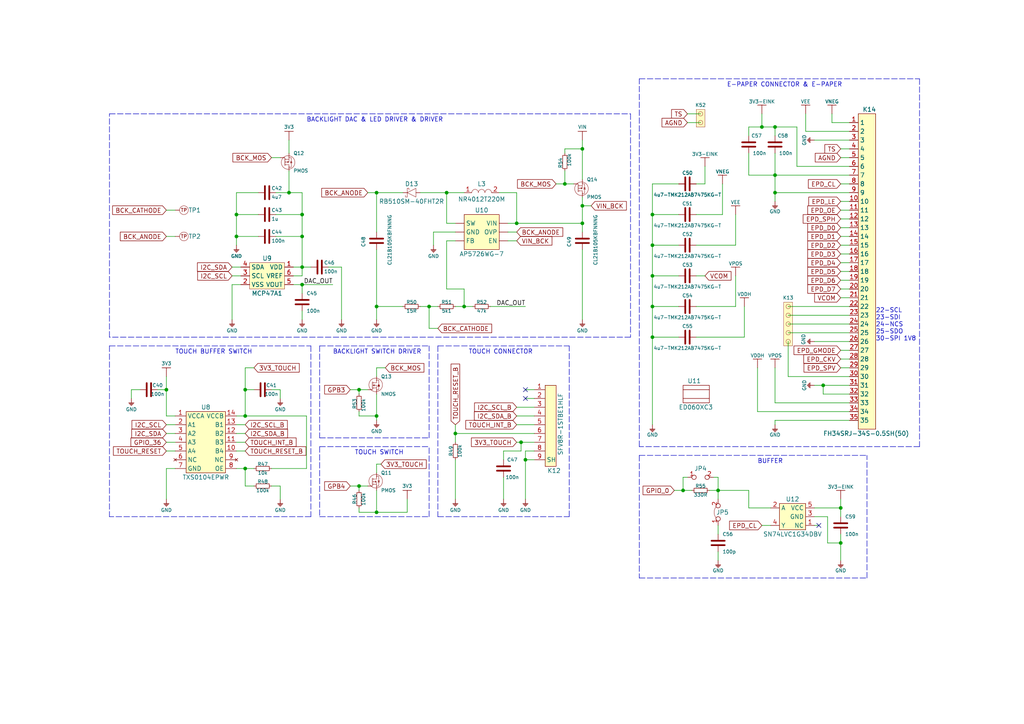
<source format=kicad_sch>
(kicad_sch (version 20211123) (generator eeschema)

  (uuid 9d475947-4115-477d-8e2d-73cdd00bebfc)

  (paper "A4")

  (title_block
    (title "Soldered Inkplate 6FLICK Gen2")
    (date "2023-11-27")
    (rev "V1.0.0")
    (company "SOLDERED")
    (comment 1 "333312")
  )

  (lib_symbols
    (symbol "e-radionica.com schematics:0603C" (pin_numbers hide) (pin_names (offset 0.002)) (in_bom yes) (on_board yes)
      (property "Reference" "C" (id 0) (at 0 3.81 0)
        (effects (font (size 1 1)))
      )
      (property "Value" "0603C" (id 1) (at 0 -3.175 0)
        (effects (font (size 1 1)))
      )
      (property "Footprint" "e-radionica.com footprinti:0603C" (id 2) (at 0.635 -4.445 0)
        (effects (font (size 1 1)) hide)
      )
      (property "Datasheet" "" (id 3) (at 0 0 0)
        (effects (font (size 1 1)) hide)
      )
      (symbol "0603C_0_1"
        (polyline
          (pts
            (xy -0.635 1.905)
            (xy -0.635 -1.905)
          )
          (stroke (width 0.5) (type default) (color 0 0 0 0))
          (fill (type none))
        )
        (polyline
          (pts
            (xy 0.635 1.905)
            (xy 0.635 -1.905)
          )
          (stroke (width 0.5) (type default) (color 0 0 0 0))
          (fill (type none))
        )
      )
      (symbol "0603C_1_1"
        (pin passive line (at -2.54 0 0) (length 1.9)
          (name "~" (effects (font (size 1.27 1.27))))
          (number "1" (effects (font (size 1.27 1.27))))
        )
        (pin passive line (at 2.54 0 180) (length 1.9)
          (name "~" (effects (font (size 1.27 1.27))))
          (number "2" (effects (font (size 1.27 1.27))))
        )
      )
    )
    (symbol "e-radionica.com schematics:0603R" (pin_numbers hide) (pin_names (offset 0.254)) (in_bom yes) (on_board yes)
      (property "Reference" "R" (id 0) (at 0 1.27 0)
        (effects (font (size 1 1)))
      )
      (property "Value" "0603R" (id 1) (at 0 -1.905 0)
        (effects (font (size 1 1)))
      )
      (property "Footprint" "e-radionica.com footprinti:0603R" (id 2) (at 0 -3.81 0)
        (effects (font (size 1 1)) hide)
      )
      (property "Datasheet" "" (id 3) (at -0.635 1.905 0)
        (effects (font (size 1 1)) hide)
      )
      (symbol "0603R_0_1"
        (rectangle (start -1.905 0.635) (end 1.905 -0.635)
          (stroke (width 0.15) (type default) (color 0 0 0 0))
          (fill (type none))
        )
      )
      (symbol "0603R_1_1"
        (pin passive line (at -2.54 0 0) (length 0.63)
          (name "~" (effects (font (size 1.27 1.27))))
          (number "1" (effects (font (size 1.27 1.27))))
        )
        (pin passive line (at 2.54 0 180) (length 0.63)
          (name "~" (effects (font (size 1.27 1.27))))
          (number "2" (effects (font (size 1.27 1.27))))
        )
      )
    )
    (symbol "e-radionica.com schematics:0805C" (pin_numbers hide) (in_bom yes) (on_board yes)
      (property "Reference" "C" (id 0) (at 0 3.81 0)
        (effects (font (size 1 1)))
      )
      (property "Value" "0805C" (id 1) (at 0 -3.175 0)
        (effects (font (size 1 1)))
      )
      (property "Footprint" "e-radionica.com footprinti:0805C" (id 2) (at 0 -5.08 0)
        (effects (font (size 1 1)) hide)
      )
      (property "Datasheet" "" (id 3) (at 0 0 0)
        (effects (font (size 1 1)) hide)
      )
      (symbol "0805C_0_1"
        (polyline
          (pts
            (xy -0.635 1.905)
            (xy -0.635 -1.905)
          )
          (stroke (width 0.5) (type default) (color 0 0 0 0))
          (fill (type none))
        )
        (polyline
          (pts
            (xy 0.635 1.905)
            (xy 0.635 -1.905)
          )
          (stroke (width 0.5) (type default) (color 0 0 0 0))
          (fill (type none))
        )
      )
      (symbol "0805C_1_1"
        (pin passive line (at -2.54 0 0) (length 1.9)
          (name "~" (effects (font (size 1.27 1.27))))
          (number "1" (effects (font (size 1.27 1.27))))
        )
        (pin passive line (at 2.54 0 180) (length 1.9)
          (name "~" (effects (font (size 1.27 1.27))))
          (number "2" (effects (font (size 1.27 1.27))))
        )
      )
    )
    (symbol "e-radionica.com schematics:3V3" (power) (pin_names (offset 0)) (in_bom yes) (on_board yes)
      (property "Reference" "#PWR" (id 0) (at 4.445 0 0)
        (effects (font (size 1 1)) hide)
      )
      (property "Value" "3V3" (id 1) (at 0 3.556 0)
        (effects (font (size 1 1)))
      )
      (property "Footprint" "" (id 2) (at 4.445 3.81 0)
        (effects (font (size 1 1)) hide)
      )
      (property "Datasheet" "" (id 3) (at 4.445 3.81 0)
        (effects (font (size 1 1)) hide)
      )
      (property "ki_keywords" "power-flag" (id 4) (at 0 0 0)
        (effects (font (size 1.27 1.27)) hide)
      )
      (property "ki_description" "Power symbol creates a global label with name \"3V3\"" (id 5) (at 0 0 0)
        (effects (font (size 1.27 1.27)) hide)
      )
      (symbol "3V3_0_1"
        (polyline
          (pts
            (xy -1.27 2.54)
            (xy 1.27 2.54)
          )
          (stroke (width 0.16) (type default) (color 0 0 0 0))
          (fill (type none))
        )
        (polyline
          (pts
            (xy 0 0)
            (xy 0 2.54)
          )
          (stroke (width 0) (type default) (color 0 0 0 0))
          (fill (type none))
        )
      )
      (symbol "3V3_1_1"
        (pin power_in line (at 0 0 90) (length 0) hide
          (name "3V3" (effects (font (size 1.27 1.27))))
          (number "1" (effects (font (size 1.27 1.27))))
        )
      )
    )
    (symbol "e-radionica.com schematics:3V3-EINK" (power) (pin_names (offset 0)) (in_bom yes) (on_board yes)
      (property "Reference" "#PWR" (id 0) (at 4.445 0 0)
        (effects (font (size 1 1)) hide)
      )
      (property "Value" "3V3-EINK" (id 1) (at 0 3.556 0)
        (effects (font (size 1 1)))
      )
      (property "Footprint" "" (id 2) (at 4.445 3.81 0)
        (effects (font (size 1 1)) hide)
      )
      (property "Datasheet" "" (id 3) (at 4.445 3.81 0)
        (effects (font (size 1 1)) hide)
      )
      (property "ki_keywords" "power-flag" (id 4) (at 0 0 0)
        (effects (font (size 1.27 1.27)) hide)
      )
      (property "ki_description" "Power symbol creates a global label with name \"3V3-EINK\"" (id 5) (at 0 0 0)
        (effects (font (size 1.27 1.27)) hide)
      )
      (symbol "3V3-EINK_0_1"
        (polyline
          (pts
            (xy -1.27 2.54)
            (xy 1.27 2.54)
          )
          (stroke (width 0.16) (type default) (color 0 0 0 0))
          (fill (type none))
        )
        (polyline
          (pts
            (xy 0 0)
            (xy 0 2.54)
          )
          (stroke (width 0) (type default) (color 0 0 0 0))
          (fill (type none))
        )
      )
      (symbol "3V3-EINK_1_1"
        (pin power_in line (at 0 0 90) (length 0) hide
          (name "3V3-EINK" (effects (font (size 1.27 1.27))))
          (number "1" (effects (font (size 1.27 1.27))))
        )
      )
    )
    (symbol "e-radionica.com schematics:AP5726WG-7" (pin_numbers hide) (in_bom yes) (on_board yes)
      (property "Reference" "U" (id 0) (at 0 6.35 0)
        (effects (font (size 1.27 1.27)))
      )
      (property "Value" "AP5726WG-7" (id 1) (at 0 -6.35 0)
        (effects (font (size 1.27 1.27)))
      )
      (property "Footprint" "e-radionica.com footprinti:SOT26" (id 2) (at -1.27 0 0)
        (effects (font (size 1.27 1.27)) hide)
      )
      (property "Datasheet" "https://www.diodes.com/assets/Datasheets/AP5726.pdf" (id 3) (at -1.27 -8.89 0)
        (effects (font (size 1.27 1.27)) hide)
      )
      (property "ki_description" "step-up DC/DC converter specifically designed to drive white LEDs with a constant current." (id 4) (at 0 0 0)
        (effects (font (size 1.27 1.27)) hide)
      )
      (symbol "AP5726WG-7_0_1"
        (rectangle (start -5.08 5.08) (end 5.08 -5.08)
          (stroke (width 0) (type default) (color 0 0 0 0))
          (fill (type background))
        )
      )
      (symbol "AP5726WG-7_1_1"
        (pin passive line (at -7.62 2.54 0) (length 2.54)
          (name "SW" (effects (font (size 1.27 1.27))))
          (number "1" (effects (font (size 1.27 1.27))))
        )
        (pin passive line (at -7.62 0 0) (length 2.54)
          (name "GND" (effects (font (size 1.27 1.27))))
          (number "2" (effects (font (size 1.27 1.27))))
        )
        (pin passive line (at -7.62 -2.54 0) (length 2.54)
          (name "FB" (effects (font (size 1.27 1.27))))
          (number "3" (effects (font (size 1.27 1.27))))
        )
        (pin passive line (at 7.62 -2.54 180) (length 2.54)
          (name "EN" (effects (font (size 1.27 1.27))))
          (number "4" (effects (font (size 1.27 1.27))))
        )
        (pin passive line (at 7.62 0 180) (length 2.54)
          (name "OVP" (effects (font (size 1.27 1.27))))
          (number "5" (effects (font (size 1.27 1.27))))
        )
        (pin passive line (at 7.62 2.54 180) (length 2.54)
          (name "VIN" (effects (font (size 1.27 1.27))))
          (number "6" (effects (font (size 1.27 1.27))))
        )
      )
    )
    (symbol "e-radionica.com schematics:ED060XC3" (in_bom yes) (on_board yes)
      (property "Reference" "U" (id 0) (at 0 3.81 0)
        (effects (font (size 1.27 1.27)))
      )
      (property "Value" "ED060XC3" (id 1) (at 0 -3.81 0)
        (effects (font (size 1.27 1.27)))
      )
      (property "Footprint" "e-radionica.com footprinti:ED060XC3" (id 2) (at 0 -6.35 0)
        (effects (font (size 1.27 1.27)) hide)
      )
      (property "Datasheet" "" (id 3) (at 0 -7.62 0)
        (effects (font (size 1.27 1.27)) hide)
      )
      (property "ki_description" "e-paper panel" (id 4) (at 0 0 0)
        (effects (font (size 1.27 1.27)) hide)
      )
      (symbol "ED060XC3_0_1"
        (rectangle (start -3.81 2.54) (end 3.81 -2.54)
          (stroke (width 0) (type default) (color 0 0 0 0))
          (fill (type none))
        )
        (polyline
          (pts
            (xy -3.81 -1.27)
            (xy 3.81 -1.27)
          )
          (stroke (width 0) (type default) (color 0 0 0 0))
          (fill (type none))
        )
        (polyline
          (pts
            (xy -3.81 1.27)
            (xy 3.81 1.27)
          )
          (stroke (width 0) (type default) (color 0 0 0 0))
          (fill (type none))
        )
      )
    )
    (symbol "e-radionica.com schematics:FH34SRJ-34S-0.5SH(50)" (in_bom yes) (on_board yes)
      (property "Reference" "K" (id 0) (at 0 46.99 0)
        (effects (font (size 1.27 1.27)))
      )
      (property "Value" "FH34SRJ-34S-0.5SH(50)" (id 1) (at 0 -46.99 0)
        (effects (font (size 1.27 1.27)))
      )
      (property "Footprint" "e-radionica.com footprinti:FH34SRJ-34S-0.5SH(50)" (id 2) (at 0 -48.26 0)
        (effects (font (size 1.27 1.27)) hide)
      )
      (property "Datasheet" "" (id 3) (at -2.54 22.86 0)
        (effects (font (size 1.27 1.27)) hide)
      )
      (property "ki_description" "FPC connector" (id 4) (at 0 0 0)
        (effects (font (size 1.27 1.27)) hide)
      )
      (symbol "FH34SRJ-34S-0.5SH(50)_0_1"
        (rectangle (start -2.54 45.72) (end 2.54 -45.72)
          (stroke (width 0.1524) (type default) (color 0 0 0 0))
          (fill (type background))
        )
      )
      (symbol "FH34SRJ-34S-0.5SH(50)_1_1"
        (pin passive line (at -5.08 43.18 0) (length 2.54)
          (name "1" (effects (font (size 1.27 1.27))))
          (number "1" (effects (font (size 1.27 1.27))))
        )
        (pin passive line (at -5.08 20.32 0) (length 2.54)
          (name "10" (effects (font (size 1.27 1.27))))
          (number "10" (effects (font (size 1.27 1.27))))
        )
        (pin passive line (at -5.08 17.78 0) (length 2.54)
          (name "11" (effects (font (size 1.27 1.27))))
          (number "11" (effects (font (size 1.27 1.27))))
        )
        (pin passive line (at -5.08 15.24 0) (length 2.54)
          (name "12" (effects (font (size 1.27 1.27))))
          (number "12" (effects (font (size 1.27 1.27))))
        )
        (pin passive line (at -5.08 12.7 0) (length 2.54)
          (name "13" (effects (font (size 1.27 1.27))))
          (number "13" (effects (font (size 1.27 1.27))))
        )
        (pin passive line (at -5.08 10.16 0) (length 2.54)
          (name "14" (effects (font (size 1.27 1.27))))
          (number "14" (effects (font (size 1.27 1.27))))
        )
        (pin passive line (at -5.08 7.62 0) (length 2.54)
          (name "15" (effects (font (size 1.27 1.27))))
          (number "15" (effects (font (size 1.27 1.27))))
        )
        (pin passive line (at -5.08 5.08 0) (length 2.54)
          (name "16" (effects (font (size 1.27 1.27))))
          (number "16" (effects (font (size 1.27 1.27))))
        )
        (pin passive line (at -5.08 2.54 0) (length 2.54)
          (name "17" (effects (font (size 1.27 1.27))))
          (number "17" (effects (font (size 1.27 1.27))))
        )
        (pin passive line (at -5.08 0 0) (length 2.54)
          (name "18" (effects (font (size 1.27 1.27))))
          (number "18" (effects (font (size 1.27 1.27))))
        )
        (pin passive line (at -5.08 -2.54 0) (length 2.54)
          (name "19" (effects (font (size 1.27 1.27))))
          (number "19" (effects (font (size 1.27 1.27))))
        )
        (pin passive line (at -5.08 40.64 0) (length 2.54)
          (name "2" (effects (font (size 1.27 1.27))))
          (number "2" (effects (font (size 1.27 1.27))))
        )
        (pin passive line (at -5.08 -5.08 0) (length 2.54)
          (name "20" (effects (font (size 1.27 1.27))))
          (number "20" (effects (font (size 1.27 1.27))))
        )
        (pin passive line (at -5.08 -7.62 0) (length 2.54)
          (name "21" (effects (font (size 1.27 1.27))))
          (number "21" (effects (font (size 1.27 1.27))))
        )
        (pin passive line (at -5.08 -10.16 0) (length 2.54)
          (name "22" (effects (font (size 1.27 1.27))))
          (number "22" (effects (font (size 1.27 1.27))))
        )
        (pin passive line (at -5.08 -12.7 0) (length 2.54)
          (name "23" (effects (font (size 1.27 1.27))))
          (number "23" (effects (font (size 1.27 1.27))))
        )
        (pin passive line (at -5.08 -15.24 0) (length 2.54)
          (name "24" (effects (font (size 1.27 1.27))))
          (number "24" (effects (font (size 1.27 1.27))))
        )
        (pin passive line (at -5.08 -17.78 0) (length 2.54)
          (name "25" (effects (font (size 1.27 1.27))))
          (number "25" (effects (font (size 1.27 1.27))))
        )
        (pin passive line (at -5.08 -20.32 0) (length 2.54)
          (name "26" (effects (font (size 1.27 1.27))))
          (number "26" (effects (font (size 1.27 1.27))))
        )
        (pin passive line (at -5.08 -22.86 0) (length 2.54)
          (name "27" (effects (font (size 1.27 1.27))))
          (number "27" (effects (font (size 1.27 1.27))))
        )
        (pin passive line (at -5.08 -25.4 0) (length 2.54)
          (name "28" (effects (font (size 1.27 1.27))))
          (number "28" (effects (font (size 1.27 1.27))))
        )
        (pin passive line (at -5.08 -27.94 0) (length 2.54)
          (name "29" (effects (font (size 1.27 1.27))))
          (number "29" (effects (font (size 1.27 1.27))))
        )
        (pin passive line (at -5.08 38.1 0) (length 2.54)
          (name "3" (effects (font (size 1.27 1.27))))
          (number "3" (effects (font (size 1.27 1.27))))
        )
        (pin passive line (at -5.08 -30.48 0) (length 2.54)
          (name "30" (effects (font (size 1.27 1.27))))
          (number "30" (effects (font (size 1.27 1.27))))
        )
        (pin passive line (at -5.08 -33.02 0) (length 2.54)
          (name "31" (effects (font (size 1.27 1.27))))
          (number "31" (effects (font (size 1.27 1.27))))
        )
        (pin passive line (at -5.08 -35.56 0) (length 2.54)
          (name "32" (effects (font (size 1.27 1.27))))
          (number "32" (effects (font (size 1.27 1.27))))
        )
        (pin passive line (at -5.08 -38.1 0) (length 2.54)
          (name "33" (effects (font (size 1.27 1.27))))
          (number "33" (effects (font (size 1.27 1.27))))
        )
        (pin passive line (at -5.08 -40.64 0) (length 2.54)
          (name "34" (effects (font (size 1.27 1.27))))
          (number "34" (effects (font (size 1.27 1.27))))
        )
        (pin passive line (at -5.08 -43.18 0) (length 2.54)
          (name "35" (effects (font (size 1.27 1.27))))
          (number "35" (effects (font (size 1.27 1.27))))
        )
        (pin passive line (at -5.08 35.56 0) (length 2.54)
          (name "4" (effects (font (size 1.27 1.27))))
          (number "4" (effects (font (size 1.27 1.27))))
        )
        (pin passive line (at -5.08 33.02 0) (length 2.54)
          (name "5" (effects (font (size 1.27 1.27))))
          (number "5" (effects (font (size 1.27 1.27))))
        )
        (pin passive line (at -5.08 30.48 0) (length 2.54)
          (name "6" (effects (font (size 1.27 1.27))))
          (number "6" (effects (font (size 1.27 1.27))))
        )
        (pin passive line (at -5.08 27.94 0) (length 2.54)
          (name "7" (effects (font (size 1.27 1.27))))
          (number "7" (effects (font (size 1.27 1.27))))
        )
        (pin passive line (at -5.08 25.4 0) (length 2.54)
          (name "8" (effects (font (size 1.27 1.27))))
          (number "8" (effects (font (size 1.27 1.27))))
        )
        (pin passive line (at -5.08 22.86 0) (length 2.54)
          (name "9" (effects (font (size 1.27 1.27))))
          (number "9" (effects (font (size 1.27 1.27))))
        )
      )
    )
    (symbol "e-radionica.com schematics:GND" (power) (pin_names (offset 0)) (in_bom yes) (on_board yes)
      (property "Reference" "#PWR" (id 0) (at 4.445 0 0)
        (effects (font (size 1 1)) hide)
      )
      (property "Value" "GND" (id 1) (at 0 -2.921 0)
        (effects (font (size 1 1)))
      )
      (property "Footprint" "" (id 2) (at 4.445 3.81 0)
        (effects (font (size 1 1)) hide)
      )
      (property "Datasheet" "" (id 3) (at 4.445 3.81 0)
        (effects (font (size 1 1)) hide)
      )
      (property "ki_keywords" "power-flag" (id 4) (at 0 0 0)
        (effects (font (size 1.27 1.27)) hide)
      )
      (property "ki_description" "Power symbol creates a global label with name \"GND\"" (id 5) (at 0 0 0)
        (effects (font (size 1.27 1.27)) hide)
      )
      (symbol "GND_0_1"
        (polyline
          (pts
            (xy -0.762 -1.27)
            (xy 0.762 -1.27)
          )
          (stroke (width 0.16) (type default) (color 0 0 0 0))
          (fill (type none))
        )
        (polyline
          (pts
            (xy -0.635 -1.524)
            (xy 0.635 -1.524)
          )
          (stroke (width 0.16) (type default) (color 0 0 0 0))
          (fill (type none))
        )
        (polyline
          (pts
            (xy -0.381 -1.778)
            (xy 0.381 -1.778)
          )
          (stroke (width 0.16) (type default) (color 0 0 0 0))
          (fill (type none))
        )
        (polyline
          (pts
            (xy -0.127 -2.032)
            (xy 0.127 -2.032)
          )
          (stroke (width 0.16) (type default) (color 0 0 0 0))
          (fill (type none))
        )
        (polyline
          (pts
            (xy 0 0)
            (xy 0 -1.27)
          )
          (stroke (width 0.16) (type default) (color 0 0 0 0))
          (fill (type none))
        )
      )
      (symbol "GND_1_1"
        (pin power_in line (at 0 0 270) (length 0) hide
          (name "GND" (effects (font (size 1.27 1.27))))
          (number "1" (effects (font (size 1.27 1.27))))
        )
      )
    )
    (symbol "e-radionica.com schematics:HEADER_MALE_2X1" (pin_numbers hide) (pin_names hide) (in_bom yes) (on_board yes)
      (property "Reference" "K" (id 0) (at 0 5.08 0)
        (effects (font (size 1 1)))
      )
      (property "Value" "HEADER_MALE_2X1" (id 1) (at 0 -2.54 0)
        (effects (font (size 1 1)))
      )
      (property "Footprint" "e-radionica.com footprinti:HEADER_MALE_2X1" (id 2) (at 0 -3.81 0)
        (effects (font (size 1 1)) hide)
      )
      (property "Datasheet" "" (id 3) (at 0 0 0)
        (effects (font (size 1 1)) hide)
      )
      (symbol "HEADER_MALE_2X1_0_1"
        (circle (center 0 0) (radius 0.635)
          (stroke (width 0.0006) (type default) (color 0 0 0 0))
          (fill (type none))
        )
        (circle (center 0 2.54) (radius 0.635)
          (stroke (width 0.0006) (type default) (color 0 0 0 0))
          (fill (type none))
        )
        (rectangle (start 1.27 -1.27) (end -1.27 3.81)
          (stroke (width 0.001) (type default) (color 0 0 0 0))
          (fill (type background))
        )
      )
      (symbol "HEADER_MALE_2X1_1_1"
        (pin passive line (at 0 0 180) (length 0)
          (name "~" (effects (font (size 1 1))))
          (number "1" (effects (font (size 1 1))))
        )
        (pin passive line (at 0 2.54 180) (length 0)
          (name "~" (effects (font (size 1 1))))
          (number "2" (effects (font (size 1 1))))
        )
      )
    )
    (symbol "e-radionica.com schematics:HEADER_MALE_5X1" (pin_numbers hide) (pin_names hide) (in_bom yes) (on_board yes)
      (property "Reference" "K" (id 0) (at 0 7.62 0)
        (effects (font (size 1 1)))
      )
      (property "Value" "HEADER_MALE_5X1" (id 1) (at 0.635 -7.62 0)
        (effects (font (size 1 1)))
      )
      (property "Footprint" "e-radionica.com footprinti:HEADER_MALE_5X1" (id 2) (at 0 -10.16 0)
        (effects (font (size 1 1)) hide)
      )
      (property "Datasheet" "" (id 3) (at 0 0 0)
        (effects (font (size 1 1)) hide)
      )
      (symbol "HEADER_MALE_5X1_0_1"
        (rectangle (start -1.27 6.35) (end 1.27 -6.35)
          (stroke (width 0.001) (type default) (color 0 0 0 0))
          (fill (type background))
        )
        (circle (center 0 -5.08) (radius 0.635)
          (stroke (width 0.0006) (type default) (color 0 0 0 0))
          (fill (type none))
        )
        (circle (center 0 -2.54) (radius 0.635)
          (stroke (width 0.0006) (type default) (color 0 0 0 0))
          (fill (type none))
        )
        (circle (center 0 0) (radius 0.635)
          (stroke (width 0.0006) (type default) (color 0 0 0 0))
          (fill (type none))
        )
        (circle (center 0 2.54) (radius 0.635)
          (stroke (width 0.0006) (type default) (color 0 0 0 0))
          (fill (type none))
        )
        (circle (center 0 5.08) (radius 0.635)
          (stroke (width 0.0006) (type default) (color 0 0 0 0))
          (fill (type none))
        )
      )
      (symbol "HEADER_MALE_5X1_1_1"
        (pin passive line (at 0 -5.08 180) (length 0)
          (name "~" (effects (font (size 1 1))))
          (number "1" (effects (font (size 1 1))))
        )
        (pin passive line (at 0 -2.54 180) (length 0)
          (name "~" (effects (font (size 1 1))))
          (number "2" (effects (font (size 1 1))))
        )
        (pin passive line (at 0 0 180) (length 0)
          (name "~" (effects (font (size 1 1))))
          (number "3" (effects (font (size 1 1))))
        )
        (pin passive line (at 0 2.54 180) (length 0)
          (name "~" (effects (font (size 1 1))))
          (number "4" (effects (font (size 1 1))))
        )
        (pin passive line (at 0 5.08 180) (length 0)
          (name "~" (effects (font (size 0.991 0.991))))
          (number "5" (effects (font (size 0.991 0.991))))
        )
      )
    )
    (symbol "e-radionica.com schematics:MCP47A1" (in_bom yes) (on_board yes)
      (property "Reference" "U" (id 0) (at 0 5.08 0)
        (effects (font (size 1.27 1.27)))
      )
      (property "Value" "MCP47A1" (id 1) (at 0 -5.08 0)
        (effects (font (size 1.27 1.27)))
      )
      (property "Footprint" "e-radionica.com footprinti:MCP47A1-SOT23-6" (id 2) (at 1.27 -7.62 0)
        (effects (font (size 1.27 1.27)) hide)
      )
      (property "Datasheet" "" (id 3) (at 0 0 0)
        (effects (font (size 1.27 1.27)) hide)
      )
      (property "ki_keywords" "DAC" (id 4) (at 0 0 0)
        (effects (font (size 1.27 1.27)) hide)
      )
      (property "ki_description" "DAC 6bit" (id 5) (at 0 0 0)
        (effects (font (size 1.27 1.27)) hide)
      )
      (symbol "MCP47A1_0_1"
        (rectangle (start -5.08 3.81) (end 5.08 -3.81)
          (stroke (width 0.1) (type default) (color 0 0 0 0))
          (fill (type background))
        )
      )
      (symbol "MCP47A1_1_1"
        (pin power_in line (at 7.62 2.54 180) (length 2.54)
          (name "VDD" (effects (font (size 1.27 1.27))))
          (number "1" (effects (font (size 1.27 1.27))))
        )
        (pin power_in line (at -7.62 -2.54 0) (length 2.54)
          (name "VSS" (effects (font (size 1.27 1.27))))
          (number "2" (effects (font (size 1.27 1.27))))
        )
        (pin bidirectional line (at -7.62 0 0) (length 2.54)
          (name "SCL" (effects (font (size 1.27 1.27))))
          (number "3" (effects (font (size 1.27 1.27))))
        )
        (pin bidirectional line (at -7.62 2.54 0) (length 2.54)
          (name "SDA" (effects (font (size 1.27 1.27))))
          (number "4" (effects (font (size 1.27 1.27))))
        )
        (pin bidirectional line (at 7.62 -2.54 180) (length 2.54)
          (name "VOUT" (effects (font (size 1.27 1.27))))
          (number "5" (effects (font (size 1.27 1.27))))
        )
        (pin bidirectional line (at 7.62 0 180) (length 2.54)
          (name "VREF" (effects (font (size 1.27 1.27))))
          (number "6" (effects (font (size 1.27 1.27))))
        )
      )
    )
    (symbol "e-radionica.com schematics:NMOS-SOT-23-3" (pin_numbers hide) (pin_names hide) (in_bom yes) (on_board yes)
      (property "Reference" "Q" (id 0) (at -1.143 2.921 0)
        (effects (font (size 1 1)))
      )
      (property "Value" "NMOS-SOT-23-3" (id 1) (at 1.524 -3.937 0)
        (effects (font (size 1 1)))
      )
      (property "Footprint" "e-radionica.com footprinti:SOT-23-3" (id 2) (at 0 -7.62 0)
        (effects (font (size 1 1)) hide)
      )
      (property "Datasheet" "" (id 3) (at 0 0 0)
        (effects (font (size 1 1)) hide)
      )
      (symbol "NMOS-SOT-23-3_0_1"
        (polyline
          (pts
            (xy 0 -1.27)
            (xy 0 1.016)
          )
          (stroke (width 0.1) (type default) (color 0 0 0 0))
          (fill (type none))
        )
        (polyline
          (pts
            (xy 0.254 -1.016)
            (xy 0.254 -0.508)
          )
          (stroke (width 0.1) (type default) (color 0 0 0 0))
          (fill (type none))
        )
        (polyline
          (pts
            (xy 0.254 -0.762)
            (xy 1.27 -0.762)
          )
          (stroke (width 0.1) (type default) (color 0 0 0 0))
          (fill (type none))
        )
        (polyline
          (pts
            (xy 0.254 -0.254)
            (xy 0.254 0.254)
          )
          (stroke (width 0.1) (type default) (color 0 0 0 0))
          (fill (type none))
        )
        (polyline
          (pts
            (xy 0.254 0.762)
            (xy 1.27 0.762)
          )
          (stroke (width 0.1) (type default) (color 0 0 0 0))
          (fill (type none))
        )
        (polyline
          (pts
            (xy 0.254 1.016)
            (xy 0.254 0.508)
          )
          (stroke (width 0.1) (type default) (color 0 0 0 0))
          (fill (type none))
        )
        (polyline
          (pts
            (xy 1.27 -1.27)
            (xy 1.27 -0.762)
          )
          (stroke (width 0.1) (type default) (color 0 0 0 0))
          (fill (type none))
        )
        (polyline
          (pts
            (xy 1.27 0.762)
            (xy 1.27 1.27)
          )
          (stroke (width 0.1) (type default) (color 0 0 0 0))
          (fill (type none))
        )
        (polyline
          (pts
            (xy 1.651 -0.254)
            (xy 1.905 0.127)
          )
          (stroke (width 0.2) (type default) (color 0 0 0 0))
          (fill (type none))
        )
        (polyline
          (pts
            (xy 1.651 0.127)
            (xy 2.159 0.127)
          )
          (stroke (width 0.0006) (type default) (color 0 0 0 0))
          (fill (type none))
        )
        (polyline
          (pts
            (xy 0.254 0)
            (xy 1.27 0)
            (xy 1.27 -0.762)
          )
          (stroke (width 0.1) (type default) (color 0 0 0 0))
          (fill (type none))
        )
        (polyline
          (pts
            (xy 1.651 -0.254)
            (xy 2.159 -0.254)
            (xy 1.905 0.127)
          )
          (stroke (width 0.2) (type default) (color 0 0 0 0))
          (fill (type none))
        )
        (polyline
          (pts
            (xy 0.381 0)
            (xy 0.635 0.254)
            (xy 0.635 -0.254)
            (xy 0.381 0)
          )
          (stroke (width 0.1) (type default) (color 0 0 0 0))
          (fill (type none))
        )
        (polyline
          (pts
            (xy 1.27 -1.27)
            (xy 1.905 -1.27)
            (xy 1.905 1.524)
            (xy 1.27 1.524)
          )
          (stroke (width 0.1) (type default) (color 0 0 0 0))
          (fill (type none))
        )
        (circle (center 1.016 0.127) (radius 1.9716)
          (stroke (width 0.1) (type default) (color 0 0 0 0))
          (fill (type none))
        )
      )
      (symbol "NMOS-SOT-23-3_1_1"
        (pin passive line (at -1.27 -1.27 0) (length 1.27)
          (name "G" (effects (font (size 1 1))))
          (number "1" (effects (font (size 1 1))))
        )
        (pin passive line (at 1.27 -2.54 90) (length 1.27)
          (name "S" (effects (font (size 1 1))))
          (number "2" (effects (font (size 1 1))))
        )
        (pin passive line (at 1.27 2.54 270) (length 1.27)
          (name "D" (effects (font (size 1 1))))
          (number "3" (effects (font (size 1 1))))
        )
      )
    )
    (symbol "e-radionica.com schematics:NR4012T220M" (in_bom yes) (on_board yes)
      (property "Reference" "L" (id 0) (at 0 2.54 0)
        (effects (font (size 1.27 1.27)))
      )
      (property "Value" "NR4012T220M" (id 1) (at 0 -1.27 0)
        (effects (font (size 1.27 1.27)))
      )
      (property "Footprint" "e-radionica.com footprinti:NR4012" (id 2) (at 0 -3.81 0)
        (effects (font (size 1.27 1.27)) hide)
      )
      (property "Datasheet" "" (id 3) (at 0 0 0)
        (effects (font (size 1.27 1.27)) hide)
      )
      (symbol "NR4012T220M_0_1"
        (arc (start -0.9525 0.0138) (mid -1.905 0.9526) (end -2.8575 0.0138)
          (stroke (width 0.1) (type default) (color 0 0 0 0))
          (fill (type none))
        )
        (arc (start 0.9525 0.0138) (mid 0 0.9526) (end -0.9525 0.0138)
          (stroke (width 0.1) (type default) (color 0 0 0 0))
          (fill (type none))
        )
        (arc (start 2.8575 0.0138) (mid 1.905 0.9526) (end 0.9525 0.0138)
          (stroke (width 0.1) (type default) (color 0 0 0 0))
          (fill (type none))
        )
      )
      (symbol "NR4012T220M_1_1"
        (pin passive line (at -5.08 0 0) (length 2.2)
          (name "" (effects (font (size 1.27 1.27))))
          (number "1" (effects (font (size 1.27 1.27))))
        )
        (pin passive line (at 5.08 0 180) (length 2.2)
          (name "" (effects (font (size 1.27 1.27))))
          (number "2" (effects (font (size 1.27 1.27))))
        )
      )
    )
    (symbol "e-radionica.com schematics:PMOS-SOT-23-3" (pin_numbers hide) (pin_names hide) (in_bom yes) (on_board yes)
      (property "Reference" "Q" (id 0) (at -1.27 2.54 0)
        (effects (font (size 1 1)))
      )
      (property "Value" "PMOS-SOT-23-3" (id 1) (at 0.381 -4.064 0)
        (effects (font (size 1 1)))
      )
      (property "Footprint" "e-radionica.com footprinti:SOT-23-3" (id 2) (at 1.27 -7.62 0)
        (effects (font (size 1 1)) hide)
      )
      (property "Datasheet" "" (id 3) (at 0 0 0)
        (effects (font (size 1 1)) hide)
      )
      (symbol "PMOS-SOT-23-3_0_1"
        (polyline
          (pts
            (xy 0 -1.27)
            (xy 0 1.016)
          )
          (stroke (width 0.1) (type default) (color 0 0 0 0))
          (fill (type none))
        )
        (polyline
          (pts
            (xy 0.254 -1.016)
            (xy 0.254 -0.508)
          )
          (stroke (width 0.1) (type default) (color 0 0 0 0))
          (fill (type none))
        )
        (polyline
          (pts
            (xy 0.254 -0.762)
            (xy 1.27 -0.762)
          )
          (stroke (width 0.1) (type default) (color 0 0 0 0))
          (fill (type none))
        )
        (polyline
          (pts
            (xy 0.254 -0.254)
            (xy 0.254 0.254)
          )
          (stroke (width 0.1) (type default) (color 0 0 0 0))
          (fill (type none))
        )
        (polyline
          (pts
            (xy 0.254 0.762)
            (xy 1.27 0.762)
          )
          (stroke (width 0.1) (type default) (color 0 0 0 0))
          (fill (type none))
        )
        (polyline
          (pts
            (xy 0.254 1.016)
            (xy 0.254 0.508)
          )
          (stroke (width 0.1) (type default) (color 0 0 0 0))
          (fill (type none))
        )
        (polyline
          (pts
            (xy 1.27 -1.27)
            (xy 1.27 -0.762)
          )
          (stroke (width 0.1) (type default) (color 0 0 0 0))
          (fill (type none))
        )
        (polyline
          (pts
            (xy 1.27 0.762)
            (xy 1.27 1.27)
          )
          (stroke (width 0.1) (type default) (color 0 0 0 0))
          (fill (type none))
        )
        (polyline
          (pts
            (xy 2.159 -0.127)
            (xy 1.651 -0.127)
          )
          (stroke (width 0.1) (type default) (color 0 0 0 0))
          (fill (type none))
        )
        (polyline
          (pts
            (xy 2.159 0.254)
            (xy 1.905 -0.127)
          )
          (stroke (width 0.1) (type default) (color 0 0 0 0))
          (fill (type none))
        )
        (polyline
          (pts
            (xy 0.254 0)
            (xy 1.27 0)
            (xy 1.27 -0.762)
          )
          (stroke (width 0.1) (type default) (color 0 0 0 0))
          (fill (type none))
        )
        (polyline
          (pts
            (xy 2.159 0.254)
            (xy 1.651 0.254)
            (xy 1.905 -0.127)
          )
          (stroke (width 0.1) (type default) (color 0 0 0 0))
          (fill (type none))
        )
        (polyline
          (pts
            (xy 1.143 0)
            (xy 0.889 -0.254)
            (xy 0.889 0.254)
            (xy 1.143 0)
          )
          (stroke (width 0.1) (type default) (color 0 0 0 0))
          (fill (type none))
        )
        (polyline
          (pts
            (xy 1.27 -1.27)
            (xy 1.905 -1.27)
            (xy 1.905 1.524)
            (xy 1.27 1.524)
          )
          (stroke (width 0.1) (type default) (color 0 0 0 0))
          (fill (type none))
        )
        (circle (center 1.016 0.127) (radius 1.9716)
          (stroke (width 0.1) (type default) (color 0 0 0 0))
          (fill (type none))
        )
      )
      (symbol "PMOS-SOT-23-3_1_1"
        (pin passive line (at -1.27 -1.27 0) (length 1.27)
          (name "G" (effects (font (size 1 1))))
          (number "1" (effects (font (size 1 1))))
        )
        (pin passive line (at 1.27 -2.54 90) (length 1.27)
          (name "S" (effects (font (size 1 1))))
          (number "2" (effects (font (size 1 1))))
        )
        (pin passive line (at 1.27 2.54 270) (length 1.27)
          (name "D" (effects (font (size 1 1))))
          (number "3" (effects (font (size 1 1))))
        )
      )
    )
    (symbol "e-radionica.com schematics:RB510SM-40FHT2R" (pin_numbers hide) (pin_names hide) (in_bom yes) (on_board yes)
      (property "Reference" "D" (id 0) (at 0 2.54 0)
        (effects (font (size 1.27 1.27)))
      )
      (property "Value" "RB510SM-40FHT2R" (id 1) (at 0 3.81 0)
        (effects (font (size 1.27 1.27)))
      )
      (property "Footprint" "e-radionica.com footprinti:SOD-523" (id 2) (at 0 -2.54 0)
        (effects (font (size 1.27 1.27)) hide)
      )
      (property "Datasheet" "" (id 3) (at 0 0 0)
        (effects (font (size 1.27 1.27)) hide)
      )
      (property "ki_description" "Schottky Diode 100 mA" (id 4) (at 0 0 0)
        (effects (font (size 1.27 1.27)) hide)
      )
      (symbol "RB510SM-40FHT2R_0_1"
        (polyline
          (pts
            (xy -1.27 1.27)
            (xy -1.27 -1.27)
            (xy 1.27 0)
            (xy -1.27 1.27)
          )
          (stroke (width 0.1) (type default) (color 0 0 0 0))
          (fill (type none))
        )
        (polyline
          (pts
            (xy 1.27 1.27)
            (xy 1.27 -1.27)
            (xy 0.762 -1.27)
            (xy 0.762 -0.762)
          )
          (stroke (width 0.1) (type default) (color 0 0 0 0))
          (fill (type none))
        )
        (polyline
          (pts
            (xy 1.27 1.27)
            (xy 1.778 1.27)
            (xy 1.778 0.762)
            (xy 1.778 1.016)
          )
          (stroke (width 0.1) (type default) (color 0 0 0 0))
          (fill (type none))
        )
      )
      (symbol "RB510SM-40FHT2R_1_1"
        (pin passive line (at -2.54 0 0) (length 1.27)
          (name "A" (effects (font (size 1 1))))
          (number "1" (effects (font (size 1 1))))
        )
        (pin passive line (at 2.54 0 180) (length 1.27)
          (name "K" (effects (font (size 1 1))))
          (number "2" (effects (font (size 1 1))))
        )
      )
    )
    (symbol "e-radionica.com schematics:SFV8R-1STBE1HLF" (in_bom yes) (on_board yes)
      (property "Reference" "K" (id 0) (at 1.27 1.27 0)
        (effects (font (size 1.27 1.27)))
      )
      (property "Value" "SFV8R-1STBE1HLF" (id 1) (at 1.27 -9.525 90)
        (effects (font (size 1.27 1.27)))
      )
      (property "Footprint" "e-radionica.com footprinti:SFV8R-1STBE1HLF" (id 2) (at 0 0 0)
        (effects (font (size 1.27 1.27)) hide)
      )
      (property "Datasheet" "" (id 3) (at 0 0 0)
        (effects (font (size 1.27 1.27)) hide)
      )
      (property "ki_description" "FFC & FPC Connectors 0.5 mm 8 Position" (id 4) (at 0 0 0)
        (effects (font (size 1.27 1.27)) hide)
      )
      (symbol "SFV8R-1STBE1HLF_0_1"
        (rectangle (start -0.635 0) (end 2.54 -23.495)
          (stroke (width 0) (type default) (color 0 0 0 0))
          (fill (type background))
        )
      )
      (symbol "SFV8R-1STBE1HLF_1_1"
        (pin passive line (at -3.81 -1.27 0) (length 3.1)
          (name "" (effects (font (size 1.27 1.27))))
          (number "1" (effects (font (size 1.27 1.27))))
        )
        (pin passive line (at -3.81 -3.81 0) (length 3.1)
          (name "" (effects (font (size 1.27 1.27))))
          (number "2" (effects (font (size 1.27 1.27))))
        )
        (pin passive line (at -3.81 -6.35 0) (length 3.1)
          (name "" (effects (font (size 1.27 1.27))))
          (number "3" (effects (font (size 1.27 1.27))))
        )
        (pin passive line (at -3.81 -8.89 0) (length 3.1)
          (name "" (effects (font (size 1.27 1.27))))
          (number "4" (effects (font (size 1.27 1.27))))
        )
        (pin passive line (at -3.81 -11.43 0) (length 3.1)
          (name "" (effects (font (size 1.27 1.27))))
          (number "5" (effects (font (size 1.27 1.27))))
        )
        (pin passive line (at -3.81 -13.97 0) (length 3.1)
          (name "" (effects (font (size 1.27 1.27))))
          (number "6" (effects (font (size 1.27 1.27))))
        )
        (pin passive line (at -3.81 -16.51 0) (length 3.1)
          (name "" (effects (font (size 1.27 1.27))))
          (number "7" (effects (font (size 1.27 1.27))))
        )
        (pin passive line (at -3.81 -19.05 0) (length 3.1)
          (name "" (effects (font (size 1.27 1.27))))
          (number "8" (effects (font (size 1.27 1.27))))
        )
        (pin passive line (at -3.81 -21.59 0) (length 3.1)
          (name "SH" (effects (font (size 1.27 1.27))))
          (number "9" (effects (font (size 1.27 1.27))))
        )
      )
    )
    (symbol "e-radionica.com schematics:SMD-JUMPER-CONNECTED_TRACE_SOLDERMASK" (in_bom yes) (on_board yes)
      (property "Reference" "JP" (id 0) (at 0 3.556 0)
        (effects (font (size 1.27 1.27)))
      )
      (property "Value" "SMD-JUMPER-CONNECTED_TRACE_SOLDERMASK" (id 1) (at 0 -2.54 0)
        (effects (font (size 1.27 1.27)))
      )
      (property "Footprint" "e-radionica.com footprinti:SMD-JUMPER-CONNECTED_TRACE_SOLDERMASK" (id 2) (at 0 -5.715 0)
        (effects (font (size 1.27 1.27)) hide)
      )
      (property "Datasheet" "" (id 3) (at 0 0 0)
        (effects (font (size 1.27 1.27)) hide)
      )
      (symbol "SMD-JUMPER-CONNECTED_TRACE_SOLDERMASK_0_1"
        (arc (start 1.5845 0.5996) (mid -0.0202 1.1519) (end -1.6159 0.5742)
          (stroke (width 0.1) (type default) (color 0 0 0 0))
          (fill (type none))
        )
      )
      (symbol "SMD-JUMPER-CONNECTED_TRACE_SOLDERMASK_1_1"
        (pin passive inverted (at -3.81 0 0) (length 2.54)
          (name "" (effects (font (size 1.27 1.27))))
          (number "1" (effects (font (size 1.27 1.27))))
        )
        (pin passive inverted (at 3.81 0 180) (length 2.54)
          (name "" (effects (font (size 1.27 1.27))))
          (number "2" (effects (font (size 1.27 1.27))))
        )
      )
    )
    (symbol "e-radionica.com schematics:SMD_JUMPER" (in_bom yes) (on_board yes)
      (property "Reference" "JP" (id 0) (at 0 1.397 0)
        (effects (font (size 1.27 1.27)))
      )
      (property "Value" "SMD_JUMPER" (id 1) (at 0 -2.54 0)
        (effects (font (size 1.27 1.27)))
      )
      (property "Footprint" "e-radionica.com footprinti:SMD_JUMPER" (id 2) (at 0 -5.08 0)
        (effects (font (size 1.27 1.27)) hide)
      )
      (property "Datasheet" "" (id 3) (at 0 0 0)
        (effects (font (size 1.27 1.27)) hide)
      )
      (symbol "SMD_JUMPER_1_1"
        (pin passive inverted (at -3.81 0 0) (length 2.54)
          (name "" (effects (font (size 1.27 1.27))))
          (number "1" (effects (font (size 1.27 1.27))))
        )
        (pin passive inverted (at 3.81 0 180) (length 2.54)
          (name "" (effects (font (size 1.27 1.27))))
          (number "2" (effects (font (size 1.27 1.27))))
        )
      )
    )
    (symbol "e-radionica.com schematics:SN74LVC1G34DBV" (in_bom yes) (on_board yes)
      (property "Reference" "U" (id 0) (at -2.54 5.08 0)
        (effects (font (size 1.27 1.27)))
      )
      (property "Value" "SN74LVC1G34DBV" (id 1) (at -1.27 7.62 0)
        (effects (font (size 1.27 1.27)))
      )
      (property "Footprint" "e-radionica.com footprinti:SN74LVC1G34DBV" (id 2) (at -1.27 8.89 0)
        (effects (font (size 1.27 1.27)) hide)
      )
      (property "Datasheet" "" (id 3) (at -1.27 8.89 0)
        (effects (font (size 1.27 1.27)) hide)
      )
      (property "ki_keywords" "Buffer" (id 4) (at 0 0 0)
        (effects (font (size 1.27 1.27)) hide)
      )
      (property "ki_description" "Single Buffer Gate" (id 5) (at 0 0 0)
        (effects (font (size 1.27 1.27)) hide)
      )
      (symbol "SN74LVC1G34DBV_0_0"
        (rectangle (start -3.81 3.81) (end 3.81 -3.81)
          (stroke (width 0) (type default) (color 0 0 0 0))
          (fill (type background))
        )
      )
      (symbol "SN74LVC1G34DBV_1_1"
        (pin passive line (at 6.35 -2.54 180) (length 2.54)
          (name "NC" (effects (font (size 1.27 1.27))))
          (number "1" (effects (font (size 1.27 1.27))))
        )
        (pin passive line (at -6.35 2.54 0) (length 2.54)
          (name "A" (effects (font (size 1.27 1.27))))
          (number "2" (effects (font (size 1.27 1.27))))
        )
        (pin passive line (at 6.35 0 180) (length 2.54)
          (name "GND" (effects (font (size 1.27 1.27))))
          (number "3" (effects (font (size 1.27 1.27))))
        )
        (pin passive line (at -6.35 -2.54 0) (length 2.54)
          (name "Y" (effects (font (size 1.27 1.27))))
          (number "4" (effects (font (size 1.27 1.27))))
        )
        (pin passive line (at 6.35 2.54 180) (length 2.54)
          (name "VCC" (effects (font (size 1.27 1.27))))
          (number "5" (effects (font (size 1.27 1.27))))
        )
      )
    )
    (symbol "e-radionica.com schematics:TESTPOINT-HOLE" (pin_numbers hide) (pin_names hide) (in_bom yes) (on_board yes)
      (property "Reference" "TP" (id 0) (at 0 2.54 0)
        (effects (font (size 1.27 1.27)))
      )
      (property "Value" "TESTPOINT-HOLE" (id 1) (at 0 -2.032 0)
        (effects (font (size 1.27 1.27)) hide)
      )
      (property "Footprint" "e-radionica.com footprinti:TESTPOINT-HOLE" (id 2) (at 0 -3.81 0)
        (effects (font (size 1.27 1.27)) hide)
      )
      (property "Datasheet" "" (id 3) (at 0 0 0)
        (effects (font (size 1.27 1.27)) hide)
      )
      (symbol "TESTPOINT-HOLE_0_0"
        (text "TP" (at 0 0 0)
          (effects (font (size 1 1)))
        )
      )
      (symbol "TESTPOINT-HOLE_0_1"
        (circle (center 0 0) (radius 1.27)
          (stroke (width 0.1) (type default) (color 0 0 0 0))
          (fill (type none))
        )
      )
      (symbol "TESTPOINT-HOLE_1_1"
        (pin passive line (at 2.54 0 180) (length 1.27)
          (name "~" (effects (font (size 1 1))))
          (number "1" (effects (font (size 1 1))))
        )
      )
    )
    (symbol "e-radionica.com schematics:TXS0104EPWR" (in_bom yes) (on_board yes)
      (property "Reference" "U" (id 0) (at 0 10.16 0)
        (effects (font (size 1.27 1.27)))
      )
      (property "Value" "TXS0104EPWR" (id 1) (at 0 -10.16 0)
        (effects (font (size 1.27 1.27)))
      )
      (property "Footprint" "e-radionica.com footprinti:TXS0104EPWR" (id 2) (at 0 -12.7 0)
        (effects (font (size 1.27 1.27)) hide)
      )
      (property "Datasheet" "" (id 3) (at -0.635 0 0)
        (effects (font (size 1.27 1.27)) hide)
      )
      (symbol "TXS0104EPWR_0_1"
        (rectangle (start -5.715 8.89) (end 5.715 -8.89)
          (stroke (width 0) (type default) (color 0 0 0 0))
          (fill (type background))
        )
      )
      (symbol "TXS0104EPWR_1_1"
        (pin power_in line (at -8.89 7.62 0) (length 3.1)
          (name "VCCA" (effects (font (size 1.27 1.27))))
          (number "1" (effects (font (size 1.27 1.27))))
        )
        (pin passive line (at 8.89 -2.54 180) (length 3.1)
          (name "B4" (effects (font (size 1.27 1.27))))
          (number "10" (effects (font (size 1.27 1.27))))
        )
        (pin passive line (at 8.89 0 180) (length 3.1)
          (name "B3" (effects (font (size 1.27 1.27))))
          (number "11" (effects (font (size 1.27 1.27))))
        )
        (pin passive line (at 8.89 2.54 180) (length 3.1)
          (name "B2" (effects (font (size 1.27 1.27))))
          (number "12" (effects (font (size 1.27 1.27))))
        )
        (pin passive line (at 8.89 5.08 180) (length 3.1)
          (name "B1" (effects (font (size 1.27 1.27))))
          (number "13" (effects (font (size 1.27 1.27))))
        )
        (pin power_out line (at 8.89 7.62 180) (length 3.1)
          (name "VCCB" (effects (font (size 1.27 1.27))))
          (number "14" (effects (font (size 1.27 1.27))))
        )
        (pin passive line (at -8.89 5.08 0) (length 3.1)
          (name "A1" (effects (font (size 1.27 1.27))))
          (number "2" (effects (font (size 1.27 1.27))))
        )
        (pin passive line (at -8.89 2.54 0) (length 3.1)
          (name "A2" (effects (font (size 1.27 1.27))))
          (number "3" (effects (font (size 1.27 1.27))))
        )
        (pin passive line (at -8.89 0 0) (length 3.1)
          (name "A3" (effects (font (size 1.27 1.27))))
          (number "4" (effects (font (size 1.27 1.27))))
        )
        (pin passive line (at -8.89 -2.54 0) (length 3.1)
          (name "A4" (effects (font (size 1.27 1.27))))
          (number "5" (effects (font (size 1.27 1.27))))
        )
        (pin no_connect line (at -8.89 -5.08 0) (length 3.1)
          (name "NC" (effects (font (size 1.27 1.27))))
          (number "6" (effects (font (size 1.27 1.27))))
        )
        (pin passive line (at -8.89 -7.62 0) (length 3.1)
          (name "GND" (effects (font (size 1.27 1.27))))
          (number "7" (effects (font (size 1.27 1.27))))
        )
        (pin passive line (at 8.89 -7.62 180) (length 3.1)
          (name "OE" (effects (font (size 1.27 1.27))))
          (number "8" (effects (font (size 1.27 1.27))))
        )
        (pin no_connect line (at 8.89 -5.08 180) (length 3.1)
          (name "NC" (effects (font (size 1.27 1.27))))
          (number "9" (effects (font (size 1.27 1.27))))
        )
      )
    )
    (symbol "e-radionica.com schematics:VDDH" (power) (pin_names (offset 0)) (in_bom yes) (on_board yes)
      (property "Reference" "#PWR" (id 0) (at 4.445 0 0)
        (effects (font (size 1 1)) hide)
      )
      (property "Value" "VDDH" (id 1) (at 0 3.556 0)
        (effects (font (size 1 1)))
      )
      (property "Footprint" "" (id 2) (at 4.445 3.81 0)
        (effects (font (size 1 1)) hide)
      )
      (property "Datasheet" "" (id 3) (at 4.445 3.81 0)
        (effects (font (size 1 1)) hide)
      )
      (property "ki_keywords" "power-flag" (id 4) (at 0 0 0)
        (effects (font (size 1.27 1.27)) hide)
      )
      (property "ki_description" "Power symbol creates a global label with name \"VDDH\"" (id 5) (at 0 0 0)
        (effects (font (size 1.27 1.27)) hide)
      )
      (symbol "VDDH_0_1"
        (polyline
          (pts
            (xy -1.27 2.54)
            (xy 1.27 2.54)
          )
          (stroke (width 0.16) (type default) (color 0 0 0 0))
          (fill (type none))
        )
        (polyline
          (pts
            (xy 0 0)
            (xy 0 2.54)
          )
          (stroke (width 0) (type default) (color 0 0 0 0))
          (fill (type none))
        )
      )
      (symbol "VDDH_1_1"
        (pin power_in line (at 0 0 90) (length 0) hide
          (name "VDDH" (effects (font (size 1.27 1.27))))
          (number "1" (effects (font (size 1.27 1.27))))
        )
      )
    )
    (symbol "e-radionica.com schematics:VEE" (power) (pin_names (offset 0)) (in_bom yes) (on_board yes)
      (property "Reference" "#PWR" (id 0) (at 4.445 0 0)
        (effects (font (size 1 1)) hide)
      )
      (property "Value" "VEE" (id 1) (at 0 3.556 0)
        (effects (font (size 1 1)))
      )
      (property "Footprint" "" (id 2) (at 4.445 3.81 0)
        (effects (font (size 1 1)) hide)
      )
      (property "Datasheet" "" (id 3) (at 4.445 3.81 0)
        (effects (font (size 1 1)) hide)
      )
      (property "ki_keywords" "power-flag" (id 4) (at 0 0 0)
        (effects (font (size 1.27 1.27)) hide)
      )
      (property "ki_description" "Power symbol creates a global label with name \"VEE\"" (id 5) (at 0 0 0)
        (effects (font (size 1.27 1.27)) hide)
      )
      (symbol "VEE_0_1"
        (polyline
          (pts
            (xy -1.27 2.54)
            (xy 1.27 2.54)
          )
          (stroke (width 0.16) (type default) (color 0 0 0 0))
          (fill (type none))
        )
        (polyline
          (pts
            (xy 0 0)
            (xy 0 2.54)
          )
          (stroke (width 0) (type default) (color 0 0 0 0))
          (fill (type none))
        )
      )
      (symbol "VEE_1_1"
        (pin power_in line (at 0 0 90) (length 0) hide
          (name "VEE" (effects (font (size 1.27 1.27))))
          (number "1" (effects (font (size 1.27 1.27))))
        )
      )
    )
    (symbol "e-radionica.com schematics:VIN" (power) (pin_names (offset 0)) (in_bom yes) (on_board yes)
      (property "Reference" "#PWR" (id 0) (at 4.445 0 0)
        (effects (font (size 1 1)) hide)
      )
      (property "Value" "VIN" (id 1) (at 0 3.556 0)
        (effects (font (size 1 1)))
      )
      (property "Footprint" "" (id 2) (at 4.445 3.81 0)
        (effects (font (size 1 1)) hide)
      )
      (property "Datasheet" "" (id 3) (at 4.445 3.81 0)
        (effects (font (size 1 1)) hide)
      )
      (property "ki_keywords" "power-flag" (id 4) (at 0 0 0)
        (effects (font (size 1.27 1.27)) hide)
      )
      (property "ki_description" "Power symbol creates a global label with name \"VIN\"" (id 5) (at 0 0 0)
        (effects (font (size 1.27 1.27)) hide)
      )
      (symbol "VIN_0_1"
        (polyline
          (pts
            (xy -1.27 2.54)
            (xy 1.27 2.54)
          )
          (stroke (width 0.16) (type default) (color 0 0 0 0))
          (fill (type none))
        )
        (polyline
          (pts
            (xy 0 0)
            (xy 0 2.54)
          )
          (stroke (width 0) (type default) (color 0 0 0 0))
          (fill (type none))
        )
      )
      (symbol "VIN_1_1"
        (pin power_in line (at 0 0 90) (length 0) hide
          (name "VIN" (effects (font (size 1.27 1.27))))
          (number "1" (effects (font (size 1.27 1.27))))
        )
      )
    )
    (symbol "e-radionica.com schematics:VNEG" (power) (pin_names (offset 0)) (in_bom yes) (on_board yes)
      (property "Reference" "#PWR" (id 0) (at 4.445 0 0)
        (effects (font (size 1 1)) hide)
      )
      (property "Value" "VNEG" (id 1) (at 0 3.556 0)
        (effects (font (size 1 1)))
      )
      (property "Footprint" "" (id 2) (at 4.445 3.81 0)
        (effects (font (size 1 1)) hide)
      )
      (property "Datasheet" "" (id 3) (at 4.445 3.81 0)
        (effects (font (size 1 1)) hide)
      )
      (property "ki_keywords" "power-flag" (id 4) (at 0 0 0)
        (effects (font (size 1.27 1.27)) hide)
      )
      (property "ki_description" "Power symbol creates a global label with name \"VNEG\"" (id 5) (at 0 0 0)
        (effects (font (size 1.27 1.27)) hide)
      )
      (symbol "VNEG_0_1"
        (polyline
          (pts
            (xy -1.27 2.54)
            (xy 1.27 2.54)
          )
          (stroke (width 0.16) (type default) (color 0 0 0 0))
          (fill (type none))
        )
        (polyline
          (pts
            (xy 0 0)
            (xy 0 2.54)
          )
          (stroke (width 0) (type default) (color 0 0 0 0))
          (fill (type none))
        )
      )
      (symbol "VNEG_1_1"
        (pin power_in line (at 0 0 90) (length 0) hide
          (name "VNEG" (effects (font (size 1.27 1.27))))
          (number "1" (effects (font (size 1.27 1.27))))
        )
      )
    )
    (symbol "e-radionica.com schematics:VPOS" (power) (pin_names (offset 0)) (in_bom yes) (on_board yes)
      (property "Reference" "#PWR" (id 0) (at 4.445 0 0)
        (effects (font (size 1 1)) hide)
      )
      (property "Value" "VPOS" (id 1) (at 0 3.556 0)
        (effects (font (size 1 1)))
      )
      (property "Footprint" "" (id 2) (at 4.445 3.81 0)
        (effects (font (size 1 1)) hide)
      )
      (property "Datasheet" "" (id 3) (at 4.445 3.81 0)
        (effects (font (size 1 1)) hide)
      )
      (property "ki_keywords" "power-flag" (id 4) (at 0 0 0)
        (effects (font (size 1.27 1.27)) hide)
      )
      (property "ki_description" "Power symbol creates a global label with name \"VPOS\"" (id 5) (at 0 0 0)
        (effects (font (size 1.27 1.27)) hide)
      )
      (symbol "VPOS_0_1"
        (polyline
          (pts
            (xy -1.27 2.54)
            (xy 1.27 2.54)
          )
          (stroke (width 0.16) (type default) (color 0 0 0 0))
          (fill (type none))
        )
        (polyline
          (pts
            (xy 0 0)
            (xy 0 2.54)
          )
          (stroke (width 0) (type default) (color 0 0 0 0))
          (fill (type none))
        )
      )
      (symbol "VPOS_1_1"
        (pin power_in line (at 0 0 90) (length 0) hide
          (name "VPOS" (effects (font (size 1.27 1.27))))
          (number "1" (effects (font (size 1.27 1.27))))
        )
      )
    )
  )

  (junction (at 149.86 64.77) (diameter 0) (color 0 0 0 0)
    (uuid 0d12c1a6-1e93-44b6-8747-bf7d13295a0c)
  )
  (junction (at 132.08 125.73) (diameter 0) (color 0 0 0 0)
    (uuid 17fd75d6-3e80-46e9-a3dc-8c8da14f6ef2)
  )
  (junction (at 189.23 71.12) (diameter 0) (color 0 0 0 0)
    (uuid 1841efc6-88e4-42fa-bff6-1d4a5ba67664)
  )
  (junction (at 134.62 88.9) (diameter 0) (color 0 0 0 0)
    (uuid 1a376730-065e-48d2-8f8a-6fd19e8cc4b0)
  )
  (junction (at 109.22 55.88) (diameter 0) (color 0 0 0 0)
    (uuid 1d8da9cd-3c93-42db-b0f2-53ba69021764)
  )
  (junction (at 124.46 88.9) (diameter 0) (color 0 0 0 0)
    (uuid 21632df8-5f6f-4531-93f9-1f53059fc6f9)
  )
  (junction (at 224.79 50.8) (diameter 0) (color 0 0 0 0)
    (uuid 2200c11d-a717-4d44-b033-8804c843c812)
  )
  (junction (at 152.4 133.35) (diameter 0) (color 0 0 0 0)
    (uuid 2464174f-87f3-45ff-a147-fb080f4984e9)
  )
  (junction (at 104.14 140.97) (diameter 0) (color 0 0 0 0)
    (uuid 29f22f49-fcca-494e-a1cb-bdd6160c1be9)
  )
  (junction (at 109.22 88.9) (diameter 0) (color 0 0 0 0)
    (uuid 2ef1f319-96f8-48bd-b3fe-6d3be0513478)
  )
  (junction (at 243.84 157.48) (diameter 0) (color 0 0 0 0)
    (uuid 3504de70-e014-4eae-a7c6-776e72a6b0de)
  )
  (junction (at 83.82 55.88) (diameter 0) (color 0 0 0 0)
    (uuid 375fa605-ce96-4b6d-9f4f-ffd169fc56bc)
  )
  (junction (at 168.91 59.69) (diameter 0) (color 0 0 0 0)
    (uuid 3999513e-79a0-46e4-9059-159a7f92e15c)
  )
  (junction (at 168.91 43.18) (diameter 0) (color 0 0 0 0)
    (uuid 3b052839-b565-4e38-99ab-911a67c3e4d6)
  )
  (junction (at 71.12 113.03) (diameter 0) (color 0 0 0 0)
    (uuid 3e25bb78-7484-43e6-8d40-1b11c0d287a1)
  )
  (junction (at 189.23 80.01) (diameter 0) (color 0 0 0 0)
    (uuid 3e2bdccd-462e-4bcb-b3e0-05b01486706f)
  )
  (junction (at 87.63 62.23) (diameter 0) (color 0 0 0 0)
    (uuid 40487cbf-bf00-4f98-a500-e0b42e1d4cdb)
  )
  (junction (at 208.28 142.24) (diameter 0) (color 0 0 0 0)
    (uuid 51d61e69-dce1-48d1-b0cf-2c82356cbbe2)
  )
  (junction (at 87.63 68.58) (diameter 0) (color 0 0 0 0)
    (uuid 5a0cab52-eccb-4618-9115-fc37e4cbe434)
  )
  (junction (at 87.63 82.55) (diameter 0) (color 0 0 0 0)
    (uuid 5d3efa8d-ecaf-4594-b25b-559dbb1506a8)
  )
  (junction (at 189.23 88.9) (diameter 0) (color 0 0 0 0)
    (uuid 6ec096ff-d84b-4d20-a97e-28aa5e76098c)
  )
  (junction (at 151.13 128.27) (diameter 0) (color 0 0 0 0)
    (uuid a88c9f47-a35b-4348-a657-770555dcb78e)
  )
  (junction (at 238.76 111.76) (diameter 0) (color 0 0 0 0)
    (uuid abbd4fd1-a312-4416-95e2-efb19ae9f27a)
  )
  (junction (at 104.14 113.03) (diameter 0) (color 0 0 0 0)
    (uuid ad1ea932-3551-4ad7-b511-dea886cb700f)
  )
  (junction (at 129.54 55.88) (diameter 0) (color 0 0 0 0)
    (uuid aeb3e8b0-5277-439c-9761-ee598b20e61f)
  )
  (junction (at 48.26 113.03) (diameter 0) (color 0 0 0 0)
    (uuid aff7af08-561e-4248-9a0c-7c1a16648fbb)
  )
  (junction (at 198.12 142.24) (diameter 0) (color 0 0 0 0)
    (uuid b2112ddd-241e-4ac4-b523-21a8786c17de)
  )
  (junction (at 189.23 97.79) (diameter 0) (color 0 0 0 0)
    (uuid b55e4138-f6af-41ed-9222-69f908c70861)
  )
  (junction (at 68.58 62.23) (diameter 0) (color 0 0 0 0)
    (uuid c34dff67-c899-4e20-8498-5c8809715229)
  )
  (junction (at 109.22 148.59) (diameter 0) (color 0 0 0 0)
    (uuid c571afe2-d7e4-4fed-b335-271a6455573e)
  )
  (junction (at 87.63 77.47) (diameter 0) (color 0 0 0 0)
    (uuid c9f521ea-faa4-44a5-aafb-fab164141f54)
  )
  (junction (at 220.98 36.83) (diameter 0) (color 0 0 0 0)
    (uuid cb2e1264-b08a-4c6e-afa4-d36553b49663)
  )
  (junction (at 189.23 62.23) (diameter 0) (color 0 0 0 0)
    (uuid cb85fc25-152a-4fe5-95c5-ac914ab45575)
  )
  (junction (at 71.12 120.65) (diameter 0) (color 0 0 0 0)
    (uuid d5021eac-6b6d-4d2f-8226-270338fe9656)
  )
  (junction (at 109.22 120.65) (diameter 0) (color 0 0 0 0)
    (uuid d903e3d9-b7d5-437c-b082-c64754116d65)
  )
  (junction (at 71.12 135.89) (diameter 0) (color 0 0 0 0)
    (uuid da6a5637-29d1-43ae-86f8-e0bebe29d60c)
  )
  (junction (at 224.79 55.88) (diameter 0) (color 0 0 0 0)
    (uuid dd89c589-c592-496f-a62e-3afc5a88243b)
  )
  (junction (at 224.79 36.83) (diameter 0) (color 0 0 0 0)
    (uuid e6910e0e-2873-4eb4-87da-4f7b333f442a)
  )
  (junction (at 163.83 53.34) (diameter 0) (color 0 0 0 0)
    (uuid ec710f0a-0ebe-44c3-bc25-19e6a4276ae1)
  )
  (junction (at 68.58 68.58) (diameter 0) (color 0 0 0 0)
    (uuid fcbc310e-13fe-4993-af09-8ad3a7a550b5)
  )
  (junction (at 168.91 64.77) (diameter 0) (color 0 0 0 0)
    (uuid fd4f022e-5458-4625-889f-8ecef3d6444a)
  )
  (junction (at 243.84 147.32) (diameter 0) (color 0 0 0 0)
    (uuid ff46db8b-af62-43e8-ae0d-7e6e1bc584f5)
  )

  (no_connect (at 237.49 152.4) (uuid 9d9a12ca-2dff-4289-9851-6c9467512583))
  (no_connect (at 152.4 113.03) (uuid ae3b3ab8-0470-4b8d-bb27-0e5d8a54aceb))
  (no_connect (at 152.4 115.57) (uuid ae3b3ab8-0470-4b8d-bb27-0e5d8a54acec))

  (wire (pts (xy 233.68 38.1) (xy 233.68 33.02))
    (stroke (width 0) (type default) (color 0 0 0 0))
    (uuid 00b2abf5-3fe1-4ee1-8a4f-9d6f2afd13be)
  )
  (wire (pts (xy 243.84 154.94) (xy 243.84 157.48))
    (stroke (width 0) (type default) (color 0 0 0 0))
    (uuid 01121fd8-4e8c-4d08-8c51-c3dceb689833)
  )
  (wire (pts (xy 217.17 50.8) (xy 224.79 50.8))
    (stroke (width 0) (type default) (color 0 0 0 0))
    (uuid 02c02914-b032-4439-bd1b-a0fde1a22132)
  )
  (wire (pts (xy 152.4 130.81) (xy 152.4 133.35))
    (stroke (width 0) (type default) (color 0 0 0 0))
    (uuid 03b65105-f3ee-43ec-933c-a9b73099fed7)
  )
  (wire (pts (xy 129.54 69.85) (xy 129.54 83.82))
    (stroke (width 0) (type default) (color 0 0 0 0))
    (uuid 04a1f1d9-2404-4192-9e2e-2ec2d512c98b)
  )
  (wire (pts (xy 87.63 62.23) (xy 87.63 68.58))
    (stroke (width 0) (type default) (color 0 0 0 0))
    (uuid 05039bcb-b335-4a31-a6c4-fd8a274d2348)
  )
  (wire (pts (xy 67.31 77.47) (xy 69.85 77.47))
    (stroke (width 0) (type default) (color 0 0 0 0))
    (uuid 051ee826-f600-4975-9196-8547217bf88d)
  )
  (wire (pts (xy 228.6 88.9) (xy 246.38 88.9))
    (stroke (width 0) (type default) (color 0 0 0 0))
    (uuid 0bf37c6f-3e00-46cc-a515-7e1fc7da2d8b)
  )
  (wire (pts (xy 78.74 113.03) (xy 81.28 113.03))
    (stroke (width 0) (type default) (color 0 0 0 0))
    (uuid 0c48b222-ca5a-4e4a-96f7-2c8274046b3c)
  )
  (wire (pts (xy 152.4 133.35) (xy 152.4 144.78))
    (stroke (width 0) (type default) (color 0 0 0 0))
    (uuid 0d243ede-416a-4214-b19c-163be988733d)
  )
  (wire (pts (xy 149.86 118.11) (xy 154.94 118.11))
    (stroke (width 0) (type default) (color 0 0 0 0))
    (uuid 0df962d6-f448-4c4d-b992-50b0f9cd451b)
  )
  (wire (pts (xy 68.58 120.65) (xy 71.12 120.65))
    (stroke (width 0) (type default) (color 0 0 0 0))
    (uuid 0f1c333d-497c-41a1-aea1-ed0e66446025)
  )
  (wire (pts (xy 246.38 35.56) (xy 241.3 35.56))
    (stroke (width 0) (type default) (color 0 0 0 0))
    (uuid 0f674f67-60ee-4617-912e-c9869476ec0a)
  )
  (wire (pts (xy 111.76 106.68) (xy 109.22 106.68))
    (stroke (width 0) (type default) (color 0 0 0 0))
    (uuid 0fa8642b-bb32-4f6b-9d78-6951b1ba52c8)
  )
  (polyline (pts (xy 92.71 100.33) (xy 92.71 127))
    (stroke (width 0) (type default) (color 0 0 0 0))
    (uuid 105e1927-578a-4284-9201-ab9d841536b6)
  )

  (wire (pts (xy 71.12 106.68) (xy 73.66 106.68))
    (stroke (width 0) (type default) (color 0 0 0 0))
    (uuid 116f74cd-b247-4d0c-ad4f-67c243e55c67)
  )
  (polyline (pts (xy 127 100.33) (xy 127 149.86))
    (stroke (width 0) (type default) (color 0 0 0 0))
    (uuid 11db3302-985f-4c3b-ac5b-7356fbd188ef)
  )

  (wire (pts (xy 208.28 142.24) (xy 205.74 142.24))
    (stroke (width 0) (type default) (color 0 0 0 0))
    (uuid 122f7106-a296-43fe-bda4-c9a91f050202)
  )
  (wire (pts (xy 109.22 55.88) (xy 109.22 67.31))
    (stroke (width 0) (type default) (color 0 0 0 0))
    (uuid 13387fbe-24b3-4046-bb55-74a37509932e)
  )
  (wire (pts (xy 71.12 113.03) (xy 73.66 113.03))
    (stroke (width 0) (type default) (color 0 0 0 0))
    (uuid 1351cc95-74c2-4bbe-940e-8d593908a880)
  )
  (wire (pts (xy 199.39 35.56) (xy 203.2 35.56))
    (stroke (width 0) (type default) (color 0 0 0 0))
    (uuid 1521df0c-5939-4c7c-b2ee-6265be8f0b68)
  )
  (wire (pts (xy 224.79 121.92) (xy 246.38 121.92))
    (stroke (width 0) (type default) (color 0 0 0 0))
    (uuid 15720779-6d60-4a43-ad92-aa61bab3edcd)
  )
  (wire (pts (xy 224.79 39.37) (xy 224.79 36.83))
    (stroke (width 0) (type default) (color 0 0 0 0))
    (uuid 1896e33f-f4e7-46e6-91b5-64ed2a63b220)
  )
  (wire (pts (xy 223.52 147.32) (xy 217.17 147.32))
    (stroke (width 0) (type default) (color 0 0 0 0))
    (uuid 18e7b74b-cd1a-4f12-aff4-508eaac483a3)
  )
  (wire (pts (xy 125.73 67.31) (xy 132.08 67.31))
    (stroke (width 0) (type default) (color 0 0 0 0))
    (uuid 192cf30c-62b4-4e89-928a-151b821a2700)
  )
  (polyline (pts (xy 92.71 100.33) (xy 124.46 100.33))
    (stroke (width 0) (type default) (color 0 0 0 0))
    (uuid 1a989f83-ba40-48fe-b785-df17a465ed34)
  )
  (polyline (pts (xy 92.71 129.54) (xy 124.46 129.54))
    (stroke (width 0) (type default) (color 0 0 0 0))
    (uuid 1adcfafb-e74c-44e1-97d2-babc4c66410f)
  )

  (wire (pts (xy 236.22 40.64) (xy 246.38 40.64))
    (stroke (width 0) (type default) (color 0 0 0 0))
    (uuid 1c44ea4c-6277-4b94-b5ae-3c6509328f7e)
  )
  (wire (pts (xy 68.58 68.58) (xy 68.58 71.12))
    (stroke (width 0) (type default) (color 0 0 0 0))
    (uuid 1c596229-8029-4e3b-afe5-62debb3c8919)
  )
  (wire (pts (xy 104.14 120.65) (xy 109.22 120.65))
    (stroke (width 0) (type default) (color 0 0 0 0))
    (uuid 1dd0d4a8-9492-40b2-8bd8-74621756b34b)
  )
  (wire (pts (xy 149.86 55.88) (xy 144.78 55.88))
    (stroke (width 0) (type default) (color 0 0 0 0))
    (uuid 1df9f3db-f95d-42df-a64e-b0b8c3585e6b)
  )
  (wire (pts (xy 213.36 62.23) (xy 213.36 71.12))
    (stroke (width 0) (type default) (color 0 0 0 0))
    (uuid 1e22e170-9e76-4932-ad3f-aec1b32b58c8)
  )
  (wire (pts (xy 243.84 43.18) (xy 246.38 43.18))
    (stroke (width 0) (type default) (color 0 0 0 0))
    (uuid 1fd0f83e-bf15-47e9-8e2e-3b0c68644c2e)
  )
  (wire (pts (xy 243.84 104.14) (xy 246.38 104.14))
    (stroke (width 0) (type default) (color 0 0 0 0))
    (uuid 20466d16-3356-40f5-a787-ad18efb0d07c)
  )
  (wire (pts (xy 48.26 109.22) (xy 48.26 113.03))
    (stroke (width 0) (type default) (color 0 0 0 0))
    (uuid 210276e9-2f6c-4505-ae5c-edaee1111bc3)
  )
  (wire (pts (xy 87.63 77.47) (xy 87.63 68.58))
    (stroke (width 0) (type default) (color 0 0 0 0))
    (uuid 2152f755-d92d-4499-951b-6be08b8c8ba6)
  )
  (wire (pts (xy 132.08 125.73) (xy 132.08 128.27))
    (stroke (width 0) (type default) (color 0 0 0 0))
    (uuid 2185e98d-f262-4f60-a177-912644858b2c)
  )
  (wire (pts (xy 132.08 69.85) (xy 129.54 69.85))
    (stroke (width 0) (type default) (color 0 0 0 0))
    (uuid 21ed339f-fde7-42e7-9813-7a7e9505829a)
  )
  (wire (pts (xy 40.64 113.03) (xy 38.1 113.03))
    (stroke (width 0) (type default) (color 0 0 0 0))
    (uuid 2308ef21-bdb1-4e9e-88bd-3c28ac1297c7)
  )
  (wire (pts (xy 243.84 147.32) (xy 236.22 147.32))
    (stroke (width 0) (type default) (color 0 0 0 0))
    (uuid 23368a97-b427-420e-a068-6cb1c9fa3bc0)
  )
  (wire (pts (xy 243.84 101.6) (xy 246.38 101.6))
    (stroke (width 0) (type default) (color 0 0 0 0))
    (uuid 24374dea-1af4-44d1-b715-2e26f3e21cd6)
  )
  (wire (pts (xy 161.29 53.34) (xy 163.83 53.34))
    (stroke (width 0) (type default) (color 0 0 0 0))
    (uuid 24f6c734-44a1-4560-a665-5c417e900887)
  )
  (wire (pts (xy 198.12 138.43) (xy 198.12 142.24))
    (stroke (width 0) (type default) (color 0 0 0 0))
    (uuid 259f3ac5-06a4-4106-a2f1-e27092116f68)
  )
  (wire (pts (xy 201.93 80.01) (xy 204.47 80.01))
    (stroke (width 0) (type default) (color 0 0 0 0))
    (uuid 26c795cb-601f-4855-a710-137bcff333fe)
  )
  (wire (pts (xy 110.49 134.62) (xy 109.22 134.62))
    (stroke (width 0) (type default) (color 0 0 0 0))
    (uuid 272ff079-a77f-4269-933c-cd8bc8c43a2f)
  )
  (wire (pts (xy 209.55 53.34) (xy 209.55 62.23))
    (stroke (width 0) (type default) (color 0 0 0 0))
    (uuid 276be662-ce62-49db-ac05-eadbc59fee95)
  )
  (wire (pts (xy 189.23 97.79) (xy 196.85 97.79))
    (stroke (width 0) (type default) (color 0 0 0 0))
    (uuid 27954e39-60f7-418d-94b3-103eee172cad)
  )
  (wire (pts (xy 129.54 64.77) (xy 129.54 55.88))
    (stroke (width 0) (type default) (color 0 0 0 0))
    (uuid 27b1a004-4f1f-4fbc-b5d2-49610511c200)
  )
  (wire (pts (xy 204.47 53.34) (xy 204.47 48.26))
    (stroke (width 0) (type default) (color 0 0 0 0))
    (uuid 284a1f9c-b1ee-4e41-b916-3571728b2cf6)
  )
  (wire (pts (xy 208.28 138.43) (xy 208.28 142.24))
    (stroke (width 0) (type default) (color 0 0 0 0))
    (uuid 2a715d43-e9c0-4709-847a-5deafe8e5108)
  )
  (polyline (pts (xy 92.71 129.54) (xy 92.71 149.86))
    (stroke (width 0) (type default) (color 0 0 0 0))
    (uuid 2a8ced28-69b3-4ade-8ee1-6fd880f7d52a)
  )

  (wire (pts (xy 109.22 134.62) (xy 109.22 137.16))
    (stroke (width 0) (type default) (color 0 0 0 0))
    (uuid 2d88e42a-d583-4430-b874-6dc230075a12)
  )
  (wire (pts (xy 104.14 113.03) (xy 106.68 113.03))
    (stroke (width 0) (type default) (color 0 0 0 0))
    (uuid 2d8b4909-441e-400c-8c1b-3cc8b9b3348e)
  )
  (wire (pts (xy 104.14 113.03) (xy 104.14 114.3))
    (stroke (width 0) (type default) (color 0 0 0 0))
    (uuid 2d8c6c4d-113a-42c1-b52a-0175a678d8ff)
  )
  (wire (pts (xy 196.85 53.34) (xy 189.23 53.34))
    (stroke (width 0) (type default) (color 0 0 0 0))
    (uuid 2dca4dc8-1c09-4d98-af42-951371100f7e)
  )
  (wire (pts (xy 104.14 140.97) (xy 104.14 142.24))
    (stroke (width 0) (type default) (color 0 0 0 0))
    (uuid 3004719b-542e-4d4b-9fd4-69da75bf3701)
  )
  (polyline (pts (xy 31.75 100.33) (xy 31.75 149.86))
    (stroke (width 0) (type default) (color 0 0 0 0))
    (uuid 32ab0b54-ab19-481b-a0f5-9d3f2e05ca98)
  )

  (wire (pts (xy 243.84 157.48) (xy 243.84 162.56))
    (stroke (width 0) (type default) (color 0 0 0 0))
    (uuid 34cf2fc4-d6bf-43e6-b587-c31cefa98991)
  )
  (wire (pts (xy 168.91 43.18) (xy 168.91 52.07))
    (stroke (width 0) (type default) (color 0 0 0 0))
    (uuid 3500176d-b052-490e-8bf1-032e80ef32ce)
  )
  (polyline (pts (xy 185.42 167.64) (xy 251.46 167.64))
    (stroke (width 0) (type default) (color 0 0 0 0))
    (uuid 36dc1295-b59b-4d80-a560-75c9d47c53e2)
  )
  (polyline (pts (xy 124.46 127) (xy 124.46 100.33))
    (stroke (width 0) (type default) (color 0 0 0 0))
    (uuid 37b4cfd3-2c6e-4e4c-8a0e-57e369d64182)
  )
  (polyline (pts (xy 185.42 132.08) (xy 251.46 132.08))
    (stroke (width 0) (type default) (color 0 0 0 0))
    (uuid 37ce0b6b-540d-44b2-81fb-fb956823bd5d)
  )

  (wire (pts (xy 132.08 64.77) (xy 129.54 64.77))
    (stroke (width 0) (type default) (color 0 0 0 0))
    (uuid 3b71eef4-69a2-4bfa-8d59-903ce9433e40)
  )
  (wire (pts (xy 149.86 123.19) (xy 154.94 123.19))
    (stroke (width 0) (type default) (color 0 0 0 0))
    (uuid 3bb72265-4119-4abd-b8ea-558595f38efc)
  )
  (wire (pts (xy 228.6 96.52) (xy 246.38 96.52))
    (stroke (width 0) (type default) (color 0 0 0 0))
    (uuid 3c069cfc-6e5b-4270-ba50-5a92e2afe2e7)
  )
  (wire (pts (xy 151.13 128.27) (xy 154.94 128.27))
    (stroke (width 0) (type default) (color 0 0 0 0))
    (uuid 3c9e8450-6d47-4480-a85c-dec6aa08a3c8)
  )
  (wire (pts (xy 68.58 125.73) (xy 71.12 125.73))
    (stroke (width 0) (type default) (color 0 0 0 0))
    (uuid 3ca64704-ead6-474f-bdee-2a4cc91a5eb5)
  )
  (wire (pts (xy 109.22 148.59) (xy 118.11 148.59))
    (stroke (width 0) (type default) (color 0 0 0 0))
    (uuid 3d2347d3-ef98-46b0-85f9-010fd25fb1df)
  )
  (wire (pts (xy 236.22 149.86) (xy 240.03 149.86))
    (stroke (width 0) (type default) (color 0 0 0 0))
    (uuid 3d9e5189-8013-456c-80fd-d72e38047a89)
  )
  (wire (pts (xy 217.17 39.37) (xy 217.17 36.83))
    (stroke (width 0) (type default) (color 0 0 0 0))
    (uuid 3de18862-a36a-47ca-b22b-1d8b7b0b3a35)
  )
  (wire (pts (xy 246.38 114.3) (xy 238.76 114.3))
    (stroke (width 0) (type default) (color 0 0 0 0))
    (uuid 3e67c493-b053-4d76-8115-79fc90928ebe)
  )
  (wire (pts (xy 152.4 113.03) (xy 154.94 113.03))
    (stroke (width 0) (type default) (color 0 0 0 0))
    (uuid 3fe175b3-3cfd-4e36-a294-713a51106a07)
  )
  (wire (pts (xy 71.12 140.97) (xy 71.12 135.89))
    (stroke (width 0) (type default) (color 0 0 0 0))
    (uuid 4008ad50-1ea9-4de6-b832-90bc8ea429cb)
  )
  (wire (pts (xy 163.83 44.45) (xy 163.83 43.18))
    (stroke (width 0) (type default) (color 0 0 0 0))
    (uuid 408a7b48-fa25-46d0-bd54-4d64cd37d9c9)
  )
  (polyline (pts (xy 92.71 127) (xy 124.46 127))
    (stroke (width 0) (type default) (color 0 0 0 0))
    (uuid 417a9ab5-dbbb-4ab0-90f0-b78b1487f0fe)
  )
  (polyline (pts (xy 182.88 33.02) (xy 182.88 97.79))
    (stroke (width 0) (type default) (color 0 0 0 0))
    (uuid 45389697-709d-4535-bc32-cbc65f5ef6c8)
  )

  (wire (pts (xy 236.22 99.06) (xy 246.38 99.06))
    (stroke (width 0) (type default) (color 0 0 0 0))
    (uuid 453beac5-f118-4935-879a-041e27455c9c)
  )
  (wire (pts (xy 243.84 58.42) (xy 246.38 58.42))
    (stroke (width 0) (type default) (color 0 0 0 0))
    (uuid 457c3621-e659-43f3-b5fb-0a3fc8f5defa)
  )
  (wire (pts (xy 219.71 119.38) (xy 219.71 106.68))
    (stroke (width 0) (type default) (color 0 0 0 0))
    (uuid 4733531f-e29a-4010-8e93-252fd8c465a6)
  )
  (wire (pts (xy 104.14 119.38) (xy 104.14 120.65))
    (stroke (width 0) (type default) (color 0 0 0 0))
    (uuid 4960996e-fa67-43d3-8372-d8928fa926cc)
  )
  (wire (pts (xy 189.23 88.9) (xy 196.85 88.9))
    (stroke (width 0) (type default) (color 0 0 0 0))
    (uuid 49d5b217-43db-402f-bbc2-3e82c29d084a)
  )
  (polyline (pts (xy 185.42 22.86) (xy 266.7 22.86))
    (stroke (width 0) (type default) (color 0 0 0 0))
    (uuid 4af260b4-d9cd-49ca-85ae-f98287a20182)
  )

  (wire (pts (xy 68.58 135.89) (xy 71.12 135.89))
    (stroke (width 0) (type default) (color 0 0 0 0))
    (uuid 4b2556a8-2564-4aef-9075-3cbc4662cd40)
  )
  (wire (pts (xy 147.32 69.85) (xy 149.86 69.85))
    (stroke (width 0) (type default) (color 0 0 0 0))
    (uuid 4bbc7160-780a-4b38-893c-8a9a52bab42f)
  )
  (wire (pts (xy 80.01 55.88) (xy 83.82 55.88))
    (stroke (width 0) (type default) (color 0 0 0 0))
    (uuid 4d94a644-28b8-4ca6-88f8-3c41a3e7ccd8)
  )
  (wire (pts (xy 189.23 53.34) (xy 189.23 62.23))
    (stroke (width 0) (type default) (color 0 0 0 0))
    (uuid 4e36d02c-1728-4fc1-b2ba-7f1c9a62d39e)
  )
  (polyline (pts (xy 90.17 100.33) (xy 90.17 149.86))
    (stroke (width 0) (type default) (color 0 0 0 0))
    (uuid 50237658-088b-4c97-9402-77bc8e664d9a)
  )

  (wire (pts (xy 240.03 157.48) (xy 243.84 157.48))
    (stroke (width 0) (type default) (color 0 0 0 0))
    (uuid 536078c9-802c-4f09-84f2-c6e67719dc6f)
  )
  (polyline (pts (xy 182.88 97.79) (xy 31.75 97.79))
    (stroke (width 0) (type default) (color 0 0 0 0))
    (uuid 539f33a1-8e2e-40a8-9f1f-5c4b4ac8c2a2)
  )

  (wire (pts (xy 243.84 45.72) (xy 246.38 45.72))
    (stroke (width 0) (type default) (color 0 0 0 0))
    (uuid 54e05e25-f808-48a7-a387-dc05ec3297e9)
  )
  (wire (pts (xy 213.36 71.12) (xy 201.93 71.12))
    (stroke (width 0) (type default) (color 0 0 0 0))
    (uuid 54f88e09-d1e4-4781-aaee-c9deeeedd9cd)
  )
  (wire (pts (xy 224.79 36.83) (xy 220.98 36.83))
    (stroke (width 0) (type default) (color 0 0 0 0))
    (uuid 57597362-1b9d-4d12-8474-39e9ccd23035)
  )
  (wire (pts (xy 125.73 71.12) (xy 125.73 67.31))
    (stroke (width 0) (type default) (color 0 0 0 0))
    (uuid 583dcfd4-c977-4df4-a409-2c28b0a26ecc)
  )
  (wire (pts (xy 85.09 82.55) (xy 87.63 82.55))
    (stroke (width 0) (type default) (color 0 0 0 0))
    (uuid 5846d9b9-295d-4c75-b615-408b9f371958)
  )
  (wire (pts (xy 109.22 120.65) (xy 109.22 114.3))
    (stroke (width 0) (type default) (color 0 0 0 0))
    (uuid 5a9bd9f8-613f-4a49-b249-bd74c23e72b9)
  )
  (wire (pts (xy 129.54 55.88) (xy 121.92 55.88))
    (stroke (width 0) (type default) (color 0 0 0 0))
    (uuid 5afca06d-bc2f-4174-9a3b-3a4e3b4cdf82)
  )
  (wire (pts (xy 80.01 62.23) (xy 87.63 62.23))
    (stroke (width 0) (type default) (color 0 0 0 0))
    (uuid 5b472903-957d-4609-a187-02e3a7448ae2)
  )
  (wire (pts (xy 48.26 128.27) (xy 50.8 128.27))
    (stroke (width 0) (type default) (color 0 0 0 0))
    (uuid 5b5547eb-2988-4d1e-b449-9991b90be448)
  )
  (wire (pts (xy 68.58 62.23) (xy 68.58 68.58))
    (stroke (width 0) (type default) (color 0 0 0 0))
    (uuid 5c3ee0fc-0d1e-47fd-8664-ac7248c6fe15)
  )
  (wire (pts (xy 83.82 40.64) (xy 83.82 44.45))
    (stroke (width 0) (type default) (color 0 0 0 0))
    (uuid 5c90c2ec-49c7-498e-bfdd-99640486a57e)
  )
  (wire (pts (xy 87.63 82.55) (xy 87.63 85.09))
    (stroke (width 0) (type default) (color 0 0 0 0))
    (uuid 5cae68a4-a1d5-444f-9a41-ddaf269a8792)
  )
  (wire (pts (xy 168.91 72.39) (xy 168.91 92.71))
    (stroke (width 0) (type default) (color 0 0 0 0))
    (uuid 5d38a3d2-b726-4d99-b1d5-aff7ca3cf437)
  )
  (wire (pts (xy 78.74 135.89) (xy 88.9 135.89))
    (stroke (width 0) (type default) (color 0 0 0 0))
    (uuid 5d73accf-f062-4151-b909-5cf71cf0486d)
  )
  (wire (pts (xy 208.28 144.78) (xy 208.28 142.24))
    (stroke (width 0) (type default) (color 0 0 0 0))
    (uuid 5d83f81f-5c51-4d0a-aee5-0a6c86cb10e0)
  )
  (polyline (pts (xy 127 149.86) (xy 165.1 149.86))
    (stroke (width 0) (type default) (color 0 0 0 0))
    (uuid 5de46e3d-2257-4ac8-8f7c-f4b07721c748)
  )

  (wire (pts (xy 243.84 78.74) (xy 246.38 78.74))
    (stroke (width 0) (type default) (color 0 0 0 0))
    (uuid 5f17e975-62e5-4eb1-a0fb-9d7621bc61fe)
  )
  (wire (pts (xy 243.84 53.34) (xy 246.38 53.34))
    (stroke (width 0) (type default) (color 0 0 0 0))
    (uuid 5fcfbe03-68ce-4673-9578-1d1ff3923a89)
  )
  (wire (pts (xy 68.58 123.19) (xy 71.12 123.19))
    (stroke (width 0) (type default) (color 0 0 0 0))
    (uuid 605414c6-a7ed-4d01-80cc-a7206244fb47)
  )
  (wire (pts (xy 243.84 60.96) (xy 246.38 60.96))
    (stroke (width 0) (type default) (color 0 0 0 0))
    (uuid 627dc977-88cd-4c75-8a3c-ce4fb69cd11a)
  )
  (wire (pts (xy 109.22 72.39) (xy 109.22 88.9))
    (stroke (width 0) (type default) (color 0 0 0 0))
    (uuid 63aadf08-f1c4-4f96-9d8f-412b499cee84)
  )
  (wire (pts (xy 146.05 138.43) (xy 146.05 144.78))
    (stroke (width 0) (type default) (color 0 0 0 0))
    (uuid 63eaf7f9-51f5-43c3-9049-1953ed8ffb52)
  )
  (wire (pts (xy 198.12 142.24) (xy 200.66 142.24))
    (stroke (width 0) (type default) (color 0 0 0 0))
    (uuid 649626e5-2fb8-4131-863a-74120d9ebc88)
  )
  (wire (pts (xy 81.28 113.03) (xy 81.28 115.57))
    (stroke (width 0) (type default) (color 0 0 0 0))
    (uuid 6544e041-f75d-494b-b216-b6a45c326ee6)
  )
  (wire (pts (xy 228.6 109.22) (xy 228.6 99.06))
    (stroke (width 0) (type default) (color 0 0 0 0))
    (uuid 66c8036d-34ee-46cf-9740-47d04c4c4322)
  )
  (wire (pts (xy 217.17 147.32) (xy 217.17 142.24))
    (stroke (width 0) (type default) (color 0 0 0 0))
    (uuid 67fac913-ec9f-461e-af70-72ca0ed1c337)
  )
  (wire (pts (xy 127 95.25) (xy 124.46 95.25))
    (stroke (width 0) (type default) (color 0 0 0 0))
    (uuid 68db4973-8c15-472f-abe0-1050640378a7)
  )
  (wire (pts (xy 71.12 135.89) (xy 73.66 135.89))
    (stroke (width 0) (type default) (color 0 0 0 0))
    (uuid 69fa3c16-5f42-4398-a095-ac8820378559)
  )
  (wire (pts (xy 168.91 59.69) (xy 168.91 64.77))
    (stroke (width 0) (type default) (color 0 0 0 0))
    (uuid 6c289977-c21b-4c1a-a916-4433e4199eaa)
  )
  (wire (pts (xy 243.84 81.28) (xy 246.38 81.28))
    (stroke (width 0) (type default) (color 0 0 0 0))
    (uuid 6c5b6bb7-ecc4-4f1d-ad34-5a415c875b8c)
  )
  (wire (pts (xy 132.08 133.35) (xy 132.08 144.78))
    (stroke (width 0) (type default) (color 0 0 0 0))
    (uuid 6d93db09-37c4-451e-bd7c-705228f42de7)
  )
  (wire (pts (xy 243.84 83.82) (xy 246.38 83.82))
    (stroke (width 0) (type default) (color 0 0 0 0))
    (uuid 6eea1c04-1dd8-4b42-8cdf-abaa19d228bd)
  )
  (wire (pts (xy 246.38 48.26) (xy 231.14 48.26))
    (stroke (width 0) (type default) (color 0 0 0 0))
    (uuid 7064ea72-4d99-4f66-8f11-65a4e9fdb66d)
  )
  (wire (pts (xy 224.79 55.88) (xy 224.79 58.42))
    (stroke (width 0) (type default) (color 0 0 0 0))
    (uuid 70e64b57-39f6-451e-9f9d-afcd452409fe)
  )
  (wire (pts (xy 78.74 140.97) (xy 81.28 140.97))
    (stroke (width 0) (type default) (color 0 0 0 0))
    (uuid 73d1e3f5-97c4-40ed-bb77-2cd095c384e3)
  )
  (wire (pts (xy 243.84 76.2) (xy 246.38 76.2))
    (stroke (width 0) (type default) (color 0 0 0 0))
    (uuid 77b8736d-3612-44d8-abe3-47fbe080cf88)
  )
  (wire (pts (xy 228.6 93.98) (xy 246.38 93.98))
    (stroke (width 0) (type default) (color 0 0 0 0))
    (uuid 77cf1b20-779f-45e5-9ff4-eaa0f0d508bd)
  )
  (wire (pts (xy 87.63 80.01) (xy 87.63 77.47))
    (stroke (width 0) (type default) (color 0 0 0 0))
    (uuid 7865632c-e870-4e57-b8ad-382b2b49cee9)
  )
  (wire (pts (xy 224.79 55.88) (xy 246.38 55.88))
    (stroke (width 0) (type default) (color 0 0 0 0))
    (uuid 789b8a69-e5f2-4610-8197-392d21ec172a)
  )
  (wire (pts (xy 246.38 50.8) (xy 224.79 50.8))
    (stroke (width 0) (type default) (color 0 0 0 0))
    (uuid 78b56c27-dbfd-4e4f-a127-aa5f9ab7d191)
  )
  (wire (pts (xy 129.54 55.88) (xy 134.62 55.88))
    (stroke (width 0) (type default) (color 0 0 0 0))
    (uuid 7930f930-c87f-4cf6-826a-ce7078427b26)
  )
  (wire (pts (xy 132.08 88.9) (xy 134.62 88.9))
    (stroke (width 0) (type default) (color 0 0 0 0))
    (uuid 7a749f61-bdb8-46e8-9882-5db8d0d57b81)
  )
  (wire (pts (xy 67.31 82.55) (xy 69.85 82.55))
    (stroke (width 0) (type default) (color 0 0 0 0))
    (uuid 7acb9b12-e8b0-44c0-9891-9683cbc9174e)
  )
  (wire (pts (xy 87.63 55.88) (xy 87.63 62.23))
    (stroke (width 0) (type default) (color 0 0 0 0))
    (uuid 7b4fd84c-8b55-4328-bd57-2fb5e468914e)
  )
  (wire (pts (xy 146.05 130.81) (xy 151.13 130.81))
    (stroke (width 0) (type default) (color 0 0 0 0))
    (uuid 7b88939a-1b80-4579-8d14-44045b1ae187)
  )
  (wire (pts (xy 71.12 113.03) (xy 71.12 120.65))
    (stroke (width 0) (type default) (color 0 0 0 0))
    (uuid 7c31d9df-6640-40da-ab60-67e2e8277f33)
  )
  (wire (pts (xy 246.38 38.1) (xy 233.68 38.1))
    (stroke (width 0) (type default) (color 0 0 0 0))
    (uuid 7ca004f1-f388-44e5-9ef5-e90a75b3bb6a)
  )
  (wire (pts (xy 149.86 64.77) (xy 149.86 55.88))
    (stroke (width 0) (type default) (color 0 0 0 0))
    (uuid 7d70a895-f909-4d15-80cf-f7c416b5c32c)
  )
  (wire (pts (xy 224.79 50.8) (xy 224.79 55.88))
    (stroke (width 0) (type default) (color 0 0 0 0))
    (uuid 7dd2301b-57fd-4214-84bf-edff46d20143)
  )
  (wire (pts (xy 134.62 83.82) (xy 134.62 88.9))
    (stroke (width 0) (type default) (color 0 0 0 0))
    (uuid 7ecc009f-da9e-4b0e-a5e4-876e694fca8f)
  )
  (wire (pts (xy 243.84 73.66) (xy 246.38 73.66))
    (stroke (width 0) (type default) (color 0 0 0 0))
    (uuid 7f50635f-73a1-4a3e-a3b1-3a8dd1e87d4b)
  )
  (wire (pts (xy 81.28 140.97) (xy 81.28 144.78))
    (stroke (width 0) (type default) (color 0 0 0 0))
    (uuid 8013ad75-0cd7-497a-9121-92480cbee2c9)
  )
  (wire (pts (xy 85.09 80.01) (xy 87.63 80.01))
    (stroke (width 0) (type default) (color 0 0 0 0))
    (uuid 80c91a96-8b57-4a92-9bcc-31613c06872e)
  )
  (wire (pts (xy 189.23 62.23) (xy 189.23 71.12))
    (stroke (width 0) (type default) (color 0 0 0 0))
    (uuid 821723bf-1027-4d7f-87d4-3e71d146edf1)
  )
  (wire (pts (xy 151.13 130.81) (xy 151.13 128.27))
    (stroke (width 0) (type default) (color 0 0 0 0))
    (uuid 82a3e150-98c0-4fab-83a1-eb82965278c7)
  )
  (wire (pts (xy 189.23 97.79) (xy 189.23 123.19))
    (stroke (width 0) (type default) (color 0 0 0 0))
    (uuid 82b89061-2326-4a6d-b812-6c5bdb23b277)
  )
  (wire (pts (xy 87.63 82.55) (xy 96.52 82.55))
    (stroke (width 0) (type default) (color 0 0 0 0))
    (uuid 82f38964-4e6b-407f-8523-acc271786512)
  )
  (wire (pts (xy 163.83 43.18) (xy 168.91 43.18))
    (stroke (width 0) (type default) (color 0 0 0 0))
    (uuid 8521687e-e179-4b58-b5f4-67965029e731)
  )
  (wire (pts (xy 224.79 50.8) (xy 224.79 44.45))
    (stroke (width 0) (type default) (color 0 0 0 0))
    (uuid 854ee7b6-c7ce-4568-9a2a-aa51299aabde)
  )
  (wire (pts (xy 99.06 92.71) (xy 99.06 77.47))
    (stroke (width 0) (type default) (color 0 0 0 0))
    (uuid 85a7c74a-054c-4c20-a6a0-abdc8a354a75)
  )
  (wire (pts (xy 243.84 68.58) (xy 246.38 68.58))
    (stroke (width 0) (type default) (color 0 0 0 0))
    (uuid 85e5fcd1-2f50-4de4-a5b1-fc2f6fde3e56)
  )
  (wire (pts (xy 48.26 113.03) (xy 48.26 120.65))
    (stroke (width 0) (type default) (color 0 0 0 0))
    (uuid 85f6940b-6ff0-493e-9bcf-8bf837d47b6d)
  )
  (wire (pts (xy 243.84 106.68) (xy 246.38 106.68))
    (stroke (width 0) (type default) (color 0 0 0 0))
    (uuid 86fb0f2a-92fb-4718-8901-dc06551a3fe2)
  )
  (wire (pts (xy 109.22 55.88) (xy 116.84 55.88))
    (stroke (width 0) (type default) (color 0 0 0 0))
    (uuid 874a2500-b415-4e2e-be72-2c675446eeca)
  )
  (wire (pts (xy 152.4 115.57) (xy 154.94 115.57))
    (stroke (width 0) (type default) (color 0 0 0 0))
    (uuid 87824240-8bda-4d02-97d4-6db888e9cf60)
  )
  (polyline (pts (xy 127 100.33) (xy 165.1 100.33))
    (stroke (width 0) (type default) (color 0 0 0 0))
    (uuid 8cbdb0ef-3e7d-441f-bc19-a6b534d9661a)
  )
  (polyline (pts (xy 165.1 149.86) (xy 165.1 100.33))
    (stroke (width 0) (type default) (color 0 0 0 0))
    (uuid 8ceaf2c9-fb99-416c-80fd-91fefb71e268)
  )

  (wire (pts (xy 154.94 133.35) (xy 152.4 133.35))
    (stroke (width 0) (type default) (color 0 0 0 0))
    (uuid 8cecf6f6-3c32-4d81-a772-5223b65d0cd3)
  )
  (wire (pts (xy 231.14 48.26) (xy 231.14 36.83))
    (stroke (width 0) (type default) (color 0 0 0 0))
    (uuid 8cf5d424-4635-405e-acc2-e0cf0be01d5f)
  )
  (wire (pts (xy 246.38 119.38) (xy 219.71 119.38))
    (stroke (width 0) (type default) (color 0 0 0 0))
    (uuid 8edfd1c8-8db1-44db-9ac3-9a55d84dc52b)
  )
  (wire (pts (xy 87.63 90.17) (xy 87.63 92.71))
    (stroke (width 0) (type default) (color 0 0 0 0))
    (uuid 8f574603-49f5-4e31-b11b-c6ba7d1b30ca)
  )
  (polyline (pts (xy 266.7 129.54) (xy 185.42 129.54))
    (stroke (width 0) (type default) (color 0 0 0 0))
    (uuid 90ddfbba-da39-45a4-9bfd-d70aec43db6c)
  )

  (wire (pts (xy 104.14 148.59) (xy 109.22 148.59))
    (stroke (width 0) (type default) (color 0 0 0 0))
    (uuid 9237c99e-a903-409a-ba8d-37f2f74d3412)
  )
  (polyline (pts (xy 31.75 100.33) (xy 90.17 100.33))
    (stroke (width 0) (type default) (color 0 0 0 0))
    (uuid 924f1808-18b0-46d4-bcf8-25c2313a98db)
  )

  (wire (pts (xy 71.12 140.97) (xy 73.66 140.97))
    (stroke (width 0) (type default) (color 0 0 0 0))
    (uuid 92ed0f5a-41a0-4bb6-8eed-fcb54d0b1bca)
  )
  (wire (pts (xy 243.84 86.36) (xy 246.38 86.36))
    (stroke (width 0) (type default) (color 0 0 0 0))
    (uuid 9339ff10-ac30-4240-873a-5e4281525460)
  )
  (wire (pts (xy 201.93 53.34) (xy 204.47 53.34))
    (stroke (width 0) (type default) (color 0 0 0 0))
    (uuid 94d7311a-43e9-4752-8a4a-6bede1ceff85)
  )
  (wire (pts (xy 171.45 59.69) (xy 168.91 59.69))
    (stroke (width 0) (type default) (color 0 0 0 0))
    (uuid 951a7a6a-8485-4f1e-b33f-ace0d2d91b68)
  )
  (wire (pts (xy 104.14 147.32) (xy 104.14 148.59))
    (stroke (width 0) (type default) (color 0 0 0 0))
    (uuid 95a7c725-cd1c-4730-9e00-32e6c49f1a1f)
  )
  (wire (pts (xy 189.23 80.01) (xy 189.23 88.9))
    (stroke (width 0) (type default) (color 0 0 0 0))
    (uuid 95c5c77a-3cd1-4519-b062-42586c9e0a18)
  )
  (wire (pts (xy 246.38 109.22) (xy 228.6 109.22))
    (stroke (width 0) (type default) (color 0 0 0 0))
    (uuid 95e4d4ce-d74a-4213-9346-a1b4227727ff)
  )
  (wire (pts (xy 168.91 64.77) (xy 149.86 64.77))
    (stroke (width 0) (type default) (color 0 0 0 0))
    (uuid 97e9261d-265b-4042-b855-4522d4e303da)
  )
  (wire (pts (xy 168.91 57.15) (xy 168.91 59.69))
    (stroke (width 0) (type default) (color 0 0 0 0))
    (uuid 98f71f08-c324-4157-bc51-45972e319970)
  )
  (wire (pts (xy 132.08 123.19) (xy 132.08 125.73))
    (stroke (width 0) (type default) (color 0 0 0 0))
    (uuid 993036b7-2978-48da-be22-147d5ff0c9ee)
  )
  (wire (pts (xy 109.22 55.88) (xy 106.68 55.88))
    (stroke (width 0) (type default) (color 0 0 0 0))
    (uuid 99381054-c9ae-47ce-8ef3-2de12a245ed3)
  )
  (wire (pts (xy 238.76 114.3) (xy 238.76 111.76))
    (stroke (width 0) (type default) (color 0 0 0 0))
    (uuid 9b9a71a8-09c0-49e4-b685-8b7667218a01)
  )
  (wire (pts (xy 209.55 62.23) (xy 201.93 62.23))
    (stroke (width 0) (type default) (color 0 0 0 0))
    (uuid 9c4dfc0f-e5d1-41f5-91d6-e9679da24a65)
  )
  (wire (pts (xy 67.31 80.01) (xy 69.85 80.01))
    (stroke (width 0) (type default) (color 0 0 0 0))
    (uuid 9da1c1dc-3212-4f8d-9d67-f98c8fdcc8fe)
  )
  (wire (pts (xy 101.6 113.03) (xy 104.14 113.03))
    (stroke (width 0) (type default) (color 0 0 0 0))
    (uuid 9dce1f8e-84c8-4e1f-a570-4451baccb40a)
  )
  (wire (pts (xy 104.14 140.97) (xy 106.68 140.97))
    (stroke (width 0) (type default) (color 0 0 0 0))
    (uuid 9e2037d9-40b1-4371-a505-761243a585ba)
  )
  (wire (pts (xy 231.14 36.83) (xy 224.79 36.83))
    (stroke (width 0) (type default) (color 0 0 0 0))
    (uuid 9e4df5ae-f0a5-4013-ba47-2c075a346e33)
  )
  (wire (pts (xy 224.79 116.84) (xy 246.38 116.84))
    (stroke (width 0) (type default) (color 0 0 0 0))
    (uuid 9ea3df71-f443-453b-b1e3-c6eaa3296eee)
  )
  (wire (pts (xy 101.6 140.97) (xy 104.14 140.97))
    (stroke (width 0) (type default) (color 0 0 0 0))
    (uuid 9ec29dea-3ab6-4b31-97f9-9df604117fe1)
  )
  (wire (pts (xy 217.17 44.45) (xy 217.17 50.8))
    (stroke (width 0) (type default) (color 0 0 0 0))
    (uuid 9eda9e6e-1b7e-42d0-962b-c70acf6ac658)
  )
  (wire (pts (xy 85.09 77.47) (xy 87.63 77.47))
    (stroke (width 0) (type default) (color 0 0 0 0))
    (uuid a01a44b8-7de9-4a9e-9d73-8ebbe6964429)
  )
  (wire (pts (xy 48.26 125.73) (xy 50.8 125.73))
    (stroke (width 0) (type default) (color 0 0 0 0))
    (uuid a20b250c-94ae-40a0-a44f-6d570d4dfbf1)
  )
  (wire (pts (xy 243.84 144.78) (xy 243.84 147.32))
    (stroke (width 0) (type default) (color 0 0 0 0))
    (uuid a420f4a3-7c32-4ac7-a23d-19d83c18b0a2)
  )
  (wire (pts (xy 208.28 152.4) (xy 208.28 154.94))
    (stroke (width 0) (type default) (color 0 0 0 0))
    (uuid a4d5e0d5-466e-4745-a756-5548ff4177e8)
  )
  (wire (pts (xy 99.06 77.47) (xy 95.25 77.47))
    (stroke (width 0) (type default) (color 0 0 0 0))
    (uuid a674163a-57f0-4db3-aa81-92d689b37dc9)
  )
  (polyline (pts (xy 92.71 149.86) (xy 124.46 149.86))
    (stroke (width 0) (type default) (color 0 0 0 0))
    (uuid a78178fe-613a-4769-bcc7-75e8e8f50d23)
  )

  (wire (pts (xy 124.46 88.9) (xy 121.92 88.9))
    (stroke (width 0) (type default) (color 0 0 0 0))
    (uuid a9180cc5-b701-46da-a47c-6bdc95119c89)
  )
  (wire (pts (xy 243.84 66.04) (xy 246.38 66.04))
    (stroke (width 0) (type default) (color 0 0 0 0))
    (uuid a9265a4c-dbf1-43f7-980c-e25592248bd0)
  )
  (wire (pts (xy 236.22 152.4) (xy 237.49 152.4))
    (stroke (width 0) (type default) (color 0 0 0 0))
    (uuid aec829a9-7d43-4ca8-a957-6bc0079d3305)
  )
  (polyline (pts (xy 251.46 167.64) (xy 251.46 132.08))
    (stroke (width 0) (type default) (color 0 0 0 0))
    (uuid b08dccc3-9a82-41c6-b09d-aaddb715994e)
  )

  (wire (pts (xy 109.22 88.9) (xy 116.84 88.9))
    (stroke (width 0) (type default) (color 0 0 0 0))
    (uuid b2424c6b-38df-4b50-97ad-552b2a7c09de)
  )
  (wire (pts (xy 109.22 142.24) (xy 109.22 148.59))
    (stroke (width 0) (type default) (color 0 0 0 0))
    (uuid b447a628-bdf1-4845-92de-ba532a96c4b3)
  )
  (wire (pts (xy 240.03 149.86) (xy 240.03 157.48))
    (stroke (width 0) (type default) (color 0 0 0 0))
    (uuid b610b2c7-5df9-46ed-a9a7-930642b5c1ca)
  )
  (wire (pts (xy 168.91 67.31) (xy 168.91 64.77))
    (stroke (width 0) (type default) (color 0 0 0 0))
    (uuid b6871450-3c1f-4fc0-9930-06df8d08ca91)
  )
  (wire (pts (xy 48.26 130.81) (xy 50.8 130.81))
    (stroke (width 0) (type default) (color 0 0 0 0))
    (uuid b78d2550-be89-4420-aaf0-ca9c5dd92a36)
  )
  (wire (pts (xy 129.54 83.82) (xy 134.62 83.82))
    (stroke (width 0) (type default) (color 0 0 0 0))
    (uuid b8ce8fb5-2418-47f1-96a7-eae4d4cbf4aa)
  )
  (wire (pts (xy 78.74 45.72) (xy 81.28 45.72))
    (stroke (width 0) (type default) (color 0 0 0 0))
    (uuid b9890636-3a21-4176-a731-fd1ea4e95bb0)
  )
  (wire (pts (xy 88.9 135.89) (xy 88.9 120.65))
    (stroke (width 0) (type default) (color 0 0 0 0))
    (uuid babc6cf7-cd7f-4a93-b7eb-29e4fa1d2ec2)
  )
  (wire (pts (xy 189.23 80.01) (xy 196.85 80.01))
    (stroke (width 0) (type default) (color 0 0 0 0))
    (uuid bb8025d3-ada8-4130-adad-ee33f313e20e)
  )
  (wire (pts (xy 38.1 113.03) (xy 38.1 115.57))
    (stroke (width 0) (type default) (color 0 0 0 0))
    (uuid bca22334-3ec9-46c5-8395-efcdbacd1f3c)
  )
  (wire (pts (xy 48.26 123.19) (xy 50.8 123.19))
    (stroke (width 0) (type default) (color 0 0 0 0))
    (uuid be7351a6-a988-4534-8e41-6807099e6f37)
  )
  (wire (pts (xy 48.26 68.58) (xy 50.8 68.58))
    (stroke (width 0) (type default) (color 0 0 0 0))
    (uuid c0054080-7cc6-489b-b5c9-d14d4a15d963)
  )
  (wire (pts (xy 243.84 63.5) (xy 246.38 63.5))
    (stroke (width 0) (type default) (color 0 0 0 0))
    (uuid c131b039-d83e-43fc-97d5-72021464770e)
  )
  (wire (pts (xy 168.91 40.64) (xy 168.91 43.18))
    (stroke (width 0) (type default) (color 0 0 0 0))
    (uuid c1aa65ae-fa59-4826-9479-a88118c7aa99)
  )
  (wire (pts (xy 224.79 106.68) (xy 224.79 116.84))
    (stroke (width 0) (type default) (color 0 0 0 0))
    (uuid c1e24f78-e5ec-48be-bf6d-3cb3a5543476)
  )
  (wire (pts (xy 208.28 160.02) (xy 208.28 162.56))
    (stroke (width 0) (type default) (color 0 0 0 0))
    (uuid c2aaf407-af5f-494d-afbf-a841beece993)
  )
  (polyline (pts (xy 31.75 97.79) (xy 31.75 33.02))
    (stroke (width 0) (type default) (color 0 0 0 0))
    (uuid c397d092-61be-49a5-bf22-f55dca2635c2)
  )

  (wire (pts (xy 213.36 88.9) (xy 201.93 88.9))
    (stroke (width 0) (type default) (color 0 0 0 0))
    (uuid c3a9b0ee-a135-49c1-8e57-baf984e0db00)
  )
  (wire (pts (xy 109.22 88.9) (xy 109.22 92.71))
    (stroke (width 0) (type default) (color 0 0 0 0))
    (uuid c50ac9de-cded-49b7-a2ce-997e3d20ad48)
  )
  (wire (pts (xy 68.58 128.27) (xy 71.12 128.27))
    (stroke (width 0) (type default) (color 0 0 0 0))
    (uuid c53ab766-f8fa-49ae-a3fc-643c91d4f127)
  )
  (wire (pts (xy 199.39 33.02) (xy 203.2 33.02))
    (stroke (width 0) (type default) (color 0 0 0 0))
    (uuid c7853611-ad63-4745-b0ea-022e488a225b)
  )
  (wire (pts (xy 109.22 106.68) (xy 109.22 109.22))
    (stroke (width 0) (type default) (color 0 0 0 0))
    (uuid c7a5ef46-feb4-4414-87bd-4bdd1a736f9e)
  )
  (polyline (pts (xy 266.7 22.86) (xy 266.7 129.54))
    (stroke (width 0) (type default) (color 0 0 0 0))
    (uuid c85e71f7-5bfc-49b5-8f40-97fc793fe4f6)
  )

  (wire (pts (xy 48.26 60.96) (xy 50.8 60.96))
    (stroke (width 0) (type default) (color 0 0 0 0))
    (uuid c8927e28-91c4-4186-8c6b-dad041adc735)
  )
  (wire (pts (xy 68.58 55.88) (xy 68.58 62.23))
    (stroke (width 0) (type default) (color 0 0 0 0))
    (uuid c9a1fb8f-7748-41eb-af78-80d7e7b11428)
  )
  (wire (pts (xy 134.62 88.9) (xy 137.16 88.9))
    (stroke (width 0) (type default) (color 0 0 0 0))
    (uuid cbc34ffd-65b9-44e9-8cf7-8c33ebf64663)
  )
  (wire (pts (xy 241.3 35.56) (xy 241.3 33.02))
    (stroke (width 0) (type default) (color 0 0 0 0))
    (uuid cc1fc729-9f1a-4e67-85c0-e0bb718614c1)
  )
  (wire (pts (xy 142.24 88.9) (xy 152.4 88.9))
    (stroke (width 0) (type default) (color 0 0 0 0))
    (uuid ccdb7c2d-29b5-48dd-931d-cecbd2e11192)
  )
  (wire (pts (xy 238.76 111.76) (xy 246.38 111.76))
    (stroke (width 0) (type default) (color 0 0 0 0))
    (uuid ccf28c59-3359-4693-b847-f483cdfaddf0)
  )
  (polyline (pts (xy 31.75 33.02) (xy 182.88 33.02))
    (stroke (width 0) (type default) (color 0 0 0 0))
    (uuid cd40789a-d1e4-4a91-89dc-bde4575bbf1b)
  )

  (wire (pts (xy 83.82 55.88) (xy 87.63 55.88))
    (stroke (width 0) (type default) (color 0 0 0 0))
    (uuid cd416b1c-de8b-43d0-9cf0-e5821600c013)
  )
  (wire (pts (xy 90.17 77.47) (xy 87.63 77.47))
    (stroke (width 0) (type default) (color 0 0 0 0))
    (uuid ce2c3a91-765a-401e-9882-7f05d1d3d2a9)
  )
  (wire (pts (xy 50.8 120.65) (xy 48.26 120.65))
    (stroke (width 0) (type default) (color 0 0 0 0))
    (uuid ce838d90-0134-450c-9bb8-f4cf755534c7)
  )
  (wire (pts (xy 243.84 149.86) (xy 243.84 147.32))
    (stroke (width 0) (type default) (color 0 0 0 0))
    (uuid ce9aab06-0358-4b3b-a27f-6945b3b5c1d5)
  )
  (wire (pts (xy 88.9 120.65) (xy 71.12 120.65))
    (stroke (width 0) (type default) (color 0 0 0 0))
    (uuid d0246fd8-c882-4e9d-bd6b-c22d4d55dce1)
  )
  (wire (pts (xy 74.93 55.88) (xy 68.58 55.88))
    (stroke (width 0) (type default) (color 0 0 0 0))
    (uuid d0547844-c5fa-4cb4-85b9-cd5d7eb7c1d7)
  )
  (wire (pts (xy 236.22 111.76) (xy 238.76 111.76))
    (stroke (width 0) (type default) (color 0 0 0 0))
    (uuid d16eebcb-abef-4c8a-a697-085b3689b677)
  )
  (wire (pts (xy 45.72 113.03) (xy 48.26 113.03))
    (stroke (width 0) (type default) (color 0 0 0 0))
    (uuid d3319d77-ab55-46d2-b032-b39f4b1bac1b)
  )
  (wire (pts (xy 189.23 88.9) (xy 189.23 97.79))
    (stroke (width 0) (type default) (color 0 0 0 0))
    (uuid d5296e1d-0201-4f93-b269-80bb75a8687a)
  )
  (wire (pts (xy 124.46 88.9) (xy 127 88.9))
    (stroke (width 0) (type default) (color 0 0 0 0))
    (uuid d5a2fa47-a52b-4b1e-95b1-be80ad8521f4)
  )
  (wire (pts (xy 243.84 71.12) (xy 246.38 71.12))
    (stroke (width 0) (type default) (color 0 0 0 0))
    (uuid d9b6a272-09b7-4f34-999c-e1b397572fb2)
  )
  (polyline (pts (xy 124.46 149.86) (xy 124.46 129.54))
    (stroke (width 0) (type default) (color 0 0 0 0))
    (uuid d9de292b-8e6d-4655-984e-1d144aa6a679)
  )

  (wire (pts (xy 147.32 67.31) (xy 149.86 67.31))
    (stroke (width 0) (type default) (color 0 0 0 0))
    (uuid da9e9788-d580-41ce-b6e8-2fa5f3f2d82c)
  )
  (wire (pts (xy 109.22 120.65) (xy 109.22 121.92))
    (stroke (width 0) (type default) (color 0 0 0 0))
    (uuid daaa8469-6653-4b7b-8664-6667cce09075)
  )
  (wire (pts (xy 201.93 97.79) (xy 215.9 97.79))
    (stroke (width 0) (type default) (color 0 0 0 0))
    (uuid db34a472-d66c-4639-bc31-74343cffc159)
  )
  (wire (pts (xy 48.26 135.89) (xy 48.26 144.78))
    (stroke (width 0) (type default) (color 0 0 0 0))
    (uuid dbac716f-1814-4a94-a44c-74f5e35b9f31)
  )
  (polyline (pts (xy 90.17 149.86) (xy 31.75 149.86))
    (stroke (width 0) (type default) (color 0 0 0 0))
    (uuid dbf95b2e-5c2e-4c44-8261-59631b48e5d6)
  )

  (wire (pts (xy 154.94 130.81) (xy 152.4 130.81))
    (stroke (width 0) (type default) (color 0 0 0 0))
    (uuid dc629114-48cb-4f6c-8e32-b2a86914f682)
  )
  (wire (pts (xy 215.9 97.79) (xy 215.9 88.9))
    (stroke (width 0) (type default) (color 0 0 0 0))
    (uuid dc7fa166-84c0-4a4b-a790-7959de75f3c0)
  )
  (wire (pts (xy 213.36 80.01) (xy 213.36 88.9))
    (stroke (width 0) (type default) (color 0 0 0 0))
    (uuid dd5c7f0c-a04b-4319-8197-7e148cfbaa70)
  )
  (wire (pts (xy 68.58 68.58) (xy 74.93 68.58))
    (stroke (width 0) (type default) (color 0 0 0 0))
    (uuid ddf8d5d0-1e37-42e1-8767-e1782ffb0e84)
  )
  (wire (pts (xy 163.83 53.34) (xy 163.83 49.53))
    (stroke (width 0) (type default) (color 0 0 0 0))
    (uuid de5f7076-9562-4e3c-ac4c-7a5bc2b6c18c)
  )
  (wire (pts (xy 71.12 106.68) (xy 71.12 113.03))
    (stroke (width 0) (type default) (color 0 0 0 0))
    (uuid de9d9377-b3f7-4950-acc6-291abcdc6261)
  )
  (wire (pts (xy 67.31 92.71) (xy 67.31 82.55))
    (stroke (width 0) (type default) (color 0 0 0 0))
    (uuid e08711d0-e14c-421b-8cdb-416934f59158)
  )
  (wire (pts (xy 195.58 142.24) (xy 198.12 142.24))
    (stroke (width 0) (type default) (color 0 0 0 0))
    (uuid e08ccd5a-b31f-48d8-ad9d-aaa43baddcd7)
  )
  (wire (pts (xy 132.08 125.73) (xy 154.94 125.73))
    (stroke (width 0) (type default) (color 0 0 0 0))
    (uuid e1e2dbc1-63df-48c1-95a1-363b4ce0d7c3)
  )
  (wire (pts (xy 149.86 120.65) (xy 154.94 120.65))
    (stroke (width 0) (type default) (color 0 0 0 0))
    (uuid e200cd09-4e77-459e-9184-7641afa490d0)
  )
  (wire (pts (xy 208.28 142.24) (xy 217.17 142.24))
    (stroke (width 0) (type default) (color 0 0 0 0))
    (uuid e38e4057-9fbf-49e2-b945-7ae8a275044f)
  )
  (wire (pts (xy 166.37 53.34) (xy 163.83 53.34))
    (stroke (width 0) (type default) (color 0 0 0 0))
    (uuid e45b5c24-71ae-42c7-b661-448903b767b2)
  )
  (wire (pts (xy 189.23 62.23) (xy 196.85 62.23))
    (stroke (width 0) (type default) (color 0 0 0 0))
    (uuid e4a9536a-62bc-4da4-be10-249664c63563)
  )
  (wire (pts (xy 217.17 36.83) (xy 220.98 36.83))
    (stroke (width 0) (type default) (color 0 0 0 0))
    (uuid e7064f75-ba5a-4977-8af5-5aae59b835d9)
  )
  (polyline (pts (xy 185.42 129.54) (xy 185.42 22.86))
    (stroke (width 0) (type default) (color 0 0 0 0))
    (uuid e7d914ce-9379-4705-bad7-5972f87a7a3a)
  )

  (wire (pts (xy 68.58 62.23) (xy 74.93 62.23))
    (stroke (width 0) (type default) (color 0 0 0 0))
    (uuid e993372d-fe1d-4149-a7b5-644cc5029ce3)
  )
  (wire (pts (xy 83.82 49.53) (xy 83.82 55.88))
    (stroke (width 0) (type default) (color 0 0 0 0))
    (uuid ea6cd6c1-dd4e-4845-bea4-73968d789d6d)
  )
  (wire (pts (xy 68.58 130.81) (xy 71.12 130.81))
    (stroke (width 0) (type default) (color 0 0 0 0))
    (uuid ec4d890d-fa28-4c8d-9c54-a35c33357dca)
  )
  (wire (pts (xy 224.79 123.19) (xy 224.79 121.92))
    (stroke (width 0) (type default) (color 0 0 0 0))
    (uuid ed0fa29b-a0c9-47d2-9088-e0d8034c9f82)
  )
  (wire (pts (xy 189.23 71.12) (xy 196.85 71.12))
    (stroke (width 0) (type default) (color 0 0 0 0))
    (uuid eddcc922-51d6-4b8c-a4d8-9d2224b5bd9c)
  )
  (wire (pts (xy 147.32 64.77) (xy 149.86 64.77))
    (stroke (width 0) (type default) (color 0 0 0 0))
    (uuid f046072d-8135-4fb4-8a3c-55d89c398044)
  )
  (wire (pts (xy 149.86 128.27) (xy 151.13 128.27))
    (stroke (width 0) (type default) (color 0 0 0 0))
    (uuid f12b30cb-e739-49a3-8af2-df211021b4bc)
  )
  (wire (pts (xy 50.8 135.89) (xy 48.26 135.89))
    (stroke (width 0) (type default) (color 0 0 0 0))
    (uuid f1dabd07-63ab-4313-b154-ccd854224dca)
  )
  (wire (pts (xy 146.05 133.35) (xy 146.05 130.81))
    (stroke (width 0) (type default) (color 0 0 0 0))
    (uuid f1ddf9ef-ae05-4a61-bd81-c739909db14a)
  )
  (wire (pts (xy 228.6 91.44) (xy 246.38 91.44))
    (stroke (width 0) (type default) (color 0 0 0 0))
    (uuid f1f69440-31bd-4d41-b0b3-509d0fab0a67)
  )
  (wire (pts (xy 80.01 68.58) (xy 87.63 68.58))
    (stroke (width 0) (type default) (color 0 0 0 0))
    (uuid f282a214-4820-4740-b5ea-ff9b60569feb)
  )
  (wire (pts (xy 220.98 33.02) (xy 220.98 36.83))
    (stroke (width 0) (type default) (color 0 0 0 0))
    (uuid f4532f95-d125-4f82-8771-ea2f4ac243c8)
  )
  (wire (pts (xy 220.98 152.4) (xy 223.52 152.4))
    (stroke (width 0) (type default) (color 0 0 0 0))
    (uuid fa780397-eec1-484e-9c37-744927e16a0b)
  )
  (wire (pts (xy 189.23 71.12) (xy 189.23 80.01))
    (stroke (width 0) (type default) (color 0 0 0 0))
    (uuid facb570a-9509-4ee7-a01b-4b545739fd29)
  )
  (wire (pts (xy 199.39 138.43) (xy 198.12 138.43))
    (stroke (width 0) (type default) (color 0 0 0 0))
    (uuid fba5cf2b-a068-43e9-8290-e032eba27dd8)
  )
  (wire (pts (xy 124.46 95.25) (xy 124.46 88.9))
    (stroke (width 0) (type default) (color 0 0 0 0))
    (uuid fbc49a23-da05-4c7a-a120-b0384c12e569)
  )
  (wire (pts (xy 207.01 138.43) (xy 208.28 138.43))
    (stroke (width 0) (type default) (color 0 0 0 0))
    (uuid fbe19df5-e924-45e8-b70a-da7d96d0279c)
  )
  (polyline (pts (xy 185.42 132.08) (xy 185.42 167.64))
    (stroke (width 0) (type default) (color 0 0 0 0))
    (uuid fbfca471-84da-4243-9d6a-8a118add1ffa)
  )

  (wire (pts (xy 118.11 148.59) (xy 118.11 144.78))
    (stroke (width 0) (type default) (color 0 0 0 0))
    (uuid fe47e3e3-01e6-4bde-9ab9-e484fbcb8c90)
  )

  (text "BACKLIGHT DAC & LED DRIVER & DRIVER" (at 88.9 35.56 0)
    (effects (font (size 1.27 1.27)) (justify left bottom))
    (uuid 1b2946be-8f8d-4dc6-86bc-553e9b8cc000)
  )
  (text "TOUCH CONNECTOR" (at 135.89 102.87 0)
    (effects (font (size 1.27 1.27)) (justify left bottom))
    (uuid 38d08525-5a3a-4005-a966-a9ec75f5bb63)
  )
  (text "TOUCH BUFFER SWITCH" (at 50.8 102.87 0)
    (effects (font (size 1.27 1.27)) (justify left bottom))
    (uuid 6cafbfda-44a3-476f-9a57-401f275e4142)
  )
  (text "BACKLIGHT SWITCH DRIVER" (at 96.52 102.87 0)
    (effects (font (size 1.27 1.27)) (justify left bottom))
    (uuid 7298281f-e721-438d-825f-9d7d60421c99)
  )
  (text "E-PAPER CONNECTOR & E-PAPER\n" (at 210.82 25.4 0)
    (effects (font (size 1.27 1.27)) (justify left bottom))
    (uuid 91d3c367-b81f-4bb8-a54f-4afcb0504b7e)
  )
  (text "BUFFER" (at 219.71 134.62 0)
    (effects (font (size 1.27 1.27)) (justify left bottom))
    (uuid a2a18e3e-b18f-4e28-a1da-1f808656e815)
  )
  (text "TOUCH SWITCH" (at 102.87 132.08 0)
    (effects (font (size 1.27 1.27)) (justify left bottom))
    (uuid ad4c10a3-d847-4e76-ada6-5c97481b6267)
  )
  (text "22-SCL\n23-SDI\n24-NCS\n25-SDO\n30-SPI 1V8" (at 254 99.06 0)
    (effects (font (size 1.27 1.27)) (justify left bottom))
    (uuid c4f56a58-70c1-401e-bb28-ae94b2e9d766)
  )

  (label "DAC_OUT" (at 96.52 82.55 180)
    (effects (font (size 1.27 1.27)) (justify right bottom))
    (uuid a9013423-3ccb-42df-b5d3-d7b4c9dadc84)
  )
  (label "DAC_OUT" (at 152.4 88.9 180)
    (effects (font (size 1.27 1.27)) (justify right bottom))
    (uuid aaa2aeef-aa38-47c3-990e-d7c2776583f4)
  )

  (global_label "3V3_TOUCH" (shape input) (at 73.66 106.68 0) (fields_autoplaced)
    (effects (font (size 1.27 1.27)) (justify left))
    (uuid 0128ba7f-f223-4df9-b6fc-4a40449f58f2)
    (property "Intersheet References" "${INTERSHEET_REFS}" (id 0) (at 86.7774 106.6006 0)
      (effects (font (size 1.27 1.27)) (justify left) hide)
    )
  )
  (global_label "EPD_GMODE" (shape input) (at 243.84 101.6 180) (fields_autoplaced)
    (effects (font (size 1.27 1.27)) (justify right))
    (uuid 01949cb1-038a-4cce-a857-b5cef7d9c1ba)
    (property "Intersheet References" "${INTERSHEET_REFS}" (id 0) (at 230.2993 101.6794 0)
      (effects (font (size 1.27 1.27)) (justify right) hide)
    )
  )
  (global_label "BCK_CATHODE" (shape input) (at 48.26 60.96 180) (fields_autoplaced)
    (effects (font (size 1.27 1.27)) (justify right))
    (uuid 0198751c-45f8-4f79-a34f-855aa7742309)
    (property "Intersheet References" "${INTERSHEET_REFS}" (id 0) (at 32.6631 61.0394 0)
      (effects (font (size 1.27 1.27)) (justify right) hide)
    )
  )
  (global_label "I2C_SDA_B" (shape input) (at 149.86 120.65 180) (fields_autoplaced)
    (effects (font (size 1.27 1.27)) (justify right))
    (uuid 0546c4a0-1b47-43e3-b098-946a197e7904)
    (property "Intersheet References" "${INTERSHEET_REFS}" (id 0) (at 137.5893 120.7294 0)
      (effects (font (size 1.27 1.27)) (justify right) hide)
    )
  )
  (global_label "AGND" (shape input) (at 199.39 35.56 180) (fields_autoplaced)
    (effects (font (size 1.27 1.27)) (justify right))
    (uuid 06c88a91-0562-419a-967d-31a7c9b070c8)
    (property "Intersheet References" "${INTERSHEET_REFS}" (id 0) (at 192.0179 35.4806 0)
      (effects (font (size 1.27 1.27)) (justify right) hide)
    )
  )
  (global_label "EPD_SPV" (shape input) (at 243.84 106.68 180) (fields_autoplaced)
    (effects (font (size 1.27 1.27)) (justify right))
    (uuid 080076c2-07b5-45ec-a1d8-2a303a4b6677)
    (property "Intersheet References" "${INTERSHEET_REFS}" (id 0) (at 233.2021 106.7594 0)
      (effects (font (size 1.27 1.27)) (justify right) hide)
    )
  )
  (global_label "GPB3" (shape input) (at 101.6 113.03 180) (fields_autoplaced)
    (effects (font (size 1.27 1.27)) (justify right))
    (uuid 09ba84be-4187-4b66-b38b-b81638f23a86)
    (property "Intersheet References" "${INTERSHEET_REFS}" (id 0) (at 94.1674 112.9506 0)
      (effects (font (size 1.27 1.27)) (justify right) hide)
    )
  )
  (global_label "EPD_CL" (shape input) (at 243.84 53.34 180) (fields_autoplaced)
    (effects (font (size 1.27 1.27)) (justify right))
    (uuid 1cf4f602-70ee-4985-a191-587d1c3c23a2)
    (property "Intersheet References" "${INTERSHEET_REFS}" (id 0) (at 234.4721 53.4194 0)
      (effects (font (size 1.27 1.27)) (justify right) hide)
    )
  )
  (global_label "VIN_BCK" (shape input) (at 149.86 69.85 0) (fields_autoplaced)
    (effects (font (size 1.27 1.27)) (justify left))
    (uuid 28ce8c19-6996-4f3f-92be-396aba87cdac)
    (property "Intersheet References" "${INTERSHEET_REFS}" (id 0) (at 160.0745 69.7706 0)
      (effects (font (size 1.27 1.27)) (justify left) hide)
    )
  )
  (global_label "VCOM" (shape input) (at 243.84 86.36 180) (fields_autoplaced)
    (effects (font (size 1.27 1.27)) (justify right))
    (uuid 2c14abe7-ec61-4086-bc8c-2acc0899d9ac)
    (property "Intersheet References" "${INTERSHEET_REFS}" (id 0) (at 236.2864 86.2806 0)
      (effects (font (size 1.27 1.27)) (justify right) hide)
    )
  )
  (global_label "BCK_ANODE" (shape input) (at 149.86 67.31 0) (fields_autoplaced)
    (effects (font (size 1.27 1.27)) (justify left))
    (uuid 2ffaf38b-4b3e-4b2b-974f-fca0cb968902)
    (property "Intersheet References" "${INTERSHEET_REFS}" (id 0) (at 163.2193 67.2306 0)
      (effects (font (size 1.27 1.27)) (justify left) hide)
    )
  )
  (global_label "EPD_D4" (shape input) (at 243.84 76.2 180) (fields_autoplaced)
    (effects (font (size 1.27 1.27)) (justify right))
    (uuid 360b93ae-8ce7-440e-8fa1-430f4b28747e)
    (property "Intersheet References" "${INTERSHEET_REFS}" (id 0) (at 234.2907 76.1206 0)
      (effects (font (size 1.27 1.27)) (justify right) hide)
    )
  )
  (global_label "TOUCH_INT_B" (shape input) (at 71.12 128.27 0) (fields_autoplaced)
    (effects (font (size 1.27 1.27)) (justify left))
    (uuid 3ad2b82e-b34e-4186-bb64-b696ec9af188)
    (property "Intersheet References" "${INTERSHEET_REFS}" (id 0) (at 85.8702 128.1906 0)
      (effects (font (size 1.27 1.27)) (justify left) hide)
    )
  )
  (global_label "TOUCH_RESET_B" (shape input) (at 71.12 130.81 0) (fields_autoplaced)
    (effects (font (size 1.27 1.27)) (justify left))
    (uuid 3ff57952-d58a-4be2-8270-f4ae7b9c1a8c)
    (property "Intersheet References" "${INTERSHEET_REFS}" (id 0) (at 88.7126 130.7306 0)
      (effects (font (size 1.27 1.27)) (justify left) hide)
    )
  )
  (global_label "EPD_OE" (shape input) (at 243.84 60.96 180) (fields_autoplaced)
    (effects (font (size 1.27 1.27)) (justify right))
    (uuid 41410a60-888f-431b-9037-2f9f15861a34)
    (property "Intersheet References" "${INTERSHEET_REFS}" (id 0) (at 234.2907 61.0394 0)
      (effects (font (size 1.27 1.27)) (justify right) hide)
    )
  )
  (global_label "I2C_SCL" (shape input) (at 67.31 80.01 180) (fields_autoplaced)
    (effects (font (size 1.27 1.27)) (justify right))
    (uuid 45378055-547a-4be1-bd59-98c2c27a4061)
    (property "Intersheet References" "${INTERSHEET_REFS}" (id 0) (at 57.3374 79.9306 0)
      (effects (font (size 1.27 1.27)) (justify right) hide)
    )
  )
  (global_label "VIN_BCK" (shape input) (at 171.45 59.69 0) (fields_autoplaced)
    (effects (font (size 1.27 1.27)) (justify left))
    (uuid 470b55bf-d186-4848-893c-0fee5043bc38)
    (property "Intersheet References" "${INTERSHEET_REFS}" (id 0) (at 181.6645 59.6106 0)
      (effects (font (size 1.27 1.27)) (justify left) hide)
    )
  )
  (global_label "EPD_D6" (shape input) (at 243.84 81.28 180) (fields_autoplaced)
    (effects (font (size 1.27 1.27)) (justify right))
    (uuid 4ef4ae12-a59f-4cda-afc1-e823bf8ad240)
    (property "Intersheet References" "${INTERSHEET_REFS}" (id 0) (at 234.2907 81.2006 0)
      (effects (font (size 1.27 1.27)) (justify right) hide)
    )
  )
  (global_label "TOUCH_RESET" (shape input) (at 48.26 130.81 180) (fields_autoplaced)
    (effects (font (size 1.27 1.27)) (justify right))
    (uuid 54b6a8c0-56ff-425d-a569-3f64dc62b610)
    (property "Intersheet References" "${INTERSHEET_REFS}" (id 0) (at 32.905 130.7306 0)
      (effects (font (size 1.27 1.27)) (justify right) hide)
    )
  )
  (global_label "BCK_ANODE" (shape input) (at 48.26 68.58 180) (fields_autoplaced)
    (effects (font (size 1.27 1.27)) (justify right))
    (uuid 5e3d1d7f-be8d-4e78-ab2a-e1c70ebcd168)
    (property "Intersheet References" "${INTERSHEET_REFS}" (id 0) (at 34.9007 68.6594 0)
      (effects (font (size 1.27 1.27)) (justify right) hide)
    )
  )
  (global_label "BCK_MOS" (shape input) (at 111.76 106.68 0) (fields_autoplaced)
    (effects (font (size 1.27 1.27)) (justify left))
    (uuid 67294e0e-f141-486a-80c9-214b55a3ec75)
    (property "Intersheet References" "${INTERSHEET_REFS}" (id 0) (at 122.9421 106.6006 0)
      (effects (font (size 1.27 1.27)) (justify left) hide)
    )
  )
  (global_label "EPD_LE" (shape input) (at 243.84 58.42 180) (fields_autoplaced)
    (effects (font (size 1.27 1.27)) (justify right))
    (uuid 6868f0c1-1213-4fdb-89d7-2fa67000ffd6)
    (property "Intersheet References" "${INTERSHEET_REFS}" (id 0) (at 234.5931 58.3406 0)
      (effects (font (size 1.27 1.27)) (justify right) hide)
    )
  )
  (global_label "I2C_SDA" (shape input) (at 48.26 125.73 180) (fields_autoplaced)
    (effects (font (size 1.27 1.27)) (justify right))
    (uuid 695aa197-9df9-429b-8351-0701de1a65fe)
    (property "Intersheet References" "${INTERSHEET_REFS}" (id 0) (at 38.2269 125.6506 0)
      (effects (font (size 1.27 1.27)) (justify right) hide)
    )
  )
  (global_label "I2C_SDA_B" (shape input) (at 71.12 125.73 0) (fields_autoplaced)
    (effects (font (size 1.27 1.27)) (justify left))
    (uuid 762a3abc-67f3-4802-875a-02c7a291c7d1)
    (property "Intersheet References" "${INTERSHEET_REFS}" (id 0) (at 83.3907 125.6506 0)
      (effects (font (size 1.27 1.27)) (justify left) hide)
    )
  )
  (global_label "EPD_CKV" (shape input) (at 243.84 104.14 180) (fields_autoplaced)
    (effects (font (size 1.27 1.27)) (justify right))
    (uuid 7c3480c0-3986-4ecf-936a-128cf02e9899)
    (property "Intersheet References" "${INTERSHEET_REFS}" (id 0) (at 233.1417 104.0606 0)
      (effects (font (size 1.27 1.27)) (justify right) hide)
    )
  )
  (global_label "EPD_SPH" (shape input) (at 243.84 63.5 180) (fields_autoplaced)
    (effects (font (size 1.27 1.27)) (justify right))
    (uuid 803acf4b-ed88-4f0b-a34a-d9a8c25eb455)
    (property "Intersheet References" "${INTERSHEET_REFS}" (id 0) (at 232.9602 63.4206 0)
      (effects (font (size 1.27 1.27)) (justify right) hide)
    )
  )
  (global_label "VCOM" (shape input) (at 204.47 80.01 0) (fields_autoplaced)
    (effects (font (size 1.27 1.27)) (justify left))
    (uuid 80c9904c-5455-4fab-9b7d-d55a55dc8e23)
    (property "Intersheet References" "${INTERSHEET_REFS}" (id 0) (at 212.0236 80.0894 0)
      (effects (font (size 1.27 1.27)) (justify left) hide)
    )
  )
  (global_label "I2C_SCL_B" (shape input) (at 149.86 118.11 180) (fields_autoplaced)
    (effects (font (size 1.27 1.27)) (justify right))
    (uuid 84b61dee-b163-47b4-9b09-612507c46816)
    (property "Intersheet References" "${INTERSHEET_REFS}" (id 0) (at 137.6498 118.1894 0)
      (effects (font (size 1.27 1.27)) (justify right) hide)
    )
  )
  (global_label "TS" (shape input) (at 199.39 33.02 180) (fields_autoplaced)
    (effects (font (size 1.27 1.27)) (justify right))
    (uuid 8a957895-0f8a-488a-acd1-ff9de455885a)
    (property "Intersheet References" "${INTERSHEET_REFS}" (id 0) (at 194.7998 32.9406 0)
      (effects (font (size 1.27 1.27)) (justify right) hide)
    )
  )
  (global_label "BCK_MOS" (shape input) (at 161.29 53.34 180) (fields_autoplaced)
    (effects (font (size 1.27 1.27)) (justify right))
    (uuid 8adae4ac-5aae-48f8-bf0d-03dbfeb30a64)
    (property "Intersheet References" "${INTERSHEET_REFS}" (id 0) (at 150.1079 53.2606 0)
      (effects (font (size 1.27 1.27)) (justify right) hide)
    )
  )
  (global_label "AGND" (shape input) (at 243.84 45.72 180) (fields_autoplaced)
    (effects (font (size 1.27 1.27)) (justify right))
    (uuid a1c2ba6d-0f8e-4e6f-827e-a48244e91854)
    (property "Intersheet References" "${INTERSHEET_REFS}" (id 0) (at 236.4679 45.6406 0)
      (effects (font (size 1.27 1.27)) (justify right) hide)
    )
  )
  (global_label "EPD_CL" (shape input) (at 220.98 152.4 180) (fields_autoplaced)
    (effects (font (size 1.27 1.27)) (justify right))
    (uuid a2c44d73-4aed-4097-8f87-4a92ed70aad5)
    (property "Intersheet References" "${INTERSHEET_REFS}" (id 0) (at 211.6121 152.4794 0)
      (effects (font (size 1.27 1.27)) (justify right) hide)
    )
  )
  (global_label "EPD_D5" (shape input) (at 243.84 78.74 180) (fields_autoplaced)
    (effects (font (size 1.27 1.27)) (justify right))
    (uuid a7286135-3514-4194-a310-42da6fbfba10)
    (property "Intersheet References" "${INTERSHEET_REFS}" (id 0) (at 234.2907 78.6606 0)
      (effects (font (size 1.27 1.27)) (justify right) hide)
    )
  )
  (global_label "3V3_TOUCH" (shape input) (at 110.49 134.62 0) (fields_autoplaced)
    (effects (font (size 1.27 1.27)) (justify left))
    (uuid a8d217a1-f918-40dc-bcd9-15b10fd28f8e)
    (property "Intersheet References" "${INTERSHEET_REFS}" (id 0) (at 123.6074 134.5406 0)
      (effects (font (size 1.27 1.27)) (justify left) hide)
    )
  )
  (global_label "EPD_D0" (shape input) (at 243.84 66.04 180) (fields_autoplaced)
    (effects (font (size 1.27 1.27)) (justify right))
    (uuid a8fec444-74ac-464f-a361-e86fac4aeb06)
    (property "Intersheet References" "${INTERSHEET_REFS}" (id 0) (at 234.2907 65.9606 0)
      (effects (font (size 1.27 1.27)) (justify right) hide)
    )
  )
  (global_label "GPIO_0" (shape input) (at 195.58 142.24 180) (fields_autoplaced)
    (effects (font (size 1.27 1.27)) (justify right))
    (uuid b47ece30-f636-4925-aa08-88075389b681)
    (property "Intersheet References" "${INTERSHEET_REFS}" (id 0) (at 186.5145 142.3194 0)
      (effects (font (size 1.27 1.27)) (justify right) hide)
    )
  )
  (global_label "GPB4" (shape input) (at 101.6 140.97 180) (fields_autoplaced)
    (effects (font (size 1.27 1.27)) (justify right))
    (uuid ba10ea39-5767-4d70-8275-20e25dc6942b)
    (property "Intersheet References" "${INTERSHEET_REFS}" (id 0) (at 94.1674 140.8906 0)
      (effects (font (size 1.27 1.27)) (justify right) hide)
    )
  )
  (global_label "EPD_D1" (shape input) (at 243.84 68.58 180) (fields_autoplaced)
    (effects (font (size 1.27 1.27)) (justify right))
    (uuid c2fe6f9c-7700-4730-b9a2-c6c562578586)
    (property "Intersheet References" "${INTERSHEET_REFS}" (id 0) (at 234.2907 68.5006 0)
      (effects (font (size 1.27 1.27)) (justify right) hide)
    )
  )
  (global_label "EPD_D3" (shape input) (at 243.84 73.66 180) (fields_autoplaced)
    (effects (font (size 1.27 1.27)) (justify right))
    (uuid c4b7ac6b-0016-4d6d-b5a2-ca765edc7d90)
    (property "Intersheet References" "${INTERSHEET_REFS}" (id 0) (at 234.2907 73.5806 0)
      (effects (font (size 1.27 1.27)) (justify right) hide)
    )
  )
  (global_label "BCK_CATHODE" (shape input) (at 127 95.25 0) (fields_autoplaced)
    (effects (font (size 1.27 1.27)) (justify left))
    (uuid c9f2893c-ae66-4837-bccc-33f0fd6f39f0)
    (property "Intersheet References" "${INTERSHEET_REFS}" (id 0) (at 142.5969 95.1706 0)
      (effects (font (size 1.27 1.27)) (justify left) hide)
    )
  )
  (global_label "EPD_D2" (shape input) (at 243.84 71.12 180) (fields_autoplaced)
    (effects (font (size 1.27 1.27)) (justify right))
    (uuid cba471c6-565f-4c70-a03f-715df85c98a6)
    (property "Intersheet References" "${INTERSHEET_REFS}" (id 0) (at 234.2907 71.0406 0)
      (effects (font (size 1.27 1.27)) (justify right) hide)
    )
  )
  (global_label "I2C_SCL_B" (shape input) (at 71.12 123.19 0) (fields_autoplaced)
    (effects (font (size 1.27 1.27)) (justify left))
    (uuid cbf622d3-73ed-4e61-883f-f2884477fa1c)
    (property "Intersheet References" "${INTERSHEET_REFS}" (id 0) (at 83.3302 123.1106 0)
      (effects (font (size 1.27 1.27)) (justify left) hide)
    )
  )
  (global_label "GPIO_36" (shape input) (at 48.26 128.27 180) (fields_autoplaced)
    (effects (font (size 1.27 1.27)) (justify right))
    (uuid d77af555-f197-4582-a0b7-b99ced70e809)
    (property "Intersheet References" "${INTERSHEET_REFS}" (id 0) (at 37.985 128.1906 0)
      (effects (font (size 1.27 1.27)) (justify right) hide)
    )
  )
  (global_label "I2C_SDA" (shape input) (at 67.31 77.47 180) (fields_autoplaced)
    (effects (font (size 1.27 1.27)) (justify right))
    (uuid ddebe86a-e298-415a-be45-5cd45d745f03)
    (property "Intersheet References" "${INTERSHEET_REFS}" (id 0) (at 57.2769 77.3906 0)
      (effects (font (size 1.27 1.27)) (justify right) hide)
    )
  )
  (global_label "TOUCH_INT_B" (shape input) (at 149.86 123.19 180) (fields_autoplaced)
    (effects (font (size 1.27 1.27)) (justify right))
    (uuid de242990-129c-41d4-9c48-35043f997db4)
    (property "Intersheet References" "${INTERSHEET_REFS}" (id 0) (at 135.1098 123.2694 0)
      (effects (font (size 1.27 1.27)) (justify right) hide)
    )
  )
  (global_label "TS" (shape input) (at 243.84 43.18 180) (fields_autoplaced)
    (effects (font (size 1.27 1.27)) (justify right))
    (uuid e1e58e70-9189-4c50-9f3d-6cf848bab649)
    (property "Intersheet References" "${INTERSHEET_REFS}" (id 0) (at 239.2498 43.1006 0)
      (effects (font (size 1.27 1.27)) (justify right) hide)
    )
  )
  (global_label "EPD_D7" (shape input) (at 243.84 83.82 180) (fields_autoplaced)
    (effects (font (size 1.27 1.27)) (justify right))
    (uuid e34eeb0e-6e4b-4f74-99a8-ee12e0e584b6)
    (property "Intersheet References" "${INTERSHEET_REFS}" (id 0) (at 234.2907 83.7406 0)
      (effects (font (size 1.27 1.27)) (justify right) hide)
    )
  )
  (global_label "I2C_SCL" (shape input) (at 48.26 123.19 180) (fields_autoplaced)
    (effects (font (size 1.27 1.27)) (justify right))
    (uuid e9e59b15-b051-4b9b-be8e-2cd5336e736e)
    (property "Intersheet References" "${INTERSHEET_REFS}" (id 0) (at 38.2874 123.1106 0)
      (effects (font (size 1.27 1.27)) (justify right) hide)
    )
  )
  (global_label "BCK_ANODE" (shape input) (at 106.68 55.88 180) (fields_autoplaced)
    (effects (font (size 1.27 1.27)) (justify right))
    (uuid ee1bde0e-5844-4ab2-9901-c08361518601)
    (property "Intersheet References" "${INTERSHEET_REFS}" (id 0) (at 93.3207 55.9594 0)
      (effects (font (size 1.27 1.27)) (justify right) hide)
    )
  )
  (global_label "BCK_MOS" (shape input) (at 78.74 45.72 180) (fields_autoplaced)
    (effects (font (size 1.27 1.27)) (justify right))
    (uuid f373b004-c2de-4cb3-91d4-9bd7bf4672fa)
    (property "Intersheet References" "${INTERSHEET_REFS}" (id 0) (at 67.5579 45.6406 0)
      (effects (font (size 1.27 1.27)) (justify right) hide)
    )
  )
  (global_label "TOUCH_RESET_B" (shape input) (at 132.08 123.19 90) (fields_autoplaced)
    (effects (font (size 1.27 1.27)) (justify left))
    (uuid f3dbb175-b9f1-4bb0-b178-76450bab84ca)
    (property "Intersheet References" "${INTERSHEET_REFS}" (id 0) (at 132.0006 105.5974 90)
      (effects (font (size 1.27 1.27)) (justify left) hide)
    )
  )
  (global_label "3V3_TOUCH" (shape input) (at 149.86 128.27 180) (fields_autoplaced)
    (effects (font (size 1.27 1.27)) (justify right))
    (uuid fd6f82d1-9f19-46c3-9ee3-ad74b624546c)
    (property "Intersheet References" "${INTERSHEET_REFS}" (id 0) (at 136.7426 128.3494 0)
      (effects (font (size 1.27 1.27)) (justify right) hide)
    )
  )

  (symbol (lib_id "e-radionica.com schematics:0603R") (at 163.83 46.99 90) (unit 1)
    (in_bom yes) (on_board yes)
    (uuid 00b4b464-5488-44b7-8f0d-8b9d45ed6f37)
    (property "Reference" "R54" (id 0) (at 162.56 45.72 0)
      (effects (font (size 1 1)) (justify right))
    )
    (property "Value" "100k" (id 1) (at 165.1 44.45 0)
      (effects (font (size 1 1)) (justify right))
    )
    (property "Footprint" "e-radionica.com footprinti:0603R" (id 2) (at 167.64 46.99 0)
      (effects (font (size 1 1)) hide)
    )
    (property "Datasheet" "" (id 3) (at 161.925 47.625 0)
      (effects (font (size 1 1)) hide)
    )
    (pin "1" (uuid ff950c18-04f8-4efd-ab7b-9a21177790a3))
    (pin "2" (uuid b6a24562-4008-46cd-8932-6002ec65f710))
  )

  (symbol (lib_id "e-radionica.com schematics:0603C") (at 92.71 77.47 180) (unit 1)
    (in_bom yes) (on_board yes)
    (uuid 02b91f93-6b78-433c-8710-dbf41d0c6a71)
    (property "Reference" "C46" (id 0) (at 93.98 76.2 0)
      (effects (font (size 1 1)) (justify right))
    )
    (property "Value" "100n" (id 1) (at 93.98 78.74 0)
      (effects (font (size 1 1)) (justify right))
    )
    (property "Footprint" "e-radionica.com footprinti:0603C" (id 2) (at 92.075 73.025 0)
      (effects (font (size 1 1)) hide)
    )
    (property "Datasheet" "" (id 3) (at 92.71 77.47 0)
      (effects (font (size 1 1)) hide)
    )
    (pin "1" (uuid b7266290-9244-43a9-9838-5a2769eb0dbe))
    (pin "2" (uuid fc853a07-76e4-40a9-8322-85fef5b9fbb5))
  )

  (symbol (lib_id "e-radionica.com schematics:0603C") (at 77.47 68.58 180) (unit 1)
    (in_bom yes) (on_board yes)
    (uuid 0be03c9c-4f2f-4a95-b61f-d99e5d87238b)
    (property "Reference" "C44" (id 0) (at 78.74 67.31 0)
      (effects (font (size 1 1)) (justify right))
    )
    (property "Value" "100n" (id 1) (at 78.74 69.85 0)
      (effects (font (size 1 1)) (justify right))
    )
    (property "Footprint" "e-radionica.com footprinti:0603C" (id 2) (at 76.835 64.135 0)
      (effects (font (size 1 1)) hide)
    )
    (property "Datasheet" "" (id 3) (at 77.47 68.58 0)
      (effects (font (size 1 1)) hide)
    )
    (pin "1" (uuid 963d87f3-d9f0-4c24-83c2-1d146528ba04))
    (pin "2" (uuid 5f7868bc-a02d-4d7e-b1d9-589fdb4a066d))
  )

  (symbol (lib_id "e-radionica.com schematics:GND") (at 224.79 58.42 0) (unit 1)
    (in_bom yes) (on_board yes)
    (uuid 0da748b1-f292-47a8-887b-53d007706c5b)
    (property "Reference" "#PWR0145" (id 0) (at 229.235 58.42 0)
      (effects (font (size 1 1)) hide)
    )
    (property "Value" "GND" (id 1) (at 224.79 61.341 0)
      (effects (font (size 1 1)))
    )
    (property "Footprint" "" (id 2) (at 229.235 54.61 0)
      (effects (font (size 1 1)) hide)
    )
    (property "Datasheet" "" (id 3) (at 229.235 54.61 0)
      (effects (font (size 1 1)) hide)
    )
    (pin "1" (uuid 0ffb4fd1-8117-4d07-a9ab-874ee0ae7fdb))
  )

  (symbol (lib_id "e-radionica.com schematics:0603C") (at 43.18 113.03 0) (unit 1)
    (in_bom yes) (on_board yes)
    (uuid 0f63aaba-68b8-4a67-ac70-004febdf3ad2)
    (property "Reference" "C40" (id 0) (at 45.72 111.76 0)
      (effects (font (size 1 1)))
    )
    (property "Value" "100n" (id 1) (at 45.72 114.3 0)
      (effects (font (size 1 1)))
    )
    (property "Footprint" "e-radionica.com footprinti:0603C" (id 2) (at 43.815 117.475 0)
      (effects (font (size 1 1)) hide)
    )
    (property "Datasheet" "" (id 3) (at 43.18 113.03 0)
      (effects (font (size 1 1)) hide)
    )
    (pin "1" (uuid d3fd0b61-441e-4263-b6cb-afc732af293d))
    (pin "2" (uuid 5f9e161f-db30-44a1-a010-508bfbcccc5c))
  )

  (symbol (lib_id "e-radionica.com schematics:0603C") (at 77.47 55.88 180) (unit 1)
    (in_bom yes) (on_board yes)
    (uuid 10f80c1d-691a-48d3-a24e-840e122ce9d2)
    (property "Reference" "C42" (id 0) (at 78.74 54.61 0)
      (effects (font (size 1 1)) (justify right))
    )
    (property "Value" "4u7" (id 1) (at 78.74 57.15 0)
      (effects (font (size 1 1)) (justify right))
    )
    (property "Footprint" "e-radionica.com footprinti:0603C" (id 2) (at 76.835 51.435 0)
      (effects (font (size 1 1)) hide)
    )
    (property "Datasheet" "" (id 3) (at 77.47 55.88 0)
      (effects (font (size 1 1)) hide)
    )
    (pin "1" (uuid 5dbd09a8-5332-4b0b-ac69-a5c5e7f2de66))
    (pin "2" (uuid 6958e203-d0ee-4377-9ff8-537297961d36))
  )

  (symbol (lib_id "e-radionica.com schematics:0805C") (at 199.39 80.01 0) (unit 1)
    (in_bom yes) (on_board yes)
    (uuid 1168c673-70a2-43c0-b198-b729d653a2df)
    (property "Reference" "C53" (id 0) (at 199.39 76.835 0)
      (effects (font (size 1 1)))
    )
    (property "Value" "4u7-TMK212AB7475KG-T" (id 1) (at 199.39 83.185 0)
      (effects (font (size 1 1)))
    )
    (property "Footprint" "e-radionica.com footprinti:0805C" (id 2) (at 199.39 85.09 0)
      (effects (font (size 1 1)) hide)
    )
    (property "Datasheet" "" (id 3) (at 199.39 80.01 0)
      (effects (font (size 1 1)) hide)
    )
    (pin "1" (uuid cf5def2f-b4bf-4e14-af85-2263cb2836d8))
    (pin "2" (uuid 6fcf96f2-ae5e-48da-bb56-990825116062))
  )

  (symbol (lib_id "e-radionica.com schematics:0805C") (at 109.22 69.85 90) (unit 1)
    (in_bom yes) (on_board yes)
    (uuid 1636a81e-6a31-4aad-be63-f31b863867fa)
    (property "Reference" "C48" (id 0) (at 105.41 68.58 0)
      (effects (font (size 1 1)) (justify right))
    )
    (property "Value" "CL21B105KBFNNNG" (id 1) (at 113.03 62.23 0)
      (effects (font (size 1 1)) (justify right))
    )
    (property "Footprint" "e-radionica.com footprinti:0805C" (id 2) (at 114.3 69.85 0)
      (effects (font (size 1 1)) hide)
    )
    (property "Datasheet" "" (id 3) (at 109.22 69.85 0)
      (effects (font (size 1 1)) hide)
    )
    (pin "1" (uuid f3cf5951-50e8-4252-abfd-b1c0a97be4f3))
    (pin "2" (uuid 3db96a49-3e80-4815-b3aa-3aca878c630b))
  )

  (symbol (lib_id "e-radionica.com schematics:0603R") (at 119.38 88.9 0) (unit 1)
    (in_bom yes) (on_board yes)
    (uuid 1cadb2f9-8160-4925-a105-ff64b255b056)
    (property "Reference" "R50" (id 0) (at 119.38 87.63 0)
      (effects (font (size 1 1)))
    )
    (property "Value" "15R" (id 1) (at 119.38 90.17 0)
      (effects (font (size 1 1)))
    )
    (property "Footprint" "e-radionica.com footprinti:0603R" (id 2) (at 119.38 92.71 0)
      (effects (font (size 1 1)) hide)
    )
    (property "Datasheet" "" (id 3) (at 118.745 86.995 0)
      (effects (font (size 1 1)) hide)
    )
    (pin "1" (uuid 52345e72-5996-4f50-8cf3-16246eaf0e63))
    (pin "2" (uuid b2276deb-38ee-451e-91f0-a9c9460395cb))
  )

  (symbol (lib_id "e-radionica.com schematics:0603R") (at 104.14 116.84 90) (unit 1)
    (in_bom yes) (on_board yes)
    (uuid 1e523750-45f3-4cf5-9855-325fbbe55916)
    (property "Reference" "R53" (id 0) (at 102.87 115.57 0)
      (effects (font (size 1 1)) (justify right))
    )
    (property "Value" "100k" (id 1) (at 105.41 115.57 0)
      (effects (font (size 1 1)) (justify right))
    )
    (property "Footprint" "e-radionica.com footprinti:0603R" (id 2) (at 107.95 116.84 0)
      (effects (font (size 1 1)) hide)
    )
    (property "Datasheet" "" (id 3) (at 102.235 117.475 0)
      (effects (font (size 1 1)) hide)
    )
    (pin "1" (uuid 93d6c847-f1f9-4ba6-9d52-d010fb3a03d3))
    (pin "2" (uuid 1ba03807-b913-4006-9c60-6cd2288dfe27))
  )

  (symbol (lib_id "e-radionica.com schematics:0603R") (at 76.2 140.97 0) (unit 1)
    (in_bom yes) (on_board yes)
    (uuid 1e613337-7423-4ed0-a2fb-4bbf86bd1ae7)
    (property "Reference" "R48" (id 0) (at 76.2 139.7 0)
      (effects (font (size 1 1)))
    )
    (property "Value" "100k" (id 1) (at 76.2 142.24 0)
      (effects (font (size 1 1)))
    )
    (property "Footprint" "e-radionica.com footprinti:0603R" (id 2) (at 76.2 144.78 0)
      (effects (font (size 1 1)) hide)
    )
    (property "Datasheet" "" (id 3) (at 75.565 139.065 0)
      (effects (font (size 1 1)) hide)
    )
    (pin "1" (uuid 7022e2e5-5970-404d-8576-b376815ce277))
    (pin "2" (uuid 76c91d8a-67a2-4fab-8c84-177fcc2e0a4a))
  )

  (symbol (lib_id "e-radionica.com schematics:GND") (at 109.22 121.92 0) (unit 1)
    (in_bom yes) (on_board yes)
    (uuid 214e5e78-3d9c-4a58-b643-8347cc7889f8)
    (property "Reference" "#PWR0132" (id 0) (at 113.665 121.92 0)
      (effects (font (size 1 1)) hide)
    )
    (property "Value" "GND" (id 1) (at 109.22 125.095 0)
      (effects (font (size 1 1)))
    )
    (property "Footprint" "" (id 2) (at 113.665 118.11 0)
      (effects (font (size 1 1)) hide)
    )
    (property "Datasheet" "" (id 3) (at 113.665 118.11 0)
      (effects (font (size 1 1)) hide)
    )
    (pin "1" (uuid 351d2a5e-3bd1-4015-ae72-3d9de29f7e80))
  )

  (symbol (lib_id "e-radionica.com schematics:SMD_JUMPER") (at 203.2 138.43 0) (unit 1)
    (in_bom yes) (on_board yes)
    (uuid 21e64f2d-8d47-4442-9c11-0e8094de77f5)
    (property "Reference" "JP4" (id 0) (at 203.2 135.89 0))
    (property "Value" "SMD_JUMPER" (id 1) (at 203.2 139.7 0)
      (effects (font (size 1.27 1.27)) hide)
    )
    (property "Footprint" "e-radionica.com footprinti:SMD_JUMPER" (id 2) (at 203.2 143.51 0)
      (effects (font (size 1.27 1.27)) hide)
    )
    (property "Datasheet" "" (id 3) (at 203.2 138.43 0)
      (effects (font (size 1.27 1.27)) hide)
    )
    (pin "1" (uuid ad929444-c7c8-45a4-9509-3ab0b52d1c36))
    (pin "2" (uuid ae2c895e-e8b0-4759-9edd-dd000d270917))
  )

  (symbol (lib_id "e-radionica.com schematics:ED060XC3") (at 201.93 114.3 0) (unit 1)
    (in_bom yes) (on_board yes)
    (uuid 25b7ab08-359b-49c7-84ff-d8d00d21cae1)
    (property "Reference" "U11" (id 0) (at 199.39 110.49 0)
      (effects (font (size 1.27 1.27)) (justify left))
    )
    (property "Value" "ED060XC3" (id 1) (at 196.85 118.11 0)
      (effects (font (size 1.27 1.27)) (justify left))
    )
    (property "Footprint" "e-radionica.com footprinti:ED060XC3" (id 2) (at 201.93 120.65 0)
      (effects (font (size 1.27 1.27)) hide)
    )
    (property "Datasheet" "" (id 3) (at 201.93 121.92 0)
      (effects (font (size 1.27 1.27)) hide)
    )
  )

  (symbol (lib_id "e-radionica.com schematics:0805C") (at 168.91 69.85 90) (unit 1)
    (in_bom yes) (on_board yes)
    (uuid 266f81f3-81c6-42a7-b94b-7ed70cd1c483)
    (property "Reference" "C49" (id 0) (at 165.1 68.58 0)
      (effects (font (size 1 1)) (justify right))
    )
    (property "Value" "CL21B105KBFNNNG" (id 1) (at 172.72 62.23 0)
      (effects (font (size 1 1)) (justify right))
    )
    (property "Footprint" "e-radionica.com footprinti:0805C" (id 2) (at 173.99 69.85 0)
      (effects (font (size 1 1)) hide)
    )
    (property "Datasheet" "" (id 3) (at 168.91 69.85 0)
      (effects (font (size 1 1)) hide)
    )
    (pin "1" (uuid b4da002e-bec9-452a-822e-5c2495a9a01a))
    (pin "2" (uuid e53eada6-cf1d-4e85-8aac-6b3705e40cef))
  )

  (symbol (lib_id "e-radionica.com schematics:0805C") (at 199.39 71.12 0) (unit 1)
    (in_bom yes) (on_board yes)
    (uuid 2bb0e194-78b6-40ed-8fd1-19ac38f2b63e)
    (property "Reference" "C52" (id 0) (at 199.39 67.945 0)
      (effects (font (size 1 1)))
    )
    (property "Value" "4u7-TMK212AB7475KG-T" (id 1) (at 199.39 74.295 0)
      (effects (font (size 1 1)))
    )
    (property "Footprint" "e-radionica.com footprinti:0805C" (id 2) (at 199.39 76.2 0)
      (effects (font (size 1 1)) hide)
    )
    (property "Datasheet" "" (id 3) (at 199.39 71.12 0)
      (effects (font (size 1 1)) hide)
    )
    (pin "1" (uuid e8f672c6-1a70-4a3e-938b-c220502aab1c))
    (pin "2" (uuid 99f4e975-510f-4d64-b363-83f0f6615338))
  )

  (symbol (lib_id "e-radionica.com schematics:VNEG") (at 241.3 33.02 0) (unit 1)
    (in_bom yes) (on_board yes)
    (uuid 2da7c371-d2cc-4d9b-8462-59da804b1734)
    (property "Reference" "#PWR0151" (id 0) (at 245.745 33.02 0)
      (effects (font (size 1 1)) hide)
    )
    (property "Value" "VNEG" (id 1) (at 241.3 29.464 0)
      (effects (font (size 1 1)))
    )
    (property "Footprint" "" (id 2) (at 245.745 29.21 0)
      (effects (font (size 1 1)) hide)
    )
    (property "Datasheet" "" (id 3) (at 245.745 29.21 0)
      (effects (font (size 1 1)) hide)
    )
    (pin "1" (uuid 7004f1e1-6b72-4f39-939b-7894c65405b7))
  )

  (symbol (lib_id "e-radionica.com schematics:GND") (at 109.22 92.71 0) (unit 1)
    (in_bom yes) (on_board yes)
    (uuid 2fe13396-1be8-4f7e-96a0-87e6e9daa8bf)
    (property "Reference" "#PWR0130" (id 0) (at 113.665 92.71 0)
      (effects (font (size 1 1)) hide)
    )
    (property "Value" "GND" (id 1) (at 109.22 95.885 0)
      (effects (font (size 1 1)))
    )
    (property "Footprint" "" (id 2) (at 113.665 88.9 0)
      (effects (font (size 1 1)) hide)
    )
    (property "Datasheet" "" (id 3) (at 113.665 88.9 0)
      (effects (font (size 1 1)) hide)
    )
    (pin "1" (uuid 046b1f1e-b0d0-4990-8935-91abdffa7f85))
  )

  (symbol (lib_id "e-radionica.com schematics:0603C") (at 243.84 152.4 90) (unit 1)
    (in_bom yes) (on_board yes)
    (uuid 3031da3d-69b1-4b01-a725-387b83af26a2)
    (property "Reference" "C59" (id 0) (at 245.11 149.86 90)
      (effects (font (size 1 1)) (justify right))
    )
    (property "Value" "100n" (id 1) (at 245.11 154.94 90)
      (effects (font (size 1 1)) (justify right))
    )
    (property "Footprint" "e-radionica.com footprinti:0603C" (id 2) (at 248.285 151.765 0)
      (effects (font (size 1 1)) hide)
    )
    (property "Datasheet" "" (id 3) (at 243.84 152.4 0)
      (effects (font (size 1 1)) hide)
    )
    (pin "1" (uuid 348f6c8a-f68f-410a-846f-6708e3bab55e))
    (pin "2" (uuid 53fbe3e2-ad94-4dd4-b752-0036ad10dc90))
  )

  (symbol (lib_id "e-radionica.com schematics:HEADER_MALE_5X1") (at 228.6 93.98 0) (unit 1)
    (in_bom yes) (on_board yes)
    (uuid 3061fec0-040b-4213-ac18-6dffb290683a)
    (property "Reference" "K13" (id 0) (at 228.6 86.36 0)
      (effects (font (size 1 1)))
    )
    (property "Value" "HEADER_MALE_5X1" (id 1) (at 228.6 101.6 0)
      (effects (font (size 1 1)) hide)
    )
    (property "Footprint" "e-radionica.com footprinti:HEADER_MALE_5X1" (id 2) (at 228.6 104.14 0)
      (effects (font (size 1 1)) hide)
    )
    (property "Datasheet" "" (id 3) (at 228.6 93.98 0)
      (effects (font (size 1 1)) hide)
    )
    (pin "1" (uuid 297774b4-286d-4ebe-978e-82c91cf5d231))
    (pin "2" (uuid 4b1eb6e1-c5f3-4dfa-8358-d19d34c16e49))
    (pin "3" (uuid 2830e6c6-4a2c-4690-ad91-1565a435fcd9))
    (pin "4" (uuid 66087807-8b38-4742-bf3c-f5fb50adc1d8))
    (pin "5" (uuid 262e9674-356b-423b-838d-41fb4564d996))
  )

  (symbol (lib_id "e-radionica.com schematics:0805C") (at 199.39 62.23 0) (unit 1)
    (in_bom yes) (on_board yes)
    (uuid 33c3d852-0da9-44f5-8627-006468850953)
    (property "Reference" "C51" (id 0) (at 199.39 59.055 0)
      (effects (font (size 1 1)))
    )
    (property "Value" "4u7-TMK212AB7475KG-T" (id 1) (at 199.39 65.405 0)
      (effects (font (size 1 1)))
    )
    (property "Footprint" "e-radionica.com footprinti:0805C" (id 2) (at 199.39 67.31 0)
      (effects (font (size 1 1)) hide)
    )
    (property "Datasheet" "" (id 3) (at 199.39 62.23 0)
      (effects (font (size 1 1)) hide)
    )
    (pin "1" (uuid 275739cd-ca47-4a6d-a07e-519cd1fc9732))
    (pin "2" (uuid d178dd49-020b-42cd-928f-0cfc27123cb2))
  )

  (symbol (lib_id "e-radionica.com schematics:VDDH") (at 219.71 106.68 0) (unit 1)
    (in_bom yes) (on_board yes) (fields_autoplaced)
    (uuid 343645f1-3868-4ea9-9457-7a9101f44d24)
    (property "Reference" "#PWR0140" (id 0) (at 224.155 106.68 0)
      (effects (font (size 1 1)) hide)
    )
    (property "Value" "VDDH" (id 1) (at 219.71 103.124 0)
      (effects (font (size 1 1)))
    )
    (property "Footprint" "" (id 2) (at 224.155 102.87 0)
      (effects (font (size 1 1)) hide)
    )
    (property "Datasheet" "" (id 3) (at 224.155 102.87 0)
      (effects (font (size 1 1)) hide)
    )
    (pin "1" (uuid c52ac31b-05e6-4573-bf16-5d77c9e5314f))
  )

  (symbol (lib_id "e-radionica.com schematics:VEE") (at 213.36 62.23 0) (unit 1)
    (in_bom yes) (on_board yes) (fields_autoplaced)
    (uuid 36068607-22e2-4156-ba7e-cd45aff11ed1)
    (property "Reference" "#PWR0139" (id 0) (at 217.805 62.23 0)
      (effects (font (size 1 1)) hide)
    )
    (property "Value" "VEE" (id 1) (at 213.36 58.674 0)
      (effects (font (size 1 1)))
    )
    (property "Footprint" "" (id 2) (at 217.805 58.42 0)
      (effects (font (size 1 1)) hide)
    )
    (property "Datasheet" "" (id 3) (at 217.805 58.42 0)
      (effects (font (size 1 1)) hide)
    )
    (pin "1" (uuid f0d34af6-15b2-4a22-9293-3fee78579cda))
  )

  (symbol (lib_id "e-radionica.com schematics:NMOS-SOT-23-3") (at 107.95 111.76 0) (unit 1)
    (in_bom yes) (on_board yes)
    (uuid 369a4fb6-b339-4b9f-831e-32d1509f87d2)
    (property "Reference" "Q13" (id 0) (at 110.49 109.22 0)
      (effects (font (size 1 1)) (justify left))
    )
    (property "Value" "NMOS" (id 1) (at 110.49 114.3 0)
      (effects (font (size 1 1)) (justify left))
    )
    (property "Footprint" "e-radionica.com footprinti:SOT-23-3" (id 2) (at 107.95 119.38 0)
      (effects (font (size 1 1)) hide)
    )
    (property "Datasheet" "" (id 3) (at 107.95 111.76 0)
      (effects (font (size 1 1)) hide)
    )
    (pin "1" (uuid 50b51fba-3ef1-4a8c-b1fa-a8be9deb6679))
    (pin "2" (uuid 75596519-f4f6-4f65-b125-3f8caf2cf27f))
    (pin "3" (uuid 3b194832-f9db-4afd-94a9-119186332c54))
  )

  (symbol (lib_id "e-radionica.com schematics:GND") (at 236.22 99.06 270) (unit 1)
    (in_bom yes) (on_board yes)
    (uuid 3aebc9ea-5906-43b1-9287-04e17ba86517)
    (property "Reference" "#PWR0149" (id 0) (at 236.22 103.505 0)
      (effects (font (size 1 1)) hide)
    )
    (property "Value" "GND" (id 1) (at 233.045 98.425 0)
      (effects (font (size 1 1)))
    )
    (property "Footprint" "" (id 2) (at 240.03 103.505 0)
      (effects (font (size 1 1)) hide)
    )
    (property "Datasheet" "" (id 3) (at 240.03 103.505 0)
      (effects (font (size 1 1)) hide)
    )
    (pin "1" (uuid 64ae0200-877d-4f86-b74e-a4c794d2ec91))
  )

  (symbol (lib_id "e-radionica.com schematics:0603R") (at 129.54 88.9 0) (unit 1)
    (in_bom yes) (on_board yes)
    (uuid 3b555a20-5f54-4bbd-bbf7-c8c4e6cd5135)
    (property "Reference" "R51" (id 0) (at 129.54 87.63 0)
      (effects (font (size 1 1)))
    )
    (property "Value" "5k1" (id 1) (at 129.54 90.17 0)
      (effects (font (size 1 1)))
    )
    (property "Footprint" "e-radionica.com footprinti:0603R" (id 2) (at 129.54 92.71 0)
      (effects (font (size 1 1)) hide)
    )
    (property "Datasheet" "" (id 3) (at 128.905 86.995 0)
      (effects (font (size 1 1)) hide)
    )
    (pin "1" (uuid 7a3bba8a-d04f-4cd4-a7b3-af7ca8a8f440))
    (pin "2" (uuid aab881a5-591b-4f68-9158-3333a149d199))
  )

  (symbol (lib_id "e-radionica.com schematics:TESTPOINT-HOLE") (at 53.34 68.58 180) (unit 1)
    (in_bom yes) (on_board yes)
    (uuid 4036602e-2fab-425a-a2a1-d05c3a9db0cf)
    (property "Reference" "TP2" (id 0) (at 54.61 68.58 0)
      (effects (font (size 1.27 1.27)) (justify right))
    )
    (property "Value" "TESTPOINT-HOLE" (id 1) (at 53.34 66.548 0)
      (effects (font (size 1.27 1.27)) hide)
    )
    (property "Footprint" "e-radionica.com footprinti:TESTPOINT-HOLE" (id 2) (at 53.34 64.77 0)
      (effects (font (size 1.27 1.27)) hide)
    )
    (property "Datasheet" "" (id 3) (at 53.34 68.58 0)
      (effects (font (size 1.27 1.27)) hide)
    )
    (pin "1" (uuid 0199b3d5-abc0-49e6-8cf1-9334a7f40031))
  )

  (symbol (lib_id "e-radionica.com schematics:GND") (at 132.08 144.78 0) (unit 1)
    (in_bom yes) (on_board yes)
    (uuid 426eec9b-5c1f-4e7e-b19e-ac6107115511)
    (property "Reference" "#PWR0127" (id 0) (at 136.525 144.78 0)
      (effects (font (size 1 1)) hide)
    )
    (property "Value" "GND" (id 1) (at 132.08 147.955 0)
      (effects (font (size 1 1)))
    )
    (property "Footprint" "" (id 2) (at 136.525 140.97 0)
      (effects (font (size 1 1)) hide)
    )
    (property "Datasheet" "" (id 3) (at 136.525 140.97 0)
      (effects (font (size 1 1)) hide)
    )
    (pin "1" (uuid d7e1ac35-be5c-4ce7-81ee-72415a92953b))
  )

  (symbol (lib_id "e-radionica.com schematics:PMOS-SOT-23-3") (at 107.95 139.7 0) (unit 1)
    (in_bom yes) (on_board yes)
    (uuid 44d009ea-ee8e-403a-98d2-b9fab234f5e9)
    (property "Reference" "Q11" (id 0) (at 110.49 137.16 0)
      (effects (font (size 1 1)) (justify left))
    )
    (property "Value" "PMOS" (id 1) (at 110.49 142.24 0)
      (effects (font (size 1 1)) (justify left))
    )
    (property "Footprint" "e-radionica.com footprinti:SOT-23-3" (id 2) (at 109.22 147.32 0)
      (effects (font (size 1 1)) hide)
    )
    (property "Datasheet" "" (id 3) (at 107.95 139.7 0)
      (effects (font (size 1 1)) hide)
    )
    (pin "1" (uuid df5111ba-df03-4289-86b3-d3739e6cbdef))
    (pin "2" (uuid e3758065-c0f8-4d20-8ca6-a9f238147000))
    (pin "3" (uuid 577a3849-e215-4032-b8a2-45a173cfa53a))
  )

  (symbol (lib_id "e-radionica.com schematics:3V3-EINK") (at 204.47 48.26 0) (unit 1)
    (in_bom yes) (on_board yes) (fields_autoplaced)
    (uuid 457a8408-30ed-4411-a76a-a4c1ee80fbbb)
    (property "Reference" "#PWR0137" (id 0) (at 208.915 48.26 0)
      (effects (font (size 1 1)) hide)
    )
    (property "Value" "3V3-EINK" (id 1) (at 204.47 44.704 0)
      (effects (font (size 1 1)))
    )
    (property "Footprint" "" (id 2) (at 208.915 44.45 0)
      (effects (font (size 1 1)) hide)
    )
    (property "Datasheet" "" (id 3) (at 208.915 44.45 0)
      (effects (font (size 1 1)) hide)
    )
    (pin "1" (uuid 391b80c9-adbe-46a6-8464-4b5668ca25bc))
  )

  (symbol (lib_id "e-radionica.com schematics:SFV8R-1STBE1HLF") (at 158.75 111.76 0) (unit 1)
    (in_bom yes) (on_board yes)
    (uuid 45b0b607-f1d3-433b-bd3d-03b026bd4de5)
    (property "Reference" "K12" (id 0) (at 158.75 136.525 0)
      (effects (font (size 1.27 1.27)) (justify left))
    )
    (property "Value" "SFV8R-1STBE1HLF" (id 1) (at 162.56 132.08 90)
      (effects (font (size 1.27 1.27)) (justify left))
    )
    (property "Footprint" "e-radionica.com footprinti:SFV8R-1STBE1HLF" (id 2) (at 158.75 111.76 0)
      (effects (font (size 1.27 1.27)) hide)
    )
    (property "Datasheet" "" (id 3) (at 158.75 111.76 0)
      (effects (font (size 1.27 1.27)) hide)
    )
    (pin "1" (uuid 9376eca5-facd-4609-a7b5-ca9da44d361b))
    (pin "2" (uuid 7272839e-ae53-4aee-95be-8d7976c74d53))
    (pin "3" (uuid 499a7fac-fa17-4dcd-ad94-46734f336ada))
    (pin "4" (uuid 48efc640-6de4-4e46-a5d8-688036e3aaee))
    (pin "5" (uuid f1b9a0c9-627e-4f95-9844-cf09798e58db))
    (pin "6" (uuid 027c3898-4f38-4210-af75-1ddb9ebf8950))
    (pin "7" (uuid d2f6ce60-b0be-45a8-92b1-cf8d70a8a05f))
    (pin "8" (uuid 0ba5549a-fd09-499d-a227-4f66eca66be2))
    (pin "9" (uuid c38be6e7-c4c0-42e4-b9a9-75945423eda4))
  )

  (symbol (lib_id "e-radionica.com schematics:0603R") (at 203.2 142.24 0) (unit 1)
    (in_bom yes) (on_board yes)
    (uuid 4867e65c-732f-4e0b-9668-b40ad85be7c9)
    (property "Reference" "R55" (id 0) (at 203.2 140.97 0)
      (effects (font (size 1 1)))
    )
    (property "Value" "330R" (id 1) (at 203.2 143.51 0)
      (effects (font (size 1 1)))
    )
    (property "Footprint" "e-radionica.com footprinti:0603R" (id 2) (at 203.2 146.05 0)
      (effects (font (size 1 1)) hide)
    )
    (property "Datasheet" "" (id 3) (at 202.565 140.335 0)
      (effects (font (size 1 1)) hide)
    )
    (pin "1" (uuid 898c8bf5-aacd-4de2-aaef-b108cc16946d))
    (pin "2" (uuid d47b6303-e808-4677-908b-69a305f74cf9))
  )

  (symbol (lib_id "e-radionica.com schematics:GND") (at 81.28 115.57 0) (unit 1)
    (in_bom yes) (on_board yes)
    (uuid 4a68f70f-e7fd-47d8-a2c9-014bd2ccf437)
    (property "Reference" "#PWR0125" (id 0) (at 85.725 115.57 0)
      (effects (font (size 1 1)) hide)
    )
    (property "Value" "GND" (id 1) (at 81.28 118.745 0)
      (effects (font (size 1 1)))
    )
    (property "Footprint" "" (id 2) (at 85.725 111.76 0)
      (effects (font (size 1 1)) hide)
    )
    (property "Datasheet" "" (id 3) (at 85.725 111.76 0)
      (effects (font (size 1 1)) hide)
    )
    (pin "1" (uuid 8c2680f9-4f6a-47f8-a568-78e2a28ca92c))
  )

  (symbol (lib_id "e-radionica.com schematics:3V3") (at 118.11 144.78 0) (unit 1)
    (in_bom yes) (on_board yes)
    (uuid 4d25ac2f-02da-462c-8204-2424d9954741)
    (property "Reference" "#PWR0120" (id 0) (at 122.555 144.78 0)
      (effects (font (size 1 1)) hide)
    )
    (property "Value" "3V3" (id 1) (at 118.11 140.97 0)
      (effects (font (size 1 1)))
    )
    (property "Footprint" "" (id 2) (at 122.555 140.97 0)
      (effects (font (size 1 1)) hide)
    )
    (property "Datasheet" "" (id 3) (at 122.555 140.97 0)
      (effects (font (size 1 1)) hide)
    )
    (pin "1" (uuid ff5982ae-85c5-45e3-9e04-43ce433cc94a))
  )

  (symbol (lib_id "e-radionica.com schematics:VEE") (at 233.68 33.02 0) (unit 1)
    (in_bom yes) (on_board yes) (fields_autoplaced)
    (uuid 567a5083-4d1a-40a3-8ba6-0a94e8fe506b)
    (property "Reference" "#PWR0147" (id 0) (at 238.125 33.02 0)
      (effects (font (size 1 1)) hide)
    )
    (property "Value" "VEE" (id 1) (at 233.68 29.464 0)
      (effects (font (size 1 1)))
    )
    (property "Footprint" "" (id 2) (at 238.125 29.21 0)
      (effects (font (size 1 1)) hide)
    )
    (property "Datasheet" "" (id 3) (at 238.125 29.21 0)
      (effects (font (size 1 1)) hide)
    )
    (pin "1" (uuid 19d22e42-edb1-465b-aac0-7c3e5db1a1b1))
  )

  (symbol (lib_id "e-radionica.com schematics:PMOS-SOT-23-3") (at 82.55 46.99 0) (mirror x) (unit 1)
    (in_bom yes) (on_board yes)
    (uuid 5c532363-3523-456b-b68c-bf582f5de5e3)
    (property "Reference" "Q12" (id 0) (at 85.09 44.45 0)
      (effects (font (size 1 1)) (justify left))
    )
    (property "Value" "PMOS" (id 1) (at 85.09 49.53 0)
      (effects (font (size 1 1)) (justify left))
    )
    (property "Footprint" "e-radionica.com footprinti:SOT-23-3" (id 2) (at 83.82 39.37 0)
      (effects (font (size 1 1)) hide)
    )
    (property "Datasheet" "" (id 3) (at 82.55 46.99 0)
      (effects (font (size 1 1)) hide)
    )
    (pin "1" (uuid 1682282d-1066-4c4e-a9e7-9eec88a59886))
    (pin "2" (uuid 59302158-b384-4cb4-bc2d-8618575dc83e))
    (pin "3" (uuid 34b96476-88b4-4f87-8d1a-1040364ac86b))
  )

  (symbol (lib_id "e-radionica.com schematics:VPOS") (at 224.79 106.68 0) (unit 1)
    (in_bom yes) (on_board yes) (fields_autoplaced)
    (uuid 60837f00-7d61-4478-b0cf-a89a2dc0024f)
    (property "Reference" "#PWR0143" (id 0) (at 229.235 106.68 0)
      (effects (font (size 1 1)) hide)
    )
    (property "Value" "VPOS" (id 1) (at 224.79 103.124 0)
      (effects (font (size 1 1)))
    )
    (property "Footprint" "" (id 2) (at 229.235 102.87 0)
      (effects (font (size 1 1)) hide)
    )
    (property "Datasheet" "" (id 3) (at 229.235 102.87 0)
      (effects (font (size 1 1)) hide)
    )
    (pin "1" (uuid 965664bf-7245-485e-a6f2-38cdd1a457a3))
  )

  (symbol (lib_id "e-radionica.com schematics:GND") (at 67.31 92.71 0) (unit 1)
    (in_bom yes) (on_board yes)
    (uuid 619eefaf-a4e2-47aa-90f2-7885c9f0cb99)
    (property "Reference" "#PWR0122" (id 0) (at 71.755 92.71 0)
      (effects (font (size 1 1)) hide)
    )
    (property "Value" "GND" (id 1) (at 67.31 95.885 0)
      (effects (font (size 1 1)))
    )
    (property "Footprint" "" (id 2) (at 71.755 88.9 0)
      (effects (font (size 1 1)) hide)
    )
    (property "Datasheet" "" (id 3) (at 71.755 88.9 0)
      (effects (font (size 1 1)) hide)
    )
    (pin "1" (uuid 65d85b27-498d-4af8-894f-dd9bc36c1429))
  )

  (symbol (lib_id "e-radionica.com schematics:VPOS") (at 213.36 80.01 0) (unit 1)
    (in_bom yes) (on_board yes) (fields_autoplaced)
    (uuid 659ab7b0-2c55-4fe6-a021-b6cbea7e061c)
    (property "Reference" "#PWR0141" (id 0) (at 217.805 80.01 0)
      (effects (font (size 1 1)) hide)
    )
    (property "Value" "VPOS" (id 1) (at 213.36 76.454 0)
      (effects (font (size 1 1)))
    )
    (property "Footprint" "" (id 2) (at 217.805 76.2 0)
      (effects (font (size 1 1)) hide)
    )
    (property "Datasheet" "" (id 3) (at 217.805 76.2 0)
      (effects (font (size 1 1)) hide)
    )
    (pin "1" (uuid c7e5ac89-c517-45f7-a913-4c643af8fc89))
  )

  (symbol (lib_id "e-radionica.com schematics:GND") (at 224.79 123.19 0) (unit 1)
    (in_bom yes) (on_board yes)
    (uuid 696cd06a-a11a-43c8-944e-f9c691b68a5d)
    (property "Reference" "#PWR0146" (id 0) (at 229.235 123.19 0)
      (effects (font (size 1 1)) hide)
    )
    (property "Value" "GND" (id 1) (at 224.79 126.111 0)
      (effects (font (size 1 1)))
    )
    (property "Footprint" "" (id 2) (at 229.235 119.38 0)
      (effects (font (size 1 1)) hide)
    )
    (property "Datasheet" "" (id 3) (at 229.235 119.38 0)
      (effects (font (size 1 1)) hide)
    )
    (pin "1" (uuid a5fbc48b-0b7d-4719-9c54-9976f3fa8d67))
  )

  (symbol (lib_id "e-radionica.com schematics:GND") (at 146.05 144.78 0) (unit 1)
    (in_bom yes) (on_board yes)
    (uuid 6c7dd502-1936-458d-998a-83c543005ba4)
    (property "Reference" "#PWR0181" (id 0) (at 150.495 144.78 0)
      (effects (font (size 1 1)) hide)
    )
    (property "Value" "GND" (id 1) (at 146.05 147.955 0)
      (effects (font (size 1 1)))
    )
    (property "Footprint" "" (id 2) (at 150.495 140.97 0)
      (effects (font (size 1 1)) hide)
    )
    (property "Datasheet" "" (id 3) (at 150.495 140.97 0)
      (effects (font (size 1 1)) hide)
    )
    (pin "1" (uuid 54406a14-45ce-469c-9987-6bd3814a5465))
  )

  (symbol (lib_id "e-radionica.com schematics:GND") (at 38.1 115.57 0) (unit 1)
    (in_bom yes) (on_board yes)
    (uuid 6d64419c-e339-49a9-af24-c32bc2d918e9)
    (property "Reference" "#PWR0118" (id 0) (at 42.545 115.57 0)
      (effects (font (size 1 1)) hide)
    )
    (property "Value" "GND" (id 1) (at 38.1 118.745 0)
      (effects (font (size 1 1)))
    )
    (property "Footprint" "" (id 2) (at 42.545 111.76 0)
      (effects (font (size 1 1)) hide)
    )
    (property "Datasheet" "" (id 3) (at 42.545 111.76 0)
      (effects (font (size 1 1)) hide)
    )
    (pin "1" (uuid 059c83b3-2740-4270-8a49-b802c1786011))
  )

  (symbol (lib_id "e-radionica.com schematics:GND") (at 125.73 71.12 0) (unit 1)
    (in_bom yes) (on_board yes)
    (uuid 70ac6e1d-0fb1-47b5-85a1-9a6ff9c9c501)
    (property "Reference" "#PWR0180" (id 0) (at 130.175 71.12 0)
      (effects (font (size 1 1)) hide)
    )
    (property "Value" "GND" (id 1) (at 125.73 74.295 0)
      (effects (font (size 1 1)))
    )
    (property "Footprint" "" (id 2) (at 130.175 67.31 0)
      (effects (font (size 1 1)) hide)
    )
    (property "Datasheet" "" (id 3) (at 130.175 67.31 0)
      (effects (font (size 1 1)) hide)
    )
    (pin "1" (uuid 1d693b34-80bc-4cf9-98a1-888f1ae9c1f3))
  )

  (symbol (lib_id "e-radionica.com schematics:0603C") (at 87.63 87.63 90) (unit 1)
    (in_bom yes) (on_board yes)
    (uuid 72cadb7b-ae86-4e04-80d4-e3ed7602a9b8)
    (property "Reference" "C45" (id 0) (at 88.9 85.09 90)
      (effects (font (size 1 1)) (justify right))
    )
    (property "Value" "100n" (id 1) (at 88.9 90.17 90)
      (effects (font (size 1 1)) (justify right))
    )
    (property "Footprint" "e-radionica.com footprinti:0603C" (id 2) (at 92.075 86.995 0)
      (effects (font (size 1 1)) hide)
    )
    (property "Datasheet" "" (id 3) (at 87.63 87.63 0)
      (effects (font (size 1 1)) hide)
    )
    (pin "1" (uuid 8e15f127-1b0f-499f-8f84-3e2f0ab4498d))
    (pin "2" (uuid ee8f1d2d-f5c7-4f07-b2bd-1d11f95bbebb))
  )

  (symbol (lib_id "e-radionica.com schematics:RB510SM-40FHT2R") (at 119.38 55.88 180) (unit 1)
    (in_bom yes) (on_board yes)
    (uuid 74e56b7a-b555-4528-adfe-084caeee1c39)
    (property "Reference" "D13" (id 0) (at 119.38 53.34 0))
    (property "Value" "RB510SM-40FHT2R" (id 1) (at 119.38 58.42 0))
    (property "Footprint" "e-radionica.com footprinti:SOD-523" (id 2) (at 119.38 55.88 0)
      (effects (font (size 1.27 1.27)) hide)
    )
    (property "Datasheet" "" (id 3) (at 119.38 55.88 0)
      (effects (font (size 1.27 1.27)) hide)
    )
    (pin "1" (uuid 1069190a-73ba-4f62-a12a-40a50a82e57d))
    (pin "2" (uuid e324abde-ba40-48f9-a05d-eaae8ce46c3f))
  )

  (symbol (lib_id "e-radionica.com schematics:FH34SRJ-34S-0.5SH(50)") (at 251.46 78.74 0) (unit 1)
    (in_bom yes) (on_board yes)
    (uuid 8185b020-d642-4bb2-bd2b-c34e5913c330)
    (property "Reference" "K14" (id 0) (at 250.19 31.75 0)
      (effects (font (size 1.27 1.27)) (justify left))
    )
    (property "Value" "FH34SRJ-34S-0.5SH(50)" (id 1) (at 238.76 125.73 0)
      (effects (font (size 1.27 1.27)) (justify left))
    )
    (property "Footprint" "e-radionica.com footprinti:FH34SRJ-34S-0.5SH(50)" (id 2) (at 251.46 127 0)
      (effects (font (size 1.27 1.27)) hide)
    )
    (property "Datasheet" "" (id 3) (at 248.92 55.88 0)
      (effects (font (size 1.27 1.27)) hide)
    )
    (pin "1" (uuid 699ff740-78cf-43ac-99e6-2bdc7cecd407))
    (pin "10" (uuid ab977610-b9ea-4ae3-9c87-e09e1265468f))
    (pin "11" (uuid d92eba6f-89c3-4e87-bbf0-0839b38c1c74))
    (pin "12" (uuid 99cb6410-e94a-4ab8-bc56-22959e8bf23e))
    (pin "13" (uuid 8f9d3b48-010a-477d-a28a-d3e42ef5c23f))
    (pin "14" (uuid ad4db51d-4066-4aac-af4d-c1da86254a40))
    (pin "15" (uuid dc25aaa1-e665-4756-83f9-9a26e24611fd))
    (pin "16" (uuid f262f8cf-2b8d-4cc2-99e4-77555243a334))
    (pin "17" (uuid 4310665b-814c-4c30-9aa3-b5e28b45a80c))
    (pin "18" (uuid 2854693c-9461-4e71-8a0d-9fcc75cce790))
    (pin "19" (uuid 97df6dba-527f-4196-a6fe-948815fcde3f))
    (pin "2" (uuid c4c963c2-8749-4c39-a8ba-ae32dfdc1f08))
    (pin "20" (uuid 38753e83-5c84-4aaf-9755-2316f574ad32))
    (pin "21" (uuid b4e87c41-12d4-4b84-b96f-996810012932))
    (pin "22" (uuid 722ad79e-2a6b-4b5f-88ad-38608edb8fb2))
    (pin "23" (uuid 290bd747-70d8-459f-9838-6e26275e14a8))
    (pin "24" (uuid 58db1402-172b-4613-b7b1-3b274b1522ae))
    (pin "25" (uuid 451ab36f-6caa-4aec-8bf6-8cd617dfe2bc))
    (pin "26" (uuid 7146f340-7015-47ca-93a4-65ba869d74b5))
    (pin "27" (uuid 4131e493-fd85-4780-9149-7044c901e974))
    (pin "28" (uuid 658d8ebc-824b-4018-9a33-1ed66c454f8c))
    (pin "29" (uuid 55ad32d4-b93a-4d8d-b62a-b573467ecca2))
    (pin "3" (uuid 2168b134-17e3-4d72-9b9e-bea23792d94c))
    (pin "30" (uuid 290208aa-0e10-4f1a-a4f9-b028519f5693))
    (pin "31" (uuid e3594b02-023a-480f-b6b1-57e620c0ef65))
    (pin "32" (uuid 1390247d-bf8f-41cc-89e2-012c5361b35f))
    (pin "33" (uuid 367546f3-2134-4540-9575-a46c9a8a6a68))
    (pin "34" (uuid 1dd497d2-9138-48a8-80ca-5c6c78b8d54b))
    (pin "35" (uuid 2fd58d61-9254-4057-8b77-0f6ca5681e9b))
    (pin "4" (uuid 32ca0fde-4c66-4c0d-971f-e4a4f16acb8e))
    (pin "5" (uuid 909a1104-0161-4f7b-9959-7c80e7c4e368))
    (pin "6" (uuid e7852bf0-0727-47c5-8785-9e89418159b8))
    (pin "7" (uuid c32c447d-9805-4465-b85a-d9ca5ff23c6c))
    (pin "8" (uuid 947ee7b0-3b80-4982-a2fc-5e2faa7fb0fb))
    (pin "9" (uuid a92d6cc3-7252-4d82-a4c2-cdac82be4787))
  )

  (symbol (lib_id "e-radionica.com schematics:0603C") (at 77.47 62.23 180) (unit 1)
    (in_bom yes) (on_board yes)
    (uuid 84a05c49-f60c-4146-8cfc-f31d25dc6e58)
    (property "Reference" "C43" (id 0) (at 78.74 60.96 0)
      (effects (font (size 1 1)) (justify right))
    )
    (property "Value" "1u" (id 1) (at 78.74 63.5 0)
      (effects (font (size 1 1)) (justify right))
    )
    (property "Footprint" "e-radionica.com footprinti:0603C" (id 2) (at 76.835 57.785 0)
      (effects (font (size 1 1)) hide)
    )
    (property "Datasheet" "" (id 3) (at 77.47 62.23 0)
      (effects (font (size 1 1)) hide)
    )
    (pin "1" (uuid 38ff09f4-5e56-49e4-9a03-a98900ecb1a1))
    (pin "2" (uuid dcf81302-a0b6-4ad1-ab9a-1fe1a9642610))
  )

  (symbol (lib_id "e-radionica.com schematics:SN74LVC1G34DBV") (at 229.87 149.86 0) (unit 1)
    (in_bom yes) (on_board yes)
    (uuid 876d24d9-1485-4676-9d9a-9c33db982d62)
    (property "Reference" "U12" (id 0) (at 229.87 144.78 0))
    (property "Value" "SN74LVC1G34DBV" (id 1) (at 229.87 154.94 0))
    (property "Footprint" "e-radionica.com footprinti:SN74LVC1G34DBV" (id 2) (at 228.6 140.97 0)
      (effects (font (size 1.27 1.27)) hide)
    )
    (property "Datasheet" "" (id 3) (at 228.6 140.97 0)
      (effects (font (size 1.27 1.27)) hide)
    )
    (pin "1" (uuid 3a2aec48-cba9-47c5-a7a3-240955521669))
    (pin "2" (uuid aa278dc8-24d8-4c81-8cbf-f1022d4f6155))
    (pin "3" (uuid df006eb6-64db-46ea-8b00-700813b21512))
    (pin "4" (uuid 6d908023-ad05-4e66-8630-3e633406f9f2))
    (pin "5" (uuid 8565cc7d-0fe0-482f-ae9b-bad8ae4a5f10))
  )

  (symbol (lib_id "e-radionica.com schematics:0805C") (at 199.39 88.9 0) (unit 1)
    (in_bom yes) (on_board yes)
    (uuid 89b438eb-fcfc-41ba-93e7-835dffe7df4b)
    (property "Reference" "C54" (id 0) (at 199.39 85.725 0)
      (effects (font (size 1 1)))
    )
    (property "Value" "4u7-TMK212AB7475KG-T" (id 1) (at 199.39 92.075 0)
      (effects (font (size 1 1)))
    )
    (property "Footprint" "e-radionica.com footprinti:0805C" (id 2) (at 199.39 93.98 0)
      (effects (font (size 1 1)) hide)
    )
    (property "Datasheet" "" (id 3) (at 199.39 88.9 0)
      (effects (font (size 1 1)) hide)
    )
    (pin "1" (uuid 791da163-c612-4342-829c-4c118b5265dd))
    (pin "2" (uuid ce89e365-59cf-49d6-a84a-3e89c134a9ae))
  )

  (symbol (lib_id "e-radionica.com schematics:0603C") (at 76.2 113.03 0) (unit 1)
    (in_bom yes) (on_board yes)
    (uuid 8ba2a077-61cb-4065-adb2-3f66f88f13e1)
    (property "Reference" "C41" (id 0) (at 78.74 111.76 0)
      (effects (font (size 1 1)))
    )
    (property "Value" "100n" (id 1) (at 78.74 114.3 0)
      (effects (font (size 1 1)))
    )
    (property "Footprint" "e-radionica.com footprinti:0603C" (id 2) (at 76.835 117.475 0)
      (effects (font (size 1 1)) hide)
    )
    (property "Datasheet" "" (id 3) (at 76.2 113.03 0)
      (effects (font (size 1 1)) hide)
    )
    (pin "1" (uuid 985a2cd1-89dd-4b01-8667-daf3df029308))
    (pin "2" (uuid c66162f7-7af0-4882-adbb-f15eeed49987))
  )

  (symbol (lib_id "e-radionica.com schematics:GND") (at 68.58 71.12 0) (unit 1)
    (in_bom yes) (on_board yes)
    (uuid 8ee022f6-48e6-4073-93c1-23afc1e43caf)
    (property "Reference" "#PWR0123" (id 0) (at 73.025 71.12 0)
      (effects (font (size 1 1)) hide)
    )
    (property "Value" "GND" (id 1) (at 68.58 74.295 0)
      (effects (font (size 1 1)))
    )
    (property "Footprint" "" (id 2) (at 73.025 67.31 0)
      (effects (font (size 1 1)) hide)
    )
    (property "Datasheet" "" (id 3) (at 73.025 67.31 0)
      (effects (font (size 1 1)) hide)
    )
    (pin "1" (uuid 8bb91670-35d1-4f73-a47c-3c553ff4ed52))
  )

  (symbol (lib_id "e-radionica.com schematics:GND") (at 236.22 40.64 270) (unit 1)
    (in_bom yes) (on_board yes)
    (uuid 8fc2dc25-1c8b-4f0e-9472-bc36423d75f4)
    (property "Reference" "#PWR0148" (id 0) (at 236.22 45.085 0)
      (effects (font (size 1 1)) hide)
    )
    (property "Value" "GND" (id 1) (at 233.299 40.64 0)
      (effects (font (size 1 1)))
    )
    (property "Footprint" "" (id 2) (at 240.03 45.085 0)
      (effects (font (size 1 1)) hide)
    )
    (property "Datasheet" "" (id 3) (at 240.03 45.085 0)
      (effects (font (size 1 1)) hide)
    )
    (pin "1" (uuid ff048eec-1ff7-4025-b4bd-ace07bdc3bbf))
  )

  (symbol (lib_id "e-radionica.com schematics:GND") (at 48.26 144.78 0) (unit 1)
    (in_bom yes) (on_board yes)
    (uuid 939bf2a1-5db0-416d-be55-f815e03ea14a)
    (property "Reference" "#PWR0119" (id 0) (at 52.705 144.78 0)
      (effects (font (size 1 1)) hide)
    )
    (property "Value" "GND" (id 1) (at 48.26 147.955 0)
      (effects (font (size 1 1)))
    )
    (property "Footprint" "" (id 2) (at 52.705 140.97 0)
      (effects (font (size 1 1)) hide)
    )
    (property "Datasheet" "" (id 3) (at 52.705 140.97 0)
      (effects (font (size 1 1)) hide)
    )
    (pin "1" (uuid 7852980c-c731-4b07-b2c9-44cb14e191ca))
  )

  (symbol (lib_id "e-radionica.com schematics:0603C") (at 224.79 41.91 270) (unit 1)
    (in_bom yes) (on_board yes)
    (uuid 9555fd6d-239c-42f1-8812-d8e066dc5793)
    (property "Reference" "C58" (id 0) (at 228.6 39.37 90)
      (effects (font (size 1 1)) (justify right))
    )
    (property "Value" "100n" (id 1) (at 229.87 44.45 90)
      (effects (font (size 1 1)) (justify right))
    )
    (property "Footprint" "e-radionica.com footprinti:0603C" (id 2) (at 220.345 42.545 0)
      (effects (font (size 1 1)) hide)
    )
    (property "Datasheet" "" (id 3) (at 224.79 41.91 0)
      (effects (font (size 1 1)) hide)
    )
    (pin "1" (uuid 794c50d3-4144-49c7-85f9-820bd34ca28c))
    (pin "2" (uuid e8c7827d-bea2-40f9-b969-4ee06b717c3c))
  )

  (symbol (lib_id "e-radionica.com schematics:GND") (at 208.28 162.56 0) (unit 1)
    (in_bom yes) (on_board yes) (fields_autoplaced)
    (uuid 955e2a20-698d-4df9-af50-18f59c2d27bb)
    (property "Reference" "#PWR0136" (id 0) (at 212.725 162.56 0)
      (effects (font (size 1 1)) hide)
    )
    (property "Value" "GND" (id 1) (at 208.28 165.481 0)
      (effects (font (size 1 1)))
    )
    (property "Footprint" "" (id 2) (at 212.725 158.75 0)
      (effects (font (size 1 1)) hide)
    )
    (property "Datasheet" "" (id 3) (at 212.725 158.75 0)
      (effects (font (size 1 1)) hide)
    )
    (pin "1" (uuid 54ef9cd2-feba-4a3c-a0e1-851b504e2b8b))
  )

  (symbol (lib_id "e-radionica.com schematics:0603R") (at 132.08 130.81 270) (unit 1)
    (in_bom yes) (on_board yes)
    (uuid 968f3e77-e6eb-4e22-b50a-083227f93d58)
    (property "Reference" "R49" (id 0) (at 130.81 130.81 0)
      (effects (font (size 1 1)))
    )
    (property "Value" "100k" (id 1) (at 133.35 130.81 0)
      (effects (font (size 1 1)))
    )
    (property "Footprint" "e-radionica.com footprinti:0603R" (id 2) (at 128.27 130.81 0)
      (effects (font (size 1 1)) hide)
    )
    (property "Datasheet" "" (id 3) (at 133.985 130.175 0)
      (effects (font (size 1 1)) hide)
    )
    (pin "1" (uuid e7df4ff4-2101-4407-9b26-ead880d18fad))
    (pin "2" (uuid c63dd883-01bd-4ebb-ac52-93aa4fc06c8f))
  )

  (symbol (lib_id "e-radionica.com schematics:SMD-JUMPER-CONNECTED_TRACE_SOLDERMASK") (at 208.28 148.59 90) (unit 1)
    (in_bom yes) (on_board yes)
    (uuid 996eb540-6fe3-4685-8ab2-ac324ebcf625)
    (property "Reference" "JP5" (id 0) (at 209.55 148.59 90))
    (property "Value" "SMD-JUMPER-CONNECTED_TRACE_SOLDERMASK" (id 1) (at 209.55 148.59 0)
      (effects (font (size 1.27 1.27)) hide)
    )
    (property "Footprint" "e-radionica.com footprinti:SMD-JUMPER-CONNECTED_TRACE_SOLDERMASK" (id 2) (at 213.995 148.59 0)
      (effects (font (size 1.27 1.27)) hide)
    )
    (property "Datasheet" "" (id 3) (at 208.28 148.59 0)
      (effects (font (size 1.27 1.27)) hide)
    )
    (pin "1" (uuid 33556c9b-0e34-4163-9cdc-7ab6d0c5c3ca))
    (pin "2" (uuid 80a356ca-85fc-475c-b805-200a6e4295b1))
  )

  (symbol (lib_id "e-radionica.com schematics:AP5726WG-7") (at 139.7 67.31 0) (unit 1)
    (in_bom yes) (on_board yes)
    (uuid 9ce962cf-3b6c-47fd-bebd-9245c53e64c0)
    (property "Reference" "U10" (id 0) (at 139.7 60.96 0))
    (property "Value" "AP5726WG-7" (id 1) (at 139.7 73.66 0))
    (property "Footprint" "e-radionica.com footprinti:SOT26" (id 2) (at 138.43 66.04 0)
      (effects (font (size 1.27 1.27)) hide)
    )
    (property "Datasheet" "https://www.diodes.com/assets/Datasheets/AP5726.pdf" (id 3) (at 138.43 66.04 0)
      (effects (font (size 1.27 1.27)) hide)
    )
    (pin "1" (uuid 776a6a4c-72b4-4bec-8a2a-f3d85ddbf838))
    (pin "2" (uuid 753726d3-3288-4177-aa59-0394a79bd22f))
    (pin "3" (uuid 19c1494e-4a26-4aea-9d3c-fd069b1f8519))
    (pin "4" (uuid 68c59c85-2847-4100-9bd7-df2225b06ad0))
    (pin "5" (uuid 89f60a4e-83d6-476e-bec4-50277b98e9d7))
    (pin "6" (uuid 4045c68e-e97c-4d87-b88d-10b45a204081))
  )

  (symbol (lib_id "e-radionica.com schematics:GND") (at 87.63 92.71 0) (unit 1)
    (in_bom yes) (on_board yes)
    (uuid 9d99fd51-24e8-4b04-9c6a-8939bd67926b)
    (property "Reference" "#PWR0128" (id 0) (at 92.075 92.71 0)
      (effects (font (size 1 1)) hide)
    )
    (property "Value" "GND" (id 1) (at 87.63 95.885 0)
      (effects (font (size 1 1)))
    )
    (property "Footprint" "" (id 2) (at 92.075 88.9 0)
      (effects (font (size 1 1)) hide)
    )
    (property "Datasheet" "" (id 3) (at 92.075 88.9 0)
      (effects (font (size 1 1)) hide)
    )
    (pin "1" (uuid 2e8eb5f1-cc27-4af9-82c0-e6efb99d4c50))
  )

  (symbol (lib_id "e-radionica.com schematics:MCP47A1") (at 77.47 80.01 0) (unit 1)
    (in_bom yes) (on_board yes)
    (uuid a01f18e5-9b4f-4476-bf99-8292315e386d)
    (property "Reference" "U9" (id 0) (at 77.47 74.93 0))
    (property "Value" "MCP47A1" (id 1) (at 77.47 85.09 0))
    (property "Footprint" "e-radionica.com footprinti:MCP47A1-SOT23-6" (id 2) (at 78.74 87.63 0)
      (effects (font (size 1.27 1.27)) hide)
    )
    (property "Datasheet" "" (id 3) (at 77.47 80.01 0)
      (effects (font (size 1.27 1.27)) hide)
    )
    (pin "1" (uuid 6c945fa2-563b-409b-b0b3-6057c9e684f3))
    (pin "2" (uuid c8394714-61a2-42c0-abc3-92d712cd1aee))
    (pin "3" (uuid b0460a9c-9b8c-48fc-bf52-5d5490e496df))
    (pin "4" (uuid 9c46b42e-3118-420f-aafb-bb988b389a3a))
    (pin "5" (uuid 7cde958d-2f42-4e5c-97c7-8e5229ecbef1))
    (pin "6" (uuid 6f78df31-db62-4ff7-b0b2-4c72cd64c712))
  )

  (symbol (lib_id "e-radionica.com schematics:VNEG") (at 209.55 53.34 0) (unit 1)
    (in_bom yes) (on_board yes)
    (uuid a2740017-2765-4a4e-8c36-dfa14dfae674)
    (property "Reference" "#PWR0138" (id 0) (at 213.995 53.34 0)
      (effects (font (size 1 1)) hide)
    )
    (property "Value" "VNEG" (id 1) (at 209.55 49.784 0)
      (effects (font (size 1 1)))
    )
    (property "Footprint" "" (id 2) (at 213.995 49.53 0)
      (effects (font (size 1 1)) hide)
    )
    (property "Datasheet" "" (id 3) (at 213.995 49.53 0)
      (effects (font (size 1 1)) hide)
    )
    (pin "1" (uuid 74808cf9-c491-43ed-90f5-dc26f95b8351))
  )

  (symbol (lib_id "e-radionica.com schematics:3V3") (at 83.82 40.64 0) (mirror y) (unit 1)
    (in_bom yes) (on_board yes)
    (uuid b31d641d-0a28-4625-9098-6277b12fdc69)
    (property "Reference" "#PWR0126" (id 0) (at 79.375 40.64 0)
      (effects (font (size 1 1)) hide)
    )
    (property "Value" "3V3" (id 1) (at 83.82 36.83 0)
      (effects (font (size 1 1)))
    )
    (property "Footprint" "" (id 2) (at 79.375 36.83 0)
      (effects (font (size 1 1)) hide)
    )
    (property "Datasheet" "" (id 3) (at 79.375 36.83 0)
      (effects (font (size 1 1)) hide)
    )
    (pin "1" (uuid 7594e8a7-c1a8-4b8e-b8b4-2d10b6eb99f7))
  )

  (symbol (lib_id "e-radionica.com schematics:GND") (at 168.91 92.71 0) (unit 1)
    (in_bom yes) (on_board yes)
    (uuid b5c81938-67ba-4b2f-82c4-6bf73d4fa7a1)
    (property "Reference" "#PWR0134" (id 0) (at 173.355 92.71 0)
      (effects (font (size 1 1)) hide)
    )
    (property "Value" "GND" (id 1) (at 168.91 95.885 0)
      (effects (font (size 1 1)))
    )
    (property "Footprint" "" (id 2) (at 173.355 88.9 0)
      (effects (font (size 1 1)) hide)
    )
    (property "Datasheet" "" (id 3) (at 173.355 88.9 0)
      (effects (font (size 1 1)) hide)
    )
    (pin "1" (uuid 2c15436c-60fa-42d9-a912-1a486ac86d6c))
  )

  (symbol (lib_id "e-radionica.com schematics:0805C") (at 199.39 97.79 0) (unit 1)
    (in_bom yes) (on_board yes)
    (uuid b66ac828-4add-4f9e-8476-7a4486b13ce5)
    (property "Reference" "C55" (id 0) (at 199.39 94.615 0)
      (effects (font (size 1 1)))
    )
    (property "Value" "4u7-TMK212AB7475KG-T" (id 1) (at 199.39 100.965 0)
      (effects (font (size 1 1)))
    )
    (property "Footprint" "e-radionica.com footprinti:0805C" (id 2) (at 199.39 102.87 0)
      (effects (font (size 1 1)) hide)
    )
    (property "Datasheet" "" (id 3) (at 199.39 97.79 0)
      (effects (font (size 1 1)) hide)
    )
    (pin "1" (uuid 6cd5b8f0-cd8e-4522-bdf6-fd1aa609f1f4))
    (pin "2" (uuid d6a9ec91-f88f-40b2-8ab2-5eaf71fc7a17))
  )

  (symbol (lib_id "e-radionica.com schematics:TXS0104EPWR") (at 59.69 128.27 0) (unit 1)
    (in_bom yes) (on_board yes)
    (uuid bd567e5d-8ea8-4c44-913f-d45702895d58)
    (property "Reference" "U8" (id 0) (at 59.69 118.11 0))
    (property "Value" "TXS0104EPWR" (id 1) (at 59.69 138.43 0))
    (property "Footprint" "e-radionica.com footprinti:TXS0104EPWR" (id 2) (at 59.69 140.97 0)
      (effects (font (size 1.27 1.27)) hide)
    )
    (property "Datasheet" "" (id 3) (at 59.055 128.27 0)
      (effects (font (size 1.27 1.27)) hide)
    )
    (pin "1" (uuid 350fb55f-73b7-44c6-a6cf-7233af232f76))
    (pin "10" (uuid ca6bd195-f79e-4d19-9c44-c999f1784f42))
    (pin "11" (uuid bb4aaeff-d1c1-4c3a-beba-f671daf16324))
    (pin "12" (uuid fa5973ed-bd3a-4b8e-8578-34704a83e5f6))
    (pin "13" (uuid 6370d9b0-0471-43e5-a780-d61c5c412361))
    (pin "14" (uuid e52630bc-1e80-444d-b21d-15aba9c1b943))
    (pin "2" (uuid d0feee77-207a-40e5-948e-99cb00e824ed))
    (pin "3" (uuid 680bbe4f-c717-4e82-9f92-9da5196d4c28))
    (pin "4" (uuid 76e9b8cd-22e8-4ed9-8511-daf93d9060db))
    (pin "5" (uuid bbf626b6-fea5-409d-b810-bb432de7d8d0))
    (pin "6" (uuid 2ff4cd99-6359-435c-a6b5-3518af6033c9))
    (pin "7" (uuid fd865c10-333c-45a7-8212-a1b05a6c9bf1))
    (pin "8" (uuid 749d3892-f414-491b-ad09-dbd4f8c683c4))
    (pin "9" (uuid 0f41aa0b-088f-4540-9759-a62344fba615))
  )

  (symbol (lib_id "e-radionica.com schematics:0603C") (at 217.17 41.91 270) (unit 1)
    (in_bom yes) (on_board yes)
    (uuid bdc714ad-521b-45c2-b2df-2bdcbe888a7d)
    (property "Reference" "C57" (id 0) (at 220.98 39.37 90)
      (effects (font (size 1 1)) (justify right))
    )
    (property "Value" "100n" (id 1) (at 222.25 44.45 90)
      (effects (font (size 1 1)) (justify right))
    )
    (property "Footprint" "e-radionica.com footprinti:0603C" (id 2) (at 212.725 42.545 0)
      (effects (font (size 1 1)) hide)
    )
    (property "Datasheet" "" (id 3) (at 217.17 41.91 0)
      (effects (font (size 1 1)) hide)
    )
    (pin "1" (uuid c3ed7d5c-908e-4c93-99c7-b2abddf398d6))
    (pin "2" (uuid 714118e1-797f-483f-983c-2ec66e71c930))
  )

  (symbol (lib_id "e-radionica.com schematics:VDDH") (at 215.9 88.9 0) (unit 1)
    (in_bom yes) (on_board yes) (fields_autoplaced)
    (uuid c020c2f0-46f7-4e2d-9b37-4b3306de48a9)
    (property "Reference" "#PWR0142" (id 0) (at 220.345 88.9 0)
      (effects (font (size 1 1)) hide)
    )
    (property "Value" "VDDH" (id 1) (at 215.9 85.344 0)
      (effects (font (size 1 1)))
    )
    (property "Footprint" "" (id 2) (at 220.345 85.09 0)
      (effects (font (size 1 1)) hide)
    )
    (property "Datasheet" "" (id 3) (at 220.345 85.09 0)
      (effects (font (size 1 1)) hide)
    )
    (pin "1" (uuid 5b67e969-ad9b-43f2-bc27-66272a0d579f))
  )

  (symbol (lib_id "e-radionica.com schematics:0603R") (at 104.14 144.78 90) (unit 1)
    (in_bom yes) (on_board yes)
    (uuid c2262cb0-2247-4322-a8f2-d99339a6806b)
    (property "Reference" "R46" (id 0) (at 102.87 144.78 0)
      (effects (font (size 1 1)))
    )
    (property "Value" "100k" (id 1) (at 105.41 144.78 0)
      (effects (font (size 1 1)))
    )
    (property "Footprint" "e-radionica.com footprinti:0603R" (id 2) (at 107.95 144.78 0)
      (effects (font (size 1 1)) hide)
    )
    (property "Datasheet" "" (id 3) (at 102.235 145.415 0)
      (effects (font (size 1 1)) hide)
    )
    (pin "1" (uuid b5702e7d-f663-4490-94d6-28b39e71b9f1))
    (pin "2" (uuid e89efcae-5fed-4034-8f12-924d1b607b59))
  )

  (symbol (lib_id "e-radionica.com schematics:0805C") (at 199.39 53.34 0) (unit 1)
    (in_bom yes) (on_board yes)
    (uuid c2e103fa-e340-403a-b30a-5276d417b226)
    (property "Reference" "C50" (id 0) (at 199.39 50.165 0)
      (effects (font (size 1 1)))
    )
    (property "Value" "4u7-TMK212AB7475KG-T" (id 1) (at 199.39 56.515 0)
      (effects (font (size 1 1)))
    )
    (property "Footprint" "e-radionica.com footprinti:0805C" (id 2) (at 199.39 58.42 0)
      (effects (font (size 1 1)) hide)
    )
    (property "Datasheet" "" (id 3) (at 199.39 53.34 0)
      (effects (font (size 1 1)) hide)
    )
    (pin "1" (uuid 7c0fd88a-fa32-46d6-8af5-3806631ccf87))
    (pin "2" (uuid ad4d3bd1-7295-4eea-a5c5-a926366f2281))
  )

  (symbol (lib_id "e-radionica.com schematics:0603R") (at 139.7 88.9 0) (unit 1)
    (in_bom yes) (on_board yes)
    (uuid c30c78f2-7b90-4fac-bf56-a1b89d224830)
    (property "Reference" "R52" (id 0) (at 139.7 87.63 0)
      (effects (font (size 1 1)))
    )
    (property "Value" "47k" (id 1) (at 139.7 90.17 0)
      (effects (font (size 1 1)))
    )
    (property "Footprint" "e-radionica.com footprinti:0603R" (id 2) (at 139.7 92.71 0)
      (effects (font (size 1 1)) hide)
    )
    (property "Datasheet" "" (id 3) (at 139.065 86.995 0)
      (effects (font (size 1 1)) hide)
    )
    (pin "1" (uuid e2854177-f0a4-4aa7-87b4-87708d06083c))
    (pin "2" (uuid f6568ec4-5d9a-4430-8051-43ab9daf0fe1))
  )

  (symbol (lib_id "e-radionica.com schematics:GND") (at 236.22 111.76 270) (unit 1)
    (in_bom yes) (on_board yes)
    (uuid c58f4bea-6b61-49d3-8fef-0c3af44c9ce2)
    (property "Reference" "#PWR0150" (id 0) (at 236.22 116.205 0)
      (effects (font (size 1 1)) hide)
    )
    (property "Value" "GND" (id 1) (at 233.299 111.76 0)
      (effects (font (size 1 1)))
    )
    (property "Footprint" "" (id 2) (at 240.03 116.205 0)
      (effects (font (size 1 1)) hide)
    )
    (property "Datasheet" "" (id 3) (at 240.03 116.205 0)
      (effects (font (size 1 1)) hide)
    )
    (pin "1" (uuid da6c9626-d54a-48c7-aee1-ee227e746d4e))
  )

  (symbol (lib_id "e-radionica.com schematics:3V3") (at 48.26 109.22 0) (unit 1)
    (in_bom yes) (on_board yes) (fields_autoplaced)
    (uuid c80dd7b3-699d-4aed-92ac-e5e86f6ff039)
    (property "Reference" "#PWR0121" (id 0) (at 52.705 109.22 0)
      (effects (font (size 1 1)) hide)
    )
    (property "Value" "3V3" (id 1) (at 48.26 105.41 0)
      (effects (font (size 1 1)))
    )
    (property "Footprint" "" (id 2) (at 52.705 105.41 0)
      (effects (font (size 1 1)) hide)
    )
    (property "Datasheet" "" (id 3) (at 52.705 105.41 0)
      (effects (font (size 1 1)) hide)
    )
    (pin "1" (uuid 76cf50fd-14f9-47e8-ae67-9c9cceafb2c6))
  )

  (symbol (lib_id "e-radionica.com schematics:GND") (at 243.84 162.56 0) (unit 1)
    (in_bom yes) (on_board yes) (fields_autoplaced)
    (uuid c9b84013-125d-4057-866e-7a947327bc35)
    (property "Reference" "#PWR0152" (id 0) (at 248.285 162.56 0)
      (effects (font (size 1 1)) hide)
    )
    (property "Value" "GND" (id 1) (at 243.84 165.481 0)
      (effects (font (size 1 1)))
    )
    (property "Footprint" "" (id 2) (at 248.285 158.75 0)
      (effects (font (size 1 1)) hide)
    )
    (property "Datasheet" "" (id 3) (at 248.285 158.75 0)
      (effects (font (size 1 1)) hide)
    )
    (pin "1" (uuid 9c684ae8-73a2-4454-94da-c9022a72a7ab))
  )

  (symbol (lib_id "e-radionica.com schematics:TESTPOINT-HOLE") (at 53.34 60.96 180) (unit 1)
    (in_bom yes) (on_board yes)
    (uuid cb27b323-fd90-4b2f-9d07-b63d5b4b8f66)
    (property "Reference" "TP1" (id 0) (at 54.61 60.96 0)
      (effects (font (size 1.27 1.27)) (justify right))
    )
    (property "Value" "TESTPOINT-HOLE" (id 1) (at 53.34 58.928 0)
      (effects (font (size 1.27 1.27)) hide)
    )
    (property "Footprint" "e-radionica.com footprinti:TESTPOINT-HOLE" (id 2) (at 53.34 57.15 0)
      (effects (font (size 1.27 1.27)) hide)
    )
    (property "Datasheet" "" (id 3) (at 53.34 60.96 0)
      (effects (font (size 1.27 1.27)) hide)
    )
    (pin "1" (uuid 088a58d3-6140-40b9-9cba-a11208c1d234))
  )

  (symbol (lib_id "e-radionica.com schematics:GND") (at 152.4 144.78 0) (unit 1)
    (in_bom yes) (on_board yes)
    (uuid ce930139-6046-4815-bea9-03e3a4cf10dc)
    (property "Reference" "#PWR0131" (id 0) (at 156.845 144.78 0)
      (effects (font (size 1 1)) hide)
    )
    (property "Value" "GND" (id 1) (at 152.4 147.955 0)
      (effects (font (size 1 1)))
    )
    (property "Footprint" "" (id 2) (at 156.845 140.97 0)
      (effects (font (size 1 1)) hide)
    )
    (property "Datasheet" "" (id 3) (at 156.845 140.97 0)
      (effects (font (size 1 1)) hide)
    )
    (pin "1" (uuid b9193c5a-9b70-4008-8d39-7ca63d5658ce))
  )

  (symbol (lib_id "e-radionica.com schematics:0603C") (at 208.28 157.48 90) (unit 1)
    (in_bom yes) (on_board yes)
    (uuid d59cdd67-b268-4271-ad81-bab8561091ad)
    (property "Reference" "C56" (id 0) (at 209.55 154.94 90)
      (effects (font (size 1 1)) (justify right))
    )
    (property "Value" "100p" (id 1) (at 209.55 160.02 90)
      (effects (font (size 1 1)) (justify right))
    )
    (property "Footprint" "e-radionica.com footprinti:0603C" (id 2) (at 212.725 156.845 0)
      (effects (font (size 1 1)) hide)
    )
    (property "Datasheet" "" (id 3) (at 208.28 157.48 0)
      (effects (font (size 1 1)) hide)
    )
    (pin "1" (uuid b565b84b-a88d-43dd-b7c5-671d1d5c4760))
    (pin "2" (uuid 69bc3707-39ce-4707-abfe-877f06b424a7))
  )

  (symbol (lib_id "e-radionica.com schematics:GND") (at 81.28 144.78 0) (unit 1)
    (in_bom yes) (on_board yes)
    (uuid d5b798c9-2856-4a0b-95b8-6a0ce774687c)
    (property "Reference" "#PWR0124" (id 0) (at 85.725 144.78 0)
      (effects (font (size 1 1)) hide)
    )
    (property "Value" "GND" (id 1) (at 81.28 147.955 0)
      (effects (font (size 1 1)))
    )
    (property "Footprint" "" (id 2) (at 85.725 140.97 0)
      (effects (font (size 1 1)) hide)
    )
    (property "Datasheet" "" (id 3) (at 85.725 140.97 0)
      (effects (font (size 1 1)) hide)
    )
    (pin "1" (uuid af5b7751-f548-4874-b3a0-3f1c085917ea))
  )

  (symbol (lib_id "e-radionica.com schematics:HEADER_MALE_2X1") (at 203.2 35.56 0) (unit 1)
    (in_bom yes) (on_board yes)
    (uuid db613b8b-2efa-4977-8b56-fc4582a450a3)
    (property "Reference" "K52" (id 0) (at 203.2 30.48 0)
      (effects (font (size 1 1)))
    )
    (property "Value" "HEADER_MALE_2X1" (id 1) (at 203.2 38.1 0)
      (effects (font (size 1 1)) hide)
    )
    (property "Footprint" "e-radionica.com footprinti:HEADER_MALE_2X1" (id 2) (at 203.2 39.37 0)
      (effects (font (size 1 1)) hide)
    )
    (property "Datasheet" "" (id 3) (at 203.2 35.56 0)
      (effects (font (size 1 1)) hide)
    )
    (pin "1" (uuid 4d066be5-58a2-48ca-bf46-5487a7e4348a))
    (pin "2" (uuid 6f7a811e-0f84-4a29-88b4-d9cf4abd6c5e))
  )

  (symbol (lib_id "e-radionica.com schematics:3V3-EINK") (at 220.98 33.02 0) (unit 1)
    (in_bom yes) (on_board yes) (fields_autoplaced)
    (uuid dfc39ab0-3a43-4e57-a765-d4aa633aa961)
    (property "Reference" "#PWR0144" (id 0) (at 225.425 33.02 0)
      (effects (font (size 1 1)) hide)
    )
    (property "Value" "3V3-EINK" (id 1) (at 220.98 29.464 0)
      (effects (font (size 1 1)))
    )
    (property "Footprint" "" (id 2) (at 225.425 29.21 0)
      (effects (font (size 1 1)) hide)
    )
    (property "Datasheet" "" (id 3) (at 225.425 29.21 0)
      (effects (font (size 1 1)) hide)
    )
    (pin "1" (uuid fa0b6e55-5ff3-4016-bd0a-9dea07df7706))
  )

  (symbol (lib_id "e-radionica.com schematics:GND") (at 99.06 92.71 0) (unit 1)
    (in_bom yes) (on_board yes)
    (uuid e58945e2-9975-4f96-8107-1128f2f2f012)
    (property "Reference" "#PWR0129" (id 0) (at 103.505 92.71 0)
      (effects (font (size 1 1)) hide)
    )
    (property "Value" "GND" (id 1) (at 99.06 95.885 0)
      (effects (font (size 1 1)))
    )
    (property "Footprint" "" (id 2) (at 103.505 88.9 0)
      (effects (font (size 1 1)) hide)
    )
    (property "Datasheet" "" (id 3) (at 103.505 88.9 0)
      (effects (font (size 1 1)) hide)
    )
    (pin "1" (uuid f658be49-0b04-4078-b2a2-201b1681588f))
  )

  (symbol (lib_id "e-radionica.com schematics:0603C") (at 146.05 135.89 90) (unit 1)
    (in_bom yes) (on_board yes)
    (uuid e5cae6aa-acc6-40b3-9b32-72b8b9dd8fce)
    (property "Reference" "C47" (id 0) (at 148.59 133.35 90)
      (effects (font (size 1 1)))
    )
    (property "Value" "100n" (id 1) (at 148.59 138.43 90)
      (effects (font (size 1 1)))
    )
    (property "Footprint" "e-radionica.com footprinti:0603C" (id 2) (at 150.495 135.255 0)
      (effects (font (size 1 1)) hide)
    )
    (property "Datasheet" "" (id 3) (at 146.05 135.89 0)
      (effects (font (size 1 1)) hide)
    )
    (pin "1" (uuid 674b936a-4432-4599-9d37-2582cccefbc2))
    (pin "2" (uuid 524d1d1c-f720-4dd7-b8c7-be1393e3f5f7))
  )

  (symbol (lib_id "e-radionica.com schematics:GND") (at 189.23 123.19 0) (unit 1)
    (in_bom yes) (on_board yes)
    (uuid ed696486-e1f5-4831-a61c-50e046c63e81)
    (property "Reference" "#PWR0135" (id 0) (at 193.675 123.19 0)
      (effects (font (size 1 1)) hide)
    )
    (property "Value" "GND" (id 1) (at 189.23 126.111 0)
      (effects (font (size 1 1)))
    )
    (property "Footprint" "" (id 2) (at 193.675 119.38 0)
      (effects (font (size 1 1)) hide)
    )
    (property "Datasheet" "" (id 3) (at 193.675 119.38 0)
      (effects (font (size 1 1)) hide)
    )
    (pin "1" (uuid 60dcc04d-61cd-4a4e-9fcb-93fde44bcc9f))
  )

  (symbol (lib_id "e-radionica.com schematics:0603R") (at 76.2 135.89 0) (unit 1)
    (in_bom yes) (on_board yes)
    (uuid efd159bb-1269-47da-afc1-148703b65a8b)
    (property "Reference" "R47" (id 0) (at 76.2 134.62 0)
      (effects (font (size 1 1)))
    )
    (property "Value" "10k" (id 1) (at 76.2 137.16 0)
      (effects (font (size 1 1)))
    )
    (property "Footprint" "e-radionica.com footprinti:0603R" (id 2) (at 76.2 139.7 0)
      (effects (font (size 1 1)) hide)
    )
    (property "Datasheet" "" (id 3) (at 75.565 133.985 0)
      (effects (font (size 1 1)) hide)
    )
    (pin "1" (uuid 26bbc5a8-370d-403c-904f-3c79e732eb96))
    (pin "2" (uuid bf0691ff-b3dc-4c7a-8b8a-0466f47b016b))
  )

  (symbol (lib_id "e-radionica.com schematics:NR4012T220M") (at 139.7 55.88 0) (unit 1)
    (in_bom yes) (on_board yes)
    (uuid f06e35ad-ce36-4ebf-b6fc-b98d43576db4)
    (property "Reference" "L3" (id 0) (at 139.7 53.34 0))
    (property "Value" "NR4012T220M" (id 1) (at 139.7 57.785 0))
    (property "Footprint" "e-radionica.com footprinti:NR4012" (id 2) (at 139.7 59.69 0)
      (effects (font (size 1.27 1.27)) hide)
    )
    (property "Datasheet" "" (id 3) (at 139.7 55.88 0)
      (effects (font (size 1.27 1.27)) hide)
    )
    (pin "1" (uuid f28bb55a-9352-4da1-a31d-6159023ee0d2))
    (pin "2" (uuid 60cac844-d1ab-44e3-bbd3-14470798c72b))
  )

  (symbol (lib_id "e-radionica.com schematics:PMOS-SOT-23-3") (at 167.64 54.61 0) (mirror x) (unit 1)
    (in_bom yes) (on_board yes)
    (uuid f147cb0f-afd8-4681-a8ea-41c56a5bb689)
    (property "Reference" "Q14" (id 0) (at 170.18 52.07 0)
      (effects (font (size 1 1)) (justify left))
    )
    (property "Value" "PMOS" (id 1) (at 170.18 57.15 0)
      (effects (font (size 1 1)) (justify left))
    )
    (property "Footprint" "e-radionica.com footprinti:SOT-23-3" (id 2) (at 168.91 46.99 0)
      (effects (font (size 1 1)) hide)
    )
    (property "Datasheet" "" (id 3) (at 167.64 54.61 0)
      (effects (font (size 1 1)) hide)
    )
    (pin "1" (uuid c334ecde-9e5d-4b27-bd01-ef68204f6dc5))
    (pin "2" (uuid ea481e75-6e8c-48c5-ae09-2f49d9ecaed9))
    (pin "3" (uuid 67fee3d3-12ed-48f7-bb0b-c2633f021295))
  )

  (symbol (lib_id "e-radionica.com schematics:VIN") (at 168.91 40.64 0) (unit 1)
    (in_bom yes) (on_board yes)
    (uuid f3db00b7-0825-4f69-a8d8-96c20a8cd49e)
    (property "Reference" "#PWR0133" (id 0) (at 173.355 40.64 0)
      (effects (font (size 1 1)) hide)
    )
    (property "Value" "VIN" (id 1) (at 168.91 36.83 0)
      (effects (font (size 1 1)))
    )
    (property "Footprint" "" (id 2) (at 173.355 36.83 0)
      (effects (font (size 1 1)) hide)
    )
    (property "Datasheet" "" (id 3) (at 173.355 36.83 0)
      (effects (font (size 1 1)) hide)
    )
    (pin "1" (uuid 58631dc0-d301-47d7-b991-d42ddc1ccaa6))
  )

  (symbol (lib_id "e-radionica.com schematics:3V3-EINK") (at 243.84 144.78 0) (unit 1)
    (in_bom yes) (on_board yes) (fields_autoplaced)
    (uuid f864f565-ef11-4e5a-95f6-d8440cf00d40)
    (property "Reference" "#PWR0153" (id 0) (at 248.285 144.78 0)
      (effects (font (size 1 1)) hide)
    )
    (property "Value" "3V3-EINK" (id 1) (at 243.84 141.224 0)
      (effects (font (size 1 1)))
    )
    (property "Footprint" "" (id 2) (at 248.285 140.97 0)
      (effects (font (size 1 1)) hide)
    )
    (property "Datasheet" "" (id 3) (at 248.285 140.97 0)
      (effects (font (size 1 1)) hide)
    )
    (pin "1" (uuid 47ff0d01-545a-4ab8-9ca3-71383ba12597))
  )
)

</source>
